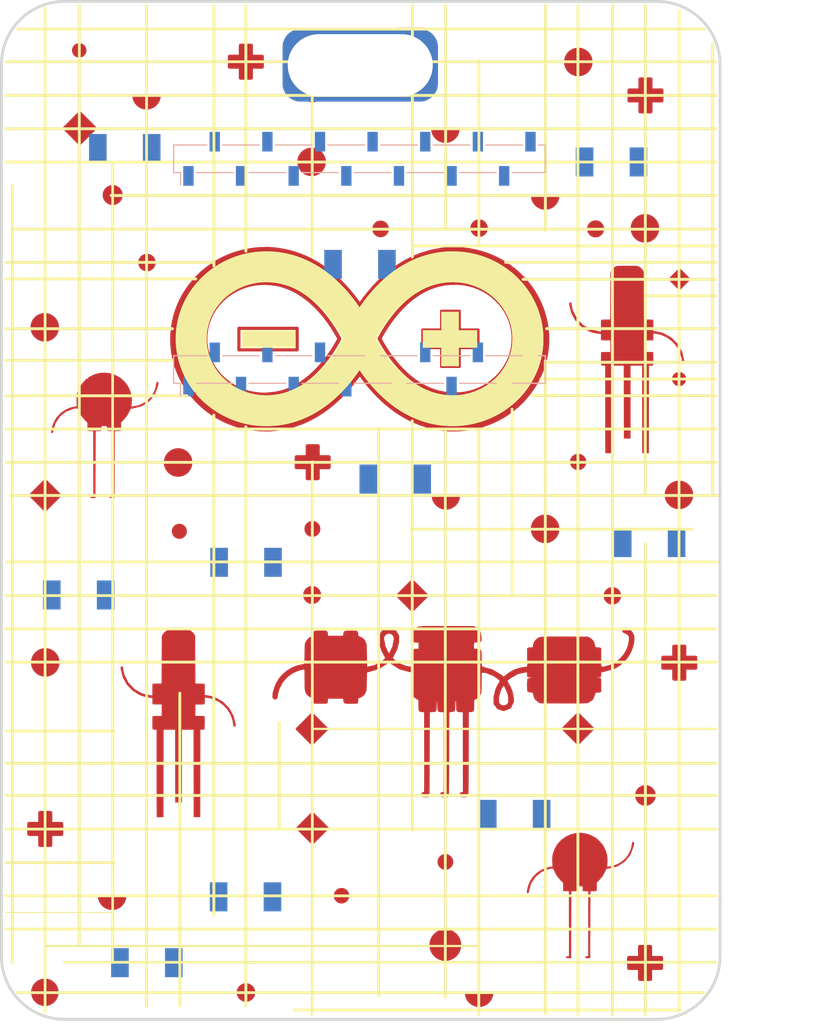
<source format=kicad_pcb>
(kicad_pcb (version 20171130) (host pcbnew 6.0.0-rc1-unknown-5b3202d~66~ubuntu16.04.1)
  (title_block (title "Project Title"))
  (layers (0 F.Cu signal) (31 B.Cu signal) (34 B.Paste user) (35 F.Paste user) (36 B.SilkS user) (37 F.SilkS user) (38 B.Mask user) (39 F.Mask user) (44 Edge.Cuts user))
  (net 0 "")
  (module ArduinoBadge:SunLed_PLCC_Reverse-2 (layer B.Cu) (at 112.7506 154.813)
    (fp_text reference REF**)
    (fp_text value SunLed_Reverse-2)
    (pad 2 smd rect (at 2.6 0) (size 1.7 2.8) (layers B.Cu B.Paste B.Mask))
    (pad 1 smd rect (at -2.6 0) (size 1.7 2.8) (layers B.Cu B.Paste B.Mask))
  )
  (module ArduinoBadge:SunLed_PLCC_Reverse-2 (layer B.Cu) (at 122.2756 148.463)
    (fp_text reference REF**)
    (fp_text value SunLed_Reverse-2)
    (pad 1 smd rect (at -2.6 0) (size 1.7 2.8) (layers B.Cu B.Paste B.Mask))
    (pad 2 smd rect (at 2.6 0) (size 1.7 2.8) (layers B.Cu B.Paste B.Mask))
  )
  (module ArduinoBadge:SunLed_PLCC_Reverse-2 (layer B.Cu) (at 148.2598 140.5128)
    (fp_text reference REF**)
    (fp_text value SunLed_Reverse-2)
    (pad 2 smd rect (at 2.6 0) (size 1.7 2.8) (layers B.Cu B.Paste B.Mask))
    (pad 1 smd rect (at -2.6 0) (size 1.7 2.8) (layers B.Cu B.Paste B.Mask))
  )
  (module ArduinoBadge:SunLed_PLCC_Reverse-2 (layer B.Cu) (at 161.29 114.3)
    (fp_text reference REF**)
    (fp_text value SunLed_Reverse-2)
    (pad 1 smd rect (at -2.6 0) (size 1.7 2.8) (layers B.Cu B.Paste B.Mask))
    (pad 2 smd rect (at 2.6 0) (size 1.7 2.8) (layers B.Cu B.Paste B.Mask))
  )
  (module ArduinoBadge:SunLed_PLCC_Reverse-2 (layer B.Cu) (at 106.172 119.3546)
    (fp_text reference REF**)
    (fp_text value SunLed_Reverse-2)
    (pad 2 smd rect (at 2.6 0) (size 1.7 2.8) (layers B.Cu B.Paste B.Mask))
    (pad 1 smd rect (at -2.6 0) (size 1.7 2.8) (layers B.Cu B.Paste B.Mask))
  )
  (module ArduinoBadge:SunLed_PLCC_Reverse-2 (layer B.Cu) (at 122.3264 116.205)
    (fp_text reference REF**)
    (fp_text value SunLed_Reverse-2)
    (pad 1 smd rect (at -2.6 0) (size 1.7 2.8) (layers B.Cu B.Paste B.Mask))
    (pad 2 smd rect (at 2.6 0) (size 1.7 2.8) (layers B.Cu B.Paste B.Mask))
  )
  (module ArduinoBadge:SunLed_PLCC_Reverse-2 (layer B.Cu) (at 136.7282 108.1786)
    (fp_text reference REF**)
    (fp_text value SunLed_Reverse-2)
    (pad 2 smd rect (at 2.6 0) (size 1.7 2.8) (layers B.Cu B.Paste B.Mask))
    (pad 1 smd rect (at -2.6 0) (size 1.7 2.8) (layers B.Cu B.Paste B.Mask))
  )
  (module ArduinoBadge:SunLed_PLCC_Reverse-2 (layer B.Cu) (at 110.617 76.3016)
    (fp_text reference REF**)
    (fp_text value SunLed_Reverse-2)
    (pad 1 smd rect (at -2.6 0) (size 1.7 2.8) (layers B.Cu B.Paste B.Mask))
    (pad 2 smd rect (at 2.6 0) (size 1.7 2.8) (layers B.Cu B.Paste B.Mask))
  )
  (module ArduinoBadge:SunLed_PLCC_Reverse-2 (layer B.Cu) (at 133.3246 87.4776)
    (fp_text reference REF**)
    (fp_text value SunLed_Reverse-2)
    (pad 2 smd rect (at 2.6 0) (size 1.7 2.8) (layers B.Cu B.Paste B.Mask))
    (pad 1 smd rect (at -2.6 0) (size 1.7 2.8) (layers B.Cu B.Paste B.Mask))
  )
  (module ArduinoBadge:Sun.Led.Mask_01 (layer B.Cu) (at 112.7506 154.813)
    (fp_text reference svg2mod hide)
    (fp_text value G*** hide)
  )
  (module ArduinoBadge:Sun.Led.Mask_01 (layer B.Cu) (at 122.2756 148.463)
    (fp_text reference svg2mod hide)
    (fp_text value G*** hide)
  )
  (module ArduinoBadge:Sun.Led.Mask_01 (layer B.Cu) (at 148.2598 140.5128)
    (fp_text reference svg2mod hide)
    (fp_text value G*** hide)
  )
  (module ArduinoBadge:Sun.Led.Mask_01 (layer B.Cu) (at 161.29 114.3)
    (fp_text reference svg2mod hide)
    (fp_text value G*** hide)
  )
  (module ArduinoBadge:Sun.Led.Mask_01 (layer B.Cu) (at 106.172 119.3546)
    (fp_text reference svg2mod hide)
    (fp_text value G*** hide)
  )
  (module ArduinoBadge:Sun.Led.Mask_01 (layer B.Cu) (at 122.3264 116.205)
    (fp_text reference svg2mod hide)
    (fp_text value G*** hide)
  )
  (module ArduinoBadge:Sun.Led.Mask_01 (layer B.Cu) (at 136.7282 108.1786)
    (fp_text reference svg2mod hide)
    (fp_text value G*** hide)
  )
  (module ArduinoBadge:Sun.Led.Mask_01 (layer B.Cu) (at 133.3246 87.4776)
    (fp_text reference svg2mod hide)
    (fp_text value G*** hide)
  )
  (module ArduinoBadge:Sun.Led.Mask_01 (layer B.Cu) (at 110.617 76.3016)
    (fp_text reference svg2mod hide)
    (fp_text value G*** hide)
  )
  (module ArduinoBadge:Sun.Led.Mask_01 (layer F.Cu) (at 112.7506 154.813)
    (fp_text reference svg2mod hide)
    (fp_text value G*** hide)
  )
  (module ArduinoBadge:Sun.Led.Mask_01 (layer F.Cu) (at 106.172 119.3546)
    (fp_text reference svg2mod hide)
    (fp_text value G*** hide)
  )
  (module ArduinoBadge:Sun.Led.Mask_01 (layer F.Cu) (at 122.2756 148.463)
    (fp_text reference svg2mod hide)
    (fp_text value G*** hide)
  )
  (module ArduinoBadge:Sun.Led.Mask_01 (layer F.Cu) (at 148.2598 140.5128)
    (fp_text reference svg2mod hide)
    (fp_text value G*** hide)
  )
  (module ArduinoBadge:Sun.Led.Mask_01 (layer F.Cu) (at 161.29 114.3)
    (fp_text reference svg2mod hide)
    (fp_text value G*** hide)
  )
  (module ArduinoBadge:Sun.Led.Mask_01 (layer F.Cu) (at 122.3264 116.205)
    (fp_text reference svg2mod hide)
    (fp_text value G*** hide)
  )
  (module ArduinoBadge:Sun.Led.Mask_01 (layer F.Cu) (at 136.7282 108.1786)
    (fp_text reference svg2mod hide)
    (fp_text value G*** hide)
  )
  (module ArduinoBadge:Sun.Led.Mask_01 (layer F.Cu) (at 110.617 76.3016)
    (fp_text reference svg2mod hide)
    (fp_text value G*** hide)
  )
  (module ArduinoBadge:Sun.Led.Mask_01 (layer F.Cu) (at 133.35 87.4776)
    (fp_text reference svg2mod hide)
    (fp_text value G*** hide)
  )
  (module ArduinoBadge:Sun.Led.Mask_01 (layer B.Cu) (at 157.6324 77.597)
    (fp_text reference svg2mod hide)
    (fp_text value G*** hide)
  )
  (module Connector_PinSocket_2.54mm:PinSocket_1x14_P2.54mm_Vertical_SMD_Pin1Right (layer B.Cu) (at 133.2738 77.291096 270)
    (fp_text reference REF**)
    (fp_text value PinSocket_1x14_P2.54mm_Vertical_SMD_Pin1Right hide)
    (pad 13 smd rect (at 1.65 -13.97 270) (size 1.9 1) (layers B.Cu B.Paste B.Mask))
    (pad 11 smd rect (at 1.65 -8.89 270) (size 1.9 1) (layers B.Cu B.Paste B.Mask))
    (pad 9 smd rect (at 1.65 -3.81 270) (size 1.9 1) (layers B.Cu B.Paste B.Mask))
    (pad 7 smd rect (at 1.65 1.27 270) (size 1.9 1) (layers B.Cu B.Paste B.Mask))
    (pad 5 smd rect (at 1.65 6.35 270) (size 1.9 1) (layers B.Cu B.Paste B.Mask))
    (pad 3 smd rect (at 1.65 11.43 270) (size 1.9 1) (layers B.Cu B.Paste B.Mask))
    (pad 1 smd rect (at 1.65 16.51 270) (size 1.9 1) (layers B.Cu B.Paste B.Mask))
    (pad 14 smd rect (at -1.65 -16.51 270) (size 1.9 1) (layers B.Cu B.Paste B.Mask))
    (pad 12 smd rect (at -1.65 -11.43 270) (size 1.9 1) (layers B.Cu B.Paste B.Mask))
    (pad 10 smd rect (at -1.65 -6.35 270) (size 1.9 1) (layers B.Cu B.Paste B.Mask))
    (pad 8 smd rect (at -1.65 -1.27 270) (size 1.9 1) (layers B.Cu B.Paste B.Mask))
    (pad 6 smd rect (at -1.65 3.81 270) (size 1.9 1) (layers B.Cu B.Paste B.Mask))
    (pad 4 smd rect (at -1.65 8.89 270) (size 1.9 1) (layers B.Cu B.Paste B.Mask))
    (pad 2 smd rect (at -1.65 13.97 270) (size 1.9 1) (layers B.Cu B.Paste B.Mask))
  )
  (module Connector_PinSocket_2.54mm:PinSocket_1x14_P2.54mm_Vertical_SMD_Pin1Right (layer B.Cu) (at 133.2738 97.611096 270)
    (fp_text reference REF**)
    (fp_text value PinSocket_1x14_P2.54mm_Vertical_SMD_Pin1Right hide)
    (pad 2 smd rect (at -1.65 13.97 270) (size 1.9 1) (layers B.Cu B.Paste B.Mask))
    (pad 4 smd rect (at -1.65 8.89 270) (size 1.9 1) (layers B.Cu B.Paste B.Mask))
    (pad 6 smd rect (at -1.65 3.81 270) (size 1.9 1) (layers B.Cu B.Paste B.Mask))
    (pad 8 smd rect (at -1.65 -1.27 270) (size 1.9 1) (layers B.Cu B.Paste B.Mask))
    (pad 10 smd rect (at -1.65 -6.35 270) (size 1.9 1) (layers B.Cu B.Paste B.Mask))
    (pad 12 smd rect (at -1.65 -11.43 270) (size 1.9 1) (layers B.Cu B.Paste B.Mask))
    (pad 14 smd rect (at -1.65 -16.51 270) (size 1.9 1) (layers B.Cu B.Paste B.Mask))
    (pad 1 smd rect (at 1.65 16.51 270) (size 1.9 1) (layers B.Cu B.Paste B.Mask))
    (pad 3 smd rect (at 1.65 11.43 270) (size 1.9 1) (layers B.Cu B.Paste B.Mask))
    (pad 5 smd rect (at 1.65 6.35 270) (size 1.9 1) (layers B.Cu B.Paste B.Mask))
    (pad 7 smd rect (at 1.65 1.27 270) (size 1.9 1) (layers B.Cu B.Paste B.Mask))
    (pad 9 smd rect (at 1.65 -3.81 270) (size 1.9 1) (layers B.Cu B.Paste B.Mask))
    (pad 11 smd rect (at 1.65 -8.89 270) (size 1.9 1) (layers B.Cu B.Paste B.Mask))
    (pad 13 smd rect (at 1.65 -13.97 270) (size 1.9 1) (layers B.Cu B.Paste B.Mask))
  )
  (module ArduinoBadge:Fig.02.Cu.Mask (layer F.Cu) (at 108.6866 103.9622)
    (fp_text reference svg2mod hide)
    (fp_text value G*** hide)
    (fp_poly (pts (xy -1.372116 6.017819) (xy -1.376752 5.999477) (xy -1.378305 5.988109) (xy -1.379321 5.975785) (xy -1.379772 5.962887) (xy -1.379646 5.949798) (xy -1.378912 5.9369) (xy -1.377557 5.924572) (xy -1.374247 5.907425) (xy -1.369017 5.89383) (xy -1.360821 5.883295) (xy -1.348612 5.875328) (xy -1.331346 5.869438) (xy -1.307975 5.865131) (xy -1.277452 5.861914) (xy -1.23873 5.859289) (xy -1.222401 5.858358) (xy -1.206072 5.857426) (xy -1.189742 5.856495) (xy -1.173413 5.855564) (xy -1.157083 5.854632) (xy -1.140754 5.853701) (xy -1.124425 5.85277) (xy -1.108095 5.851838) (xy -1.108885 5.461138) (xy -1.109676 5.070438) (xy -1.110466 4.679738) (xy -1.111256 4.289038) (xy -1.112046 3.898338) (xy -1.112837 3.507638) (xy -1.113627 3.116938) (xy -1.114417 2.726238) (xy -1.115207 2.335539) (xy -1.115997 1.944839) (xy -1.116788 1.554139) (xy -1.116985 1.456465) (xy -1.117183 1.358789) (xy -1.11738 1.261115) (xy -1.117578 1.16344) (xy -1.117973 0.96809) (xy -1.118368 0.77274) (xy -1.118763 0.57739) (xy -1.119158 0.38204) (xy -1.119553 0.186691) (xy -1.119949 -0.008659) (xy -1.120344 -0.204009) (xy -1.120739 -0.399359) (xy -1.137833 -0.400121) (xy -1.154927 -0.400883) (xy -1.172021 -0.401645) (xy -1.189116 -0.402435) (xy -1.20621 -0.403197) (xy -1.223304 -0.403959) (xy -1.240398 -0.404749) (xy -1.257492 -0.405511) (xy -1.274587 -0.406273) (xy -1.291681 -0.407064) (xy -1.308775 -0.407826) (xy -1.325869 -0.408588) (xy -1.342963 -0.40935) (xy -1.360058 -0.41014) (xy -1.377152 -0.410902) (xy -1.394246 -0.411664) (xy -1.41134 -0.412454) (xy -1.428437 -0.413216) (xy -1.445531 -0.413978) (xy -1.462626 -0.414768) (xy -1.479723 -0.41553) (xy -1.496817 -0.416292) (xy -1.513914 -0.417082) (xy -1.531008 -0.417844) (xy -1.548102 -0.418606) (xy -1.565199 -0.419368) (xy -1.582293 -0.420159) (xy -1.599388 -0.420921) (xy -1.616485 -0.421683) (xy -1.633579 -0.422473) (xy -1.650676 -0.423235) (xy -1.66777 -0.423997) (xy -1.67122 -0.622238) (xy -1.674649 -0.820234) (xy -1.678078 -1.018231) (xy -1.681507 -1.216229) (xy -1.797176 -1.329057) (xy -1.912845 -1.441885) (xy -2.319877 -1.932439) (xy -2.588914 -2.469473) (xy -2.640115 -2.580072) (xy -2.714864 -2.600019) (xy -2.824914 -2.589684) (xy -2.900105 -2.578494) (xy -2.97726 -2.564832) (xy -3.721676 -2.291838) (xy -4.328272 -1.809309) (xy -4.75908 -1.158715) (xy -4.976135 -0.381527) (xy -4.995347 -0.286102) (xy -5.027061 -0.231893) (xy -5.073738 -0.216727) (xy -5.137837 -0.238424) (xy -5.166027 -0.257996) (xy -5.179683 -0.286343) (xy -5.18128 -0.336145) (xy -5.173294 -0.420083) (xy -5.107603 -0.767225) (xy -4.992658 -1.115713) (xy -4.835609 -1.44766) (xy -4.643604 -1.745178) (xy -4.277329 -2.138845) (xy -3.841498 -2.452447) (xy -3.358021 -2.673246) (xy -2.848812 -2.788503) (xy -2.810728 -2.792812) (xy -2.772643 -2.797122) (xy -2.696474 -2.805744) (xy -2.706606 -2.887969) (xy -2.716738 -2.970195) (xy -2.731667 -3.520639) (xy -2.722035 -3.661435) (xy -2.707439 -3.795799) (xy -2.68807 -3.919879) (xy -2.664118 -4.02982) (xy -2.62972 -4.146559) (xy -2.585017 -4.271983) (xy -2.531871 -4.402211) (xy -2.472139 -4.533358) (xy -2.407681 -4.661542) (xy -2.340358 -4.782879) (xy -2.272029 -4.893487) (xy -2.204553 -4.98948) (xy -1.850061 -5.373429) (xy -1.441341 -5.673598) (xy -0.991059 -5.887875) (xy -0.511881 -6.01415) (xy -0.016472 -6.05031) (xy 0.482503 -5.994245) (xy 0.972376 -5.843844) (xy 1.440483 -5.596995) (xy 1.521487 -5.53786) (xy 1.616636 -5.458333) (xy 1.720173 -5.364169) (xy 1.826341 -5.261124) (xy 1.929386 -5.154955) (xy 2.02355 -5.051418) (xy 2.103078 -4.956269) (xy 2.162213 -4.875265) (xy 2.278763 -4.681518) (xy 2.37829 -4.483504) (xy 2.460691 -4.281599) (xy 2.525862 -4.076179) (xy 2.573703 -3.86762) (xy 2.604109 -3.656298) (xy 2.616979 -3.44259) (xy 2.612209 -3.22687) (xy 2.60854 -3.171652) (xy 2.604516 -3.1168) (xy 2.600271 -3.063754) (xy 2.595933 -3.013953) (xy 2.580295 -2.875983) (xy 2.572718 -2.833684) (xy 2.56514 -2.791384) (xy 2.663184 -2.798637) (xy 2.761228 -2.80589) (xy 3.212858 -2.89236) (xy 3.65763 -3.074833) (xy 4.06346 -3.336556) (xy 4.398264 -3.660775) (xy 4.614496 -3.962549) (xy 4.781018 -4.284629) (xy 4.899587 -4.631141) (xy 4.971962 -5.006211) (xy 4.992917 -5.099354) (xy 5.027109 -5.156576) (xy 5.074011 -5.177367) (xy 5.133094 -5.161221) (xy 5.168114 -5.124584) (xy 5.181551 -5.055476) (xy 5.173793 -4.941333) (xy 5.14523 -4.76959) (xy 4.840002 -3.940182) (xy 4.297946 -3.268286) (xy 3.571631 -2.801112) (xy 2.713629 -2.58587) (xy 2.607602 -2.577262) (xy 2.501576 -2.568654) (xy 2.48002 -2.511221) (xy 2.458463 -2.453787) (xy 2.159606 -1.881332) (xy 1.74964 -1.400139) (xy 1.663689 -1.322477) (xy 1.577738 -1.244815) (xy 1.577456 -1.064537) (xy 1.577174 -0.884259) (xy 1.572424 -0.613405) (xy 1.56179 -0.468517) (xy 1.559081 -0.459246) (xy 1.555968 -0.451056) (xy 1.552073 -0.443868) (xy 1.547016 -0.437606) (xy 1.540417 -0.43219) (xy 1.531897 -0.427544) (xy 1.521076 -0.42359) (xy 1.507575 -0.420252) (xy 1.491014 -0.417458) (xy 1.471013 -0.415115) (xy 1.447194 -0.413168) (xy 1.419175 -0.411503) (xy 1.386578 -0.410064) (xy 1.349023 -0.408794) (xy 1.30613 -0.40758) (xy 1.25752 -0.406366) (xy 1.239427 -0.405943) (xy 1.221334 -0.40552) (xy 1.203241 -0.405096) (xy 1.185147 -0.404673) (xy 1.167054 -0.40425) (xy 1.148961 -0.403826) (xy 1.130868 -0.403403) (xy 1.112774 -0.40298) (xy 1.094681 -0.402556) (xy 1.076588 -0.402133) (xy 1.058495 -0.40171) (xy 1.040401 -0.401286) (xy 1.022308 -0.400863) (xy 1.004215 -0.40044) (xy 0.986121 -0.400016) (xy 0.968028 -0.399593) (xy 0.967266 -0.198334) (xy 0.966504 0.002925) (xy 0.965714 0.204184) (xy 0.964952 0.405444) (xy 0.96419 0.606703) (xy 0.9634 0.807962) (xy 0.962638 1.009221) (xy 0.961876 1.210481) (xy 0.961481 1.31111) (xy 0.961086 1.41174) (xy 0.96069 1.512369) (xy 0.960295 1.612999) (xy 0.958743 2.015517) (xy 0.957191 2.418036) (xy 0.955639 2.820554) (xy 0.954086 3.223072) (xy 0.952534 3.625591) (xy 0.950982 4.028109) (xy 0.94943 4.430628) (xy 0.947878 4.833146) (xy 0.946325 5.235664) (xy 0.943221 6.040701) (xy 0.886209 6.042479) (xy 0.829197 6.044257) (xy 0.772186 6.046035) (xy 0.715174 6.047813) (xy 0.590744 6.050353) (xy 0.520146 6.046111) (xy 0.486106 6.032082) (xy 0.471355 6.005249) (xy 0.465129 5.94324) (xy 0.473579 5.917671) (xy 0.489566 5.895897) (xy 0.512963 5.87805) (xy 0.543641 5.864255) (xy 0.581473 5.854642) (xy 0.62633 5.849342) (xy 0.641076 5.848382) (xy 0.655822 5.847451) (xy 0.670568 5.846491) (xy 0.685314 5.84556) (xy 0.70006 5.844629) (xy 0.714807 5.843669) (xy 0.729553 5.842738) (xy 0.744299 5.841807) (xy 0.744299 5.451721) (xy 0.744299 5.061636) (xy 0.744299 4.67155) (xy 0.744299 4.281465) (xy 0.744299 3.891379) (xy 0.744299 3.501294) (xy 0.744299 3.111208) (xy 0.744299 2.721123) (xy 0.744299 2.331037) (xy 0.744299 1.940952) (xy 0.744299 1.550866) (xy 0.744299 1.453345) (xy 0.744299 1.355824) (xy 0.744299 1.258302) (xy 0.744299 1.160781) (xy 0.744299 0.965739) (xy 0.744299 0.770696) (xy 0.744299 0.575653) (xy 0.744299 0.38061) (xy 0.744299 0.185568) (xy 0.744299 -0.009475) (xy 0.744299 -0.204518) (xy 0.744299 -0.399561) (xy 0.727981 -0.400323) (xy 0.711663 -0.401085) (xy 0.695345 -0.401875) (xy 0.679026 -0.402637) (xy 0.662708 -0.403399) (xy 0.64639 -0.404189) (xy 0.630072 -0.404951) (xy 0.613754 -0.405713) (xy 0.597436 -0.406503) (xy 0.581118 -0.407265) (xy 0.5648 -0.408027) (xy 0.548482 -0.408789) (xy 0.532164 -0.40958) (xy 0.515846 -0.410342) (xy 0.499527 -0.411104) (xy 0.483209 -0.411894) (xy 0.466891 -0.412656) (xy 0.450573 -0.413418) (xy 0.434255 -0.414208) (xy 0.417937 -0.41497) (xy 0.401619 -0.415732) (xy 0.385301 -0.416494) (xy 0.368983 -0.417284) (xy 0.352665 -0.418046) (xy 0.336347 -0.418808) (xy 0.320028 -0.419598) (xy 0.30371 -0.42036) (xy 0.287392 -0.421122) (xy 0.271074 -0.421913) (xy 0.254756 -0.422675) (xy 0.238438 -0.423437) (xy 0.22212 -0.424227) (xy 0.221358 -0.438736) (xy 0.220568 -0.453245) (xy 0.219806 -0.467757) (xy 0.219044 -0.482266) (xy 0.218253 -0.496775) (xy 0.217491 -0.511287) (xy 0.216729 -0.525796) (xy 0.215967 -0.540308) (xy 0.209759 -0.656391) (xy 0.20355 -0.772475) (xy 0.197341 -0.888559) (xy 0.073012 -0.888554) (xy -0.051317 -0.88855) (xy -0.175647 -0.888546) (xy -0.299977 -0.888542) (xy -0.303124 -0.797329) (xy -0.306271 -0.706116) (xy -0.344143 -0.442436) (xy -0.359028 -0.43102) (xy -0.37792 -0.422635) (xy -0.401344 -0.416751) (xy -0.429827 -0.412842) (xy -0.463894 -0.410386) (xy -0.504069 -0.408834) (xy -0.550879 -0.407677) (xy -0.604849 -0.406407) (xy -0.621539 -0.405956) (xy -0.63823 -0.405504) (xy -0.654921 -0.405052) (xy -0.671611 -0.404601) (xy -0.688302 -0.404149) (xy -0.704992 -0.403698) (xy -0.721683 -0.403246) (xy -0.738374 -0.402795) (xy -0.755064 -0.402343) (xy -0.771755 -0.401892) (xy -0.788446 -0.40144) (xy -0.805136 -0.400988) (xy -0.821827 -0.400537) (xy -0.838517 -0.400085) (xy -0.855208 -0.399634) (xy -0.871899 -0.399182) (xy -0.872689 -0.197923) (xy -0.873479 0.003336) (xy -0.874269 0.204595) (xy -0.87506 0.405854) (xy -0.87585 0.607114) (xy -0.87664 0.808373) (xy -0.87743 1.009632) (xy -0.87822 1.210891) (xy -0.878616 1.311521) (xy -0.879011 1.412151) (xy -0.879406 1.51278) (xy -0.879801 1.61341) (xy -0.881381 2.015928) (xy -0.882962 2.418447) (xy -0.884542 2.820965) (xy -0.887223 3.467951) (xy -0.889961 4.071778) (xy -0.89267 4.619212) (xy -0.895267 5.09702) (xy -0.897694 5.491968) (xy -0.899895 5.790825) (xy -0.903223 6.04733) (xy -0.923272 6.049728) (xy -0.973422 6.051704) (xy -1.046111 6.05303) (xy -1.133779 6.05351) (xy -1.241928 6.051789) (xy -1.313325 6.045941) (xy -1.354498 6.035011) (xy -1.371973 6.018026) (xy -1.371989 6.018013) (xy -1.372006 6.018) (xy -1.372022 6.017986) (xy -1.372116 6.017819)) (layer F.Cu) (width 0))
  )
  (module ArduinoBadge:Fig.02.Cu.Mask (layer F.Cu) (at 154.6098 148.336)
    (fp_text reference svg2mod hide)
    (fp_text value G*** hide)
    (fp_poly (pts (xy -1.372116 6.017819) (xy -1.376752 5.999477) (xy -1.378305 5.988109) (xy -1.379321 5.975785) (xy -1.379772 5.962887) (xy -1.379646 5.949798) (xy -1.378912 5.9369) (xy -1.377557 5.924572) (xy -1.374247 5.907425) (xy -1.369017 5.89383) (xy -1.360821 5.883295) (xy -1.348612 5.875328) (xy -1.331346 5.869438) (xy -1.307975 5.865131) (xy -1.277452 5.861914) (xy -1.23873 5.859289) (xy -1.222401 5.858358) (xy -1.206072 5.857426) (xy -1.189742 5.856495) (xy -1.173413 5.855564) (xy -1.157083 5.854632) (xy -1.140754 5.853701) (xy -1.124425 5.85277) (xy -1.108095 5.851838) (xy -1.108885 5.461138) (xy -1.109676 5.070438) (xy -1.110466 4.679738) (xy -1.111256 4.289038) (xy -1.112046 3.898338) (xy -1.112837 3.507638) (xy -1.113627 3.116938) (xy -1.114417 2.726238) (xy -1.115207 2.335539) (xy -1.115997 1.944839) (xy -1.116788 1.554139) (xy -1.116985 1.456465) (xy -1.117183 1.358789) (xy -1.11738 1.261115) (xy -1.117578 1.16344) (xy -1.117973 0.96809) (xy -1.118368 0.77274) (xy -1.118763 0.57739) (xy -1.119158 0.38204) (xy -1.119553 0.186691) (xy -1.119949 -0.008659) (xy -1.120344 -0.204009) (xy -1.120739 -0.399359) (xy -1.137833 -0.400121) (xy -1.154927 -0.400883) (xy -1.172021 -0.401645) (xy -1.189116 -0.402435) (xy -1.20621 -0.403197) (xy -1.223304 -0.403959) (xy -1.240398 -0.404749) (xy -1.257492 -0.405511) (xy -1.274587 -0.406273) (xy -1.291681 -0.407064) (xy -1.308775 -0.407826) (xy -1.325869 -0.408588) (xy -1.342963 -0.40935) (xy -1.360058 -0.41014) (xy -1.377152 -0.410902) (xy -1.394246 -0.411664) (xy -1.41134 -0.412454) (xy -1.428437 -0.413216) (xy -1.445531 -0.413978) (xy -1.462626 -0.414768) (xy -1.479723 -0.41553) (xy -1.496817 -0.416292) (xy -1.513914 -0.417082) (xy -1.531008 -0.417844) (xy -1.548102 -0.418606) (xy -1.565199 -0.419368) (xy -1.582293 -0.420159) (xy -1.599388 -0.420921) (xy -1.616485 -0.421683) (xy -1.633579 -0.422473) (xy -1.650676 -0.423235) (xy -1.66777 -0.423997) (xy -1.67122 -0.622238) (xy -1.674649 -0.820234) (xy -1.678078 -1.018231) (xy -1.681507 -1.216229) (xy -1.797176 -1.329057) (xy -1.912845 -1.441885) (xy -2.319877 -1.932439) (xy -2.588914 -2.469473) (xy -2.640115 -2.580072) (xy -2.714864 -2.600019) (xy -2.824914 -2.589684) (xy -2.900105 -2.578494) (xy -2.97726 -2.564832) (xy -3.721676 -2.291838) (xy -4.328272 -1.809309) (xy -4.75908 -1.158715) (xy -4.976135 -0.381527) (xy -4.995347 -0.286102) (xy -5.027061 -0.231893) (xy -5.073738 -0.216727) (xy -5.137837 -0.238424) (xy -5.166027 -0.257996) (xy -5.179683 -0.286343) (xy -5.18128 -0.336145) (xy -5.173294 -0.420083) (xy -5.107603 -0.767225) (xy -4.992658 -1.115713) (xy -4.835609 -1.44766) (xy -4.643604 -1.745178) (xy -4.277329 -2.138845) (xy -3.841498 -2.452447) (xy -3.358021 -2.673246) (xy -2.848812 -2.788503) (xy -2.810728 -2.792812) (xy -2.772643 -2.797122) (xy -2.696474 -2.805744) (xy -2.706606 -2.887969) (xy -2.716738 -2.970195) (xy -2.731667 -3.520639) (xy -2.722035 -3.661435) (xy -2.707439 -3.795799) (xy -2.68807 -3.919879) (xy -2.664118 -4.02982) (xy -2.62972 -4.146559) (xy -2.585017 -4.271983) (xy -2.531871 -4.402211) (xy -2.472139 -4.533358) (xy -2.407681 -4.661542) (xy -2.340358 -4.782879) (xy -2.272029 -4.893487) (xy -2.204553 -4.98948) (xy -1.850061 -5.373429) (xy -1.441341 -5.673598) (xy -0.991059 -5.887875) (xy -0.511881 -6.01415) (xy -0.016472 -6.05031) (xy 0.482503 -5.994245) (xy 0.972376 -5.843844) (xy 1.440483 -5.596995) (xy 1.521487 -5.53786) (xy 1.616636 -5.458333) (xy 1.720173 -5.364169) (xy 1.826341 -5.261124) (xy 1.929386 -5.154955) (xy 2.02355 -5.051418) (xy 2.103078 -4.956269) (xy 2.162213 -4.875265) (xy 2.278763 -4.681518) (xy 2.37829 -4.483504) (xy 2.460691 -4.281599) (xy 2.525862 -4.076179) (xy 2.573703 -3.86762) (xy 2.604109 -3.656298) (xy 2.616979 -3.44259) (xy 2.612209 -3.22687) (xy 2.60854 -3.171652) (xy 2.604516 -3.1168) (xy 2.600271 -3.063754) (xy 2.595933 -3.013953) (xy 2.580295 -2.875983) (xy 2.572718 -2.833684) (xy 2.56514 -2.791384) (xy 2.663184 -2.798637) (xy 2.761228 -2.80589) (xy 3.212858 -2.89236) (xy 3.65763 -3.074833) (xy 4.06346 -3.336556) (xy 4.398264 -3.660775) (xy 4.614496 -3.962549) (xy 4.781018 -4.284629) (xy 4.899587 -4.631141) (xy 4.971962 -5.006211) (xy 4.992917 -5.099354) (xy 5.027109 -5.156576) (xy 5.074011 -5.177367) (xy 5.133094 -5.161221) (xy 5.168114 -5.124584) (xy 5.181551 -5.055476) (xy 5.173793 -4.941333) (xy 5.14523 -4.76959) (xy 4.840002 -3.940182) (xy 4.297946 -3.268286) (xy 3.571631 -2.801112) (xy 2.713629 -2.58587) (xy 2.607602 -2.577262) (xy 2.501576 -2.568654) (xy 2.48002 -2.511221) (xy 2.458463 -2.453787) (xy 2.159606 -1.881332) (xy 1.74964 -1.400139) (xy 1.663689 -1.322477) (xy 1.577738 -1.244815) (xy 1.577456 -1.064537) (xy 1.577174 -0.884259) (xy 1.572424 -0.613405) (xy 1.56179 -0.468517) (xy 1.559081 -0.459246) (xy 1.555968 -0.451056) (xy 1.552073 -0.443868) (xy 1.547016 -0.437606) (xy 1.540417 -0.43219) (xy 1.531897 -0.427544) (xy 1.521076 -0.42359) (xy 1.507575 -0.420252) (xy 1.491014 -0.417458) (xy 1.471013 -0.415115) (xy 1.447194 -0.413168) (xy 1.419175 -0.411503) (xy 1.386578 -0.410064) (xy 1.349023 -0.408794) (xy 1.30613 -0.40758) (xy 1.25752 -0.406366) (xy 1.239427 -0.405943) (xy 1.221334 -0.40552) (xy 1.203241 -0.405096) (xy 1.185147 -0.404673) (xy 1.167054 -0.40425) (xy 1.148961 -0.403826) (xy 1.130868 -0.403403) (xy 1.112774 -0.40298) (xy 1.094681 -0.402556) (xy 1.076588 -0.402133) (xy 1.058495 -0.40171) (xy 1.040401 -0.401286) (xy 1.022308 -0.400863) (xy 1.004215 -0.40044) (xy 0.986121 -0.400016) (xy 0.968028 -0.399593) (xy 0.967266 -0.198334) (xy 0.966504 0.002925) (xy 0.965714 0.204184) (xy 0.964952 0.405444) (xy 0.96419 0.606703) (xy 0.9634 0.807962) (xy 0.962638 1.009221) (xy 0.961876 1.210481) (xy 0.961481 1.31111) (xy 0.961086 1.41174) (xy 0.96069 1.512369) (xy 0.960295 1.612999) (xy 0.958743 2.015517) (xy 0.957191 2.418036) (xy 0.955639 2.820554) (xy 0.954086 3.223072) (xy 0.952534 3.625591) (xy 0.950982 4.028109) (xy 0.94943 4.430628) (xy 0.947878 4.833146) (xy 0.946325 5.235664) (xy 0.943221 6.040701) (xy 0.886209 6.042479) (xy 0.829197 6.044257) (xy 0.772186 6.046035) (xy 0.715174 6.047813) (xy 0.590744 6.050353) (xy 0.520146 6.046111) (xy 0.486106 6.032082) (xy 0.471355 6.005249) (xy 0.465129 5.94324) (xy 0.473579 5.917671) (xy 0.489566 5.895897) (xy 0.512963 5.87805) (xy 0.543641 5.864255) (xy 0.581473 5.854642) (xy 0.62633 5.849342) (xy 0.641076 5.848382) (xy 0.655822 5.847451) (xy 0.670568 5.846491) (xy 0.685314 5.84556) (xy 0.70006 5.844629) (xy 0.714807 5.843669) (xy 0.729553 5.842738) (xy 0.744299 5.841807) (xy 0.744299 5.451721) (xy 0.744299 5.061636) (xy 0.744299 4.67155) (xy 0.744299 4.281465) (xy 0.744299 3.891379) (xy 0.744299 3.501294) (xy 0.744299 3.111208) (xy 0.744299 2.721123) (xy 0.744299 2.331037) (xy 0.744299 1.940952) (xy 0.744299 1.550866) (xy 0.744299 1.453345) (xy 0.744299 1.355824) (xy 0.744299 1.258302) (xy 0.744299 1.160781) (xy 0.744299 0.965739) (xy 0.744299 0.770696) (xy 0.744299 0.575653) (xy 0.744299 0.38061) (xy 0.744299 0.185568) (xy 0.744299 -0.009475) (xy 0.744299 -0.204518) (xy 0.744299 -0.399561) (xy 0.727981 -0.400323) (xy 0.711663 -0.401085) (xy 0.695345 -0.401875) (xy 0.679026 -0.402637) (xy 0.662708 -0.403399) (xy 0.64639 -0.404189) (xy 0.630072 -0.404951) (xy 0.613754 -0.405713) (xy 0.597436 -0.406503) (xy 0.581118 -0.407265) (xy 0.5648 -0.408027) (xy 0.548482 -0.408789) (xy 0.532164 -0.40958) (xy 0.515846 -0.410342) (xy 0.499527 -0.411104) (xy 0.483209 -0.411894) (xy 0.466891 -0.412656) (xy 0.450573 -0.413418) (xy 0.434255 -0.414208) (xy 0.417937 -0.41497) (xy 0.401619 -0.415732) (xy 0.385301 -0.416494) (xy 0.368983 -0.417284) (xy 0.352665 -0.418046) (xy 0.336347 -0.418808) (xy 0.320028 -0.419598) (xy 0.30371 -0.42036) (xy 0.287392 -0.421122) (xy 0.271074 -0.421913) (xy 0.254756 -0.422675) (xy 0.238438 -0.423437) (xy 0.22212 -0.424227) (xy 0.221358 -0.438736) (xy 0.220568 -0.453245) (xy 0.219806 -0.467757) (xy 0.219044 -0.482266) (xy 0.218253 -0.496775) (xy 0.217491 -0.511287) (xy 0.216729 -0.525796) (xy 0.215967 -0.540308) (xy 0.209759 -0.656391) (xy 0.20355 -0.772475) (xy 0.197341 -0.888559) (xy 0.073012 -0.888554) (xy -0.051317 -0.88855) (xy -0.175647 -0.888546) (xy -0.299977 -0.888542) (xy -0.303124 -0.797329) (xy -0.306271 -0.706116) (xy -0.344143 -0.442436) (xy -0.359028 -0.43102) (xy -0.37792 -0.422635) (xy -0.401344 -0.416751) (xy -0.429827 -0.412842) (xy -0.463894 -0.410386) (xy -0.504069 -0.408834) (xy -0.550879 -0.407677) (xy -0.604849 -0.406407) (xy -0.621539 -0.405956) (xy -0.63823 -0.405504) (xy -0.654921 -0.405052) (xy -0.671611 -0.404601) (xy -0.688302 -0.404149) (xy -0.704992 -0.403698) (xy -0.721683 -0.403246) (xy -0.738374 -0.402795) (xy -0.755064 -0.402343) (xy -0.771755 -0.401892) (xy -0.788446 -0.40144) (xy -0.805136 -0.400988) (xy -0.821827 -0.400537) (xy -0.838517 -0.400085) (xy -0.855208 -0.399634) (xy -0.871899 -0.399182) (xy -0.872689 -0.197923) (xy -0.873479 0.003336) (xy -0.874269 0.204595) (xy -0.87506 0.405854) (xy -0.87585 0.607114) (xy -0.87664 0.808373) (xy -0.87743 1.009632) (xy -0.87822 1.210891) (xy -0.878616 1.311521) (xy -0.879011 1.412151) (xy -0.879406 1.51278) (xy -0.879801 1.61341) (xy -0.881381 2.015928) (xy -0.882962 2.418447) (xy -0.884542 2.820965) (xy -0.887223 3.467951) (xy -0.889961 4.071778) (xy -0.89267 4.619212) (xy -0.895267 5.09702) (xy -0.897694 5.491968) (xy -0.899895 5.790825) (xy -0.903223 6.04733) (xy -0.923272 6.049728) (xy -0.973422 6.051704) (xy -1.046111 6.05303) (xy -1.133779 6.05351) (xy -1.241928 6.051789) (xy -1.313325 6.045941) (xy -1.354498 6.035011) (xy -1.371973 6.018026) (xy -1.371989 6.018013) (xy -1.372006 6.018) (xy -1.372022 6.017986) (xy -1.372116 6.017819)) (layer F.Cu) (width 0))
  )
  (module ArduinoBadge:Fig.03.Cu.Mask (layer F.Cu) (at 142.3416 130.6068)
    (fp_text reference svg2mod hide)
    (fp_text value G*** hide)
    (fp_poly (pts (xy -2.941541 8.066393) (xy -2.947653 8.048652) (xy -2.951997 8.031911) (xy -2.954565 8.016172) (xy -2.955384 8.00144) (xy -2.954424 7.987721) (xy -2.951715 7.975018) (xy -2.94725 7.963337) (xy -2.941033 7.952683) (xy -2.933065 7.943059) (xy -2.923354 7.934471) (xy -2.911899 7.926922) (xy -2.898705 7.920416) (xy -2.883772 7.914958) (xy -2.867107 7.910555) (xy -2.848709 7.907211) (xy -2.828584 7.904925) (xy -2.817264 7.903796) (xy -2.805933 7.9023) (xy -2.794664 7.900466) (xy -2.78353 7.898321) (xy -2.772602 7.895894) (xy -2.761954 7.893185) (xy -2.751659 7.890238) (xy -2.741789 7.887075) (xy -2.732417 7.883719) (xy -2.723614 7.880197) (xy -2.715455 7.876534) (xy -2.708013 7.872752) (xy -2.701358 7.868877) (xy -2.695564 7.864934) (xy -2.690704 7.860949) (xy -2.686852 7.856945) (xy -2.682757 7.838307) (xy -2.679023 7.79222) (xy -2.675645 7.717969) (xy -2.672619 7.614837) (xy -2.669938 7.48211) (xy -2.667596 7.31907) (xy -2.665592 7.125004) (xy -2.663927 6.899193) (xy -2.662601 6.640925) (xy -2.661585 6.349481) (xy -2.660907 6.024147) (xy -2.66054 5.664207) (xy -2.660485 5.268944) (xy -2.660738 4.837645) (xy -2.661302 4.369592) (xy -2.662149 3.864069) (xy -2.662628 3.616943) (xy -2.663108 3.369817) (xy -2.663588 3.122691) (xy -2.664068 2.875565) (xy -2.664548 2.628439) (xy -2.665027 2.381313) (xy -2.665507 2.134186) (xy -2.665987 1.88706) (xy -2.666467 1.639934) (xy -2.666946 1.392808) (xy -2.667426 1.145682) (xy -2.667906 0.898556) (xy -2.668386 0.65143) (xy -2.668866 0.404303) (xy -2.669345 0.157178) (xy -2.669825 -0.089949) (xy -2.685297 -0.09088) (xy -2.700768 -0.091811) (xy -2.716239 -0.092743) (xy -2.731711 -0.093674) (xy -2.747182 -0.094605) (xy -2.762654 -0.095537) (xy -2.778125 -0.096468) (xy -2.793597 -0.097399) (xy -2.809068 -0.098331) (xy -2.824539 -0.099262) (xy -2.840011 -0.100193) (xy -2.855482 -0.101125) (xy -2.870954 -0.102056) (xy -2.886425 -0.102987) (xy -2.901896 -0.103919) (xy -2.917368 -0.10485) (xy -2.949095 -0.10691) (xy -2.978661 -0.10914) (xy -3.006116 -0.111567) (xy -3.031508 -0.114192) (xy -3.054887 -0.117014) (xy -3.076299 -0.120048) (xy -3.095798 -0.12331) (xy -3.113428 -0.126807) (xy -3.129241 -0.130552) (xy -3.143287 -0.134557) (xy -3.155612 -0.13883) (xy -3.166269 -0.143382) (xy -3.175303 -0.148222) (xy -3.182765 -0.153364) (xy -3.188703 -0.158816) (xy -3.193167 -0.164591) (xy -3.213239 -0.343195) (xy -3.221869 -0.709679) (xy -3.222039 -0.959824) (xy -3.222208 -1.209968) (xy -3.31825 -1.255346) (xy -3.414292 -1.300724) (xy -3.681484 -1.483645) (xy -3.86113 -1.746008) (xy -3.91692 -2.014267) (xy -3.93895 -2.912081) (xy -3.946425 -3.427159) (xy -3.953899 -3.942238) (xy -4.088294 -3.958922) (xy -4.222689 -3.975606) (xy -5.155578 -4.231092) (xy -5.999689 -4.777229) (xy -6.11258 -5.476361) (xy -5.748075 -6.196158) (xy -5.58168 -7.021752) (xy -5.710474 -7.448615) (xy -6.076055 -7.687412) (xy -6.467528 -7.644268) (xy -6.775418 -7.36226) (xy -6.835741 -7.209168) (xy -6.844968 -6.988941) (xy -6.706518 -6.268564) (xy -6.369483 -5.547919) (xy -6.286264 -5.437183) (xy -6.226819 -5.391124) (xy -6.175721 -5.416163) (xy -6.11258 -5.476361) (xy -5.999689 -4.777229) (xy -6.145563 -4.89362) (xy -6.22368 -4.942352) (xy -6.297406 -4.895975) (xy -6.432741 -4.783692) (xy -7.246414 -4.246257) (xy -8.157181 -3.983491) (xy -8.371879 -3.945651) (xy -8.47108 -3.902532) (xy -8.500229 -3.675998) (xy -8.508412 -2.986577) (xy -8.537832 -2.069105) (xy -8.709964 -1.717089) (xy -8.942297 -1.536291) (xy -9.180389 -1.448714) (xy -9.300161 -1.394282) (xy -9.343033 -1.159777) (xy -9.351307 -1.043003) (xy -9.359579 -0.926228) (xy -9.619794 -0.922125) (xy -9.880009 -0.918021) (xy -10.276197 -0.919997) (xy -10.432523 -0.941812) (xy -10.459568 -1.027605) (xy -10.479544 -1.188934) (xy -10.48702 -1.296496) (xy -10.494493 -1.404058) (xy -10.935012 -1.404058) (xy -11.375531 -1.404058) (xy -11.816051 -1.404058) (xy -12.256572 -1.404058) (xy -12.264045 -1.284595) (xy -12.271521 -1.165133) (xy -12.278997 -1.04567) (xy -12.286473 -0.926208) (xy -12.555265 -0.926208) (xy -12.824057 -0.926208) (xy -13.092848 -0.926208) (xy -13.36164 -0.926208) (xy -13.369915 -1.042982) (xy -13.37819 -1.159757) (xy -13.422162 -1.394641) (xy -13.583692 -1.46373) (xy -13.815346 -1.557609) (xy -14.013213 -1.716599) (xy -14.084758 -1.828678) (xy -14.150759 -1.972164) (xy -14.203659 -2.262585) (xy -14.212808 -3.148669) (xy -14.220866 -3.980981) (xy -14.256841 -4.195871) (xy -14.495896 -4.210835) (xy -14.928661 -4.116688) (xy -15.57997 -3.838202) (xy -16.14258 -3.425355) (xy -16.598048 -2.895226) (xy -16.927931 -2.264896) (xy -16.991212 -2.075347) (xy -17.049878 -1.856991) (xy -17.093148 -1.65435) (xy -17.110242 -1.51195) (xy -17.117315 -1.423111) (xy -17.138795 -1.36571) (xy -17.176594 -1.337003) (xy -17.232626 -1.334238) (xy -17.268332 -1.343757) (xy -17.291733 -1.36312) (xy -17.305938 -1.396695) (xy -17.314049 -1.448849) (xy -17.282806 -1.815104) (xy -17.15278 -2.273888) (xy -16.954313 -2.739785) (xy -16.71775 -3.127376) (xy -16.379542 -3.506719) (xy -15.992105 -3.833897) (xy -15.572716 -4.096289) (xy -15.138647 -4.281273) (xy -14.94084 -4.338672) (xy -14.731805 -4.387959) (xy -14.407117 -4.435422) (xy -14.236399 -4.561716) (xy -14.212644 -5.475392) (xy -14.203946 -6.186251) (xy -14.181964 -6.531321) (xy -14.048931 -6.790702) (xy -13.856288 -6.996407) (xy -13.737149 -7.058542) (xy -13.594862 -7.111344) (xy -13.473592 -7.160256) (xy -13.406327 -7.213121) (xy -13.385307 -7.304675) (xy -13.376569 -7.446704) (xy -13.366361 -7.590126) (xy -13.329326 -7.642795) (xy -12.824054 -7.660518) (xy -12.318778 -7.642795) (xy -12.281418 -7.586166) (xy -12.271538 -7.422458) (xy -12.26131 -7.26228) (xy -12.230576 -7.186256) (xy -12.000586 -7.162098) (xy -11.342072 -7.160207) (xy -10.918299 -7.164174) (xy -10.494525 -7.168142) (xy -10.487049 -7.276976) (xy -10.479576 -7.38581) (xy -10.457337 -7.557145) (xy -10.419843 -7.631746) (xy -9.916358 -7.659877) (xy -9.39192 -7.642812) (xy -9.354778 -7.588957) (xy -9.344675 -7.439458) (xy -9.300736 -7.203893) (xy -9.107197 -7.103434) (xy -8.848486 -6.986886) (xy -8.659827 -6.800339) (xy -8.530838 -6.462471) (xy -8.504929 -5.618849) (xy -8.496855 -4.937901) (xy -8.482525 -4.480237) (xy -8.473076 -4.33091) (xy -8.463627 -4.181582) (xy -8.366564 -4.184292) (xy -8.269501 -4.187001) (xy -7.603214 -4.332323) (xy -6.914865 -4.677365) (xy -6.58153 -4.94877) (xy -6.387953 -5.160398) (xy -6.421844 -5.227993) (xy -6.503329 -5.355473) (xy -6.84398 -6.012774) (xy -7.033319 -6.750714) (xy -7.066138 -7.060732) (xy -7.032298 -7.272608) (xy -6.813184 -7.670661) (xy -6.407932 -7.891358) (xy -6.219599 -7.92675) (xy -6.054318 -7.90222) (xy -5.80463 -7.812562) (xy -5.600316 -7.645255) (xy -5.396949 -7.286973) (xy -5.403469 -6.709609) (xy -5.580997 -6.026367) (xy -5.921576 -5.361978) (xy -5.997744 -5.235956) (xy -6.029424 -5.162676) (xy -5.784177 -4.882805) (xy -5.28278 -4.534024) (xy -4.632696 -4.271586) (xy -4.068763 -4.172153) (xy -4.01126 -4.176866) (xy -3.953757 -4.181582) (xy -3.946282 -4.59475) (xy -3.938808 -5.007919) (xy -3.920965 -5.598816) (xy -3.899038 -5.859091) (xy -3.783518 -5.88102) (xy -3.540647 -5.898862) (xy -3.373872 -5.906335) (xy -3.207098 -5.913812) (xy -3.207098 -6.137805) (xy -3.207098 -6.361797) (xy -3.207098 -6.58579) (xy -3.207098 -6.809783) (xy -3.370473 -6.814056) (xy -3.533847 -6.818329) (xy -3.782547 -6.834278) (xy -3.903373 -6.862365) (xy -3.935955 -7.192755) (xy -3.847726 -7.612737) (xy -3.645632 -7.871629) (xy -3.359044 -8.04568) (xy -2.887721 -8.100868) (xy -2.570227 -8.104574) (xy -2.109143 -8.105556) (xy -1.472607 -8.104472) (xy -0.628755 -8.101978) (xy -0.308935 -8.100981) (xy 0.010885 -8.099985) (xy 0.330706 -8.098989) (xy 0.650527 -8.097993) (xy 0.970347 -8.096996) (xy 1.290167 -8.096) (xy 1.609988 -8.095004) (xy 1.929809 -8.094008) (xy 1.951667 -8.082944) (xy 1.973525 -8.07188) (xy 1.995383 -8.060816) (xy 2.017241 -8.049752) (xy 2.039099 -8.038688) (xy 2.060957 -8.027624) (xy 2.082815 -8.01656) (xy 2.104673 -8.005496) (xy 2.221463 -7.937698) (xy 2.319789 -7.86106) (xy 2.400544 -7.773896) (xy 2.464617 -7.674518) (xy 2.571925 -7.121146) (xy 2.562583 -6.908836) (xy 2.524683 -6.842842) (xy 2.404616 -6.830044) (xy 2.182278 -6.824728) (xy 1.931529 -6.815017) (xy 1.856196 -6.766959) (xy 1.826071 -6.38203) (xy 1.854475 -5.975496) (xy 1.917934 -5.909112) (xy 2.170029 -5.89889) (xy 2.389288 -5.889802) (xy 2.514224 -5.867972) (xy 2.563703 -5.726081) (xy 2.571992 -5.032782) (xy 2.600992 -4.259157) (xy 2.889187 -4.15598) (xy 3.719797 -3.926204) (xy 4.52502 -3.441077) (xy 5.064855 -2.471529) (xy 4.824729 -2.743187) (xy 4.653092 -2.510257) (xy 4.444243 -2.110789) (xy 4.243761 -1.395415) (xy 4.250811 -0.851537) (xy 4.385515 -0.643285) (xy 4.580188 -0.494606) (xy 4.892862 -0.436281) (xy 5.180472 -0.532531) (xy 5.280597 -0.622344) (xy 5.370717 -0.723402) (xy 5.441985 -0.865295) (xy 5.452246 -1.177994) (xy 5.434709 -1.515795) (xy 5.351862 -1.822176) (xy 5.064855 -2.471529) (xy 4.52502 -3.441077) (xy 4.723735 -3.280871) (xy 4.82851 -3.197852) (xy 4.899021 -3.214805) (xy 5.043509 -3.33378) (xy 5.499839 -3.682849) (xy 5.967683 -3.933896) (xy 6.513806 -4.102111) (xy 6.975044 -4.166676) (xy 7.139643 -4.176646) (xy 7.225073 -4.202515) (xy 7.250386 -4.273386) (xy 7.26091 -4.393448) (xy 7.302283 -4.557968) (xy 7.556037 -4.584796) (xy 7.774576 -4.614336) (xy 7.828362 -4.734389) (xy 7.769232 -4.878086) (xy 7.514769 -4.919898) (xy 7.395307 -4.924069) (xy 7.275844 -4.92824) (xy 7.275844 -5.204497) (xy 7.275844 -5.480754) (xy 7.275844 -5.757013) (xy 7.275844 -6.033272) (xy 7.3946 -6.037683) (xy 7.513356 -6.042094) (xy 7.691308 -6.056815) (xy 7.785626 -6.079774) (xy 7.814521 -6.160801) (xy 7.835157 -6.3151) (xy 7.845322 -6.404844) (xy 7.862741 -6.488476) (xy 7.887749 -6.566639) (xy 7.920678 -6.639979) (xy 7.961864 -6.709139) (xy 8.011642 -6.774764) (xy 8.070347 -6.837499) (xy 8.138312 -6.897986) (xy 8.222135 -6.964632) (xy 8.310114 -7.014261) (xy 8.435048 -7.049234) (xy 8.629731 -7.071915) (xy 8.92696 -7.084663) (xy 9.359533 -7.089842) (xy 9.960244 -7.089817) (xy 10.761891 -7.086954) (xy 11.035446 -7.085907) (xy 11.309001 -7.08486) (xy 11.582556 -7.083813) (xy 11.856112 -7.082766) (xy 12.129667 -7.081719) (xy 12.403222 -7.080672) (xy 12.676778 -7.079625) (xy 12.950333 -7.078578) (xy 12.970865 -7.066997) (xy 12.991396 -7.055416) (xy 13.011928 -7.043835) (xy 13.03246 -7.032254) (xy 13.052991 -7.020673) (xy 13.073523 -7.009092) (xy 13.094055 -6.997511) (xy 13.114586 -6.98593) (xy 13.213302 -6.920983) (xy 13.301351 -6.844123) (xy 13.377964 -6.756687) (xy 13.442372 -6.66001) (xy 13.562572 -6.207623) (xy 13.60973 -6.072822) (xy 13.906029 -6.040876) (xy 14.010558 -6.03708) (xy 14.115086 -6.033284) (xy 14.115086 -5.757025) (xy 14.115086 -5.480767) (xy 14.115086 -5.204509) (xy 14.115086 -4.928252) (xy 14.010558 -4.924456) (xy 13.906029 -4.92066) (xy 13.605163 -4.887545) (xy 13.568439 -4.740623) (xy 13.572969 -4.670177) (xy 13.577498 -4.59973) (xy 13.711895 -4.592257) (xy 13.846292 -4.584781) (xy 13.980687 -4.577308) (xy 14.115082 -4.569831) (xy 14.122708 -4.487701) (xy 14.130333 -4.40557) (xy 14.148102 -4.278595) (xy 14.16943 -4.203976) (xy 14.49886 -4.184554) (xy 15.085725 -4.332277) (xy 15.491118 -4.512321) (xy 15.861082 -4.743904) (xy 16.191416 -5.021643) (xy 16.477917 -5.340155) (xy 16.716383 -5.694059) (xy 16.902612 -6.077971) (xy 17.032402 -6.486509) (xy 17.101551 -6.914291) (xy 17.10656 -7.00803) (xy 17.104754 -7.094675) (xy 17.096005 -7.17469) (xy 17.080186 -7.248538) (xy 17.057174 -7.316682) (xy 17.02684 -7.379585) (xy 16.989061 -7.437709) (xy 16.943708 -7.491518) (xy 16.906898 -7.526288) (xy 16.863149 -7.561164) (xy 16.815003 -7.594684) (xy 16.765002 -7.625388) (xy 16.715687 -7.651813) (xy 16.669599 -7.672498) (xy 16.629279 -7.685981) (xy 16.597269 -7.6908) (xy 16.578255 -7.694205) (xy 16.556507 -7.70351) (xy 16.53365 -7.717347) (xy 16.511307 -7.734351) (xy 16.491099 -7.753154) (xy 16.474654 -7.772389) (xy 16.463597 -7.79069) (xy 16.45955 -7.80669) (xy 16.460312 -7.81216) (xy 16.462485 -7.819277) (xy 16.465942 -7.827744) (xy 16.470514 -7.837259) (xy 16.476051 -7.847524) (xy 16.482396 -7.858238) (xy 16.489398 -7.869103) (xy 16.496902 -7.879818) (xy 16.509275 -7.895473) (xy 16.521492 -7.906708) (xy 16.535411 -7.913551) (xy 16.552892 -7.916032) (xy 16.575794 -7.914178) (xy 16.605975 -7.908016) (xy 16.645295 -7.897575) (xy 16.695612 -7.882885) (xy 16.805759 -7.845023) (xy 16.903463 -7.800163) (xy 16.98964 -7.747446) (xy 17.065205 -7.686016) (xy 17.131076 -7.615014) (xy 17.188168 -7.533582) (xy 17.237397 -7.440863) (xy 17.27968 -7.335999) (xy 17.298612 -7.272512) (xy 17.312206 -7.204429) (xy 17.320464 -7.131052) (xy 17.323385 -7.051682) (xy 17.320958 -6.965621) (xy 17.313208 -6.872171) (xy 17.300124 -6.770634) (xy 17.281707 -6.660311) (xy 17.229085 -6.414212) (xy 17.16354 -6.181599) (xy 17.084465 -5.961241) (xy 16.991256 -5.751908) (xy 16.883306 -5.552368) (xy 16.760012 -5.361393) (xy 16.620766 -5.17775) (xy 16.464965 -5.00021) (xy 16.240988 -4.779815) (xy 16.007602 -4.585523) (xy 15.764777 -4.41732) (xy 15.512488 -4.275192) (xy 14.408137 -3.967166) (xy 14.245507 -3.944086) (xy 14.161288 -3.914501) (xy 14.138603 -3.82931) (xy 14.123934 -3.672491) (xy 14.119441 -3.568582) (xy 14.114945 -3.464673) (xy 13.996188 -3.460262) (xy 13.877432 -3.455851) (xy 13.697875 -3.439798) (xy 13.599697 -3.413636) (xy 13.572629 -3.356526) (xy 13.568404 -3.258207) (xy 13.572883 -3.197184) (xy 13.577362 -3.13616) (xy 13.711757 -3.128684) (xy 13.846152 -3.121211) (xy 13.980549 -3.113735) (xy 14.114946 -3.106259) (xy 14.114946 -2.83) (xy 14.114946 -2.553741) (xy 14.114946 -2.277484) (xy 14.114946 -2.001227) (xy 13.980549 -1.993753) (xy 13.846152 -1.986277) (xy 13.711757 -1.978801) (xy 13.577362 -1.971325) (xy 13.567132 -1.867803) (xy 13.556901 -1.764281) (xy 13.351948 -1.243456) (xy 12.920472 -0.969432) (xy 12.277299 -0.947351) (xy 10.605716 -0.946505) (xy 9.523083 -0.951187) (xy 8.440451 -0.955869) (xy 8.369165 -0.990972) (xy 8.297879 -1.026076) (xy 7.969227 -1.303573) (xy 7.835282 -1.716569) (xy 7.816085 -1.865257) (xy 7.790796 -1.948905) (xy 7.715057 -1.976306) (xy 7.558197 -1.986238) (xy 7.289815 -2.04168) (xy 7.260754 -2.553686) (xy 7.289651 -3.065562) (xy 7.555881 -3.121138) (xy 7.774216 -3.150534) (xy 7.827746 -3.26897) (xy 7.774481 -3.40642) (xy 7.523248 -3.449661) (xy 7.399468 -3.457137) (xy 7.275688 -3.464613) (xy 7.268212 -3.584076) (xy 7.260739 -3.703538) (xy 7.253263 -3.823001) (xy 7.245787 -3.942464) (xy 7.141256 -3.946719) (xy 7.036726 -3.950975) (xy 6.186261 -3.778283) (xy 5.303849 -3.268044) (xy 5.047024 -3.007957) (xy 5.153571 -2.745388) (xy 5.385262 -2.338785) (xy 5.552594 -1.923038) (xy 5.666174 -1.405237) (xy 5.693669 -0.986977) (xy 5.414184 -0.428771) (xy 4.849851 -0.21339) (xy 4.343592 -0.383588) (xy 4.036582 -0.784917) (xy 4.026394 -1.373646) (xy 4.193626 -2.078107) (xy 4.339679 -2.414409) (xy 4.531608 -2.73692) (xy 4.623981 -2.890571) (xy 4.662402 -2.981743) (xy 4.405624 -3.248017) (xy 3.939153 -3.576887) (xy 3.095482 -3.904447) (xy 2.589929 -3.910156) (xy 2.577071 -3.594579) (xy 2.571643 -2.902188) (xy 2.562959 -2.180345) (xy 2.540963 -1.831635) (xy 2.491139 -1.711761) (xy 2.4142 -1.577775) (xy 2.291326 -1.439441) (xy 2.086481 -1.318655) (xy 1.970751 -1.261112) (xy 1.855023 -1.203568) (xy 1.855023 -0.944669) (xy 1.855023 -0.685771) (xy 1.846666 -0.278426) (xy 1.817688 -0.143812) (xy 1.812724 -0.141272) (xy 1.805617 -0.138647) (xy 1.796504 -0.135966) (xy 1.785517 -0.133257) (xy 1.772792 -0.130519) (xy 1.758461 -0.127782) (xy 1.742659 -0.125072) (xy 1.72552 -0.122391) (xy 1.707178 -0.119767) (xy 1.687767 -0.117227) (xy 1.667421 -0.114771) (xy 1.646275 -0.112457) (xy 1.624462 -0.110284) (xy 1.602115 -0.108252) (xy 1.579368 -0.106417) (xy 1.556359 -0.104781) (xy 1.54236 -0.103849) (xy 1.528362 -0.102918) (xy 1.514364 -0.101987) (xy 1.500366 -0.101055) (xy 1.486367 -0.100124) (xy 1.472366 -0.099193) (xy 1.458368 -0.098261) (xy 1.444367 -0.09733) (xy 1.430369 -0.096399) (xy 1.416368 -0.095467) (xy 1.40237 -0.094536) (xy 1.388371 -0.093605) (xy 1.374373 -0.092673) (xy 1.360375 -0.091742) (xy 1.346377 -0.090811) (xy 1.332379 -0.089879) (xy 1.331899 0.163796) (xy 1.331419 0.417472) (xy 1.330939 0.671147) (xy 1.330459 0.924823) (xy 1.32998 1.178499) (xy 1.3295 1.432174) (xy 1.32902 1.68585) (xy 1.32854 1.939525) (xy 1.328061 2.193201) (xy 1.327581 2.446876) (xy 1.327101 2.700552) (xy 1.326621 2.954227) (xy 1.326141 3.207903) (xy 1.325662 3.461578) (xy 1.325182 3.715254) (xy 1.324702 3.968929) (xy 1.323601 4.509985) (xy 1.32236 5.006854) (xy 1.320949 5.460868) (xy 1.319368 5.873359) (xy 1.317618 6.245659) (xy 1.315671 6.579097) (xy 1.313526 6.875008) (xy 1.311155 7.134721) (xy 1.308559 7.35957) (xy 1.30572 7.550885) (xy 1.302621 7.709997) (xy 1.299249 7.838239) (xy 1.295588 7.936943) (xy 1.291629 8.007439) (xy 1.287353 8.051059) (xy 1.28275 8.069136) (xy 1.201959 8.099336) (xy 1.006598 8.101932) (xy 0.8857 8.097625) (xy 0.764803 8.093319) (xy 0.764803 8.087719) (xy 0.764803 8.08212) (xy 0.764803 8.076521) (xy 0.764803 8.070921) (xy 0.764803 8.065322) (xy 0.764803 8.059723) (xy 0.764803 8.054124) (xy 0.764803 8.048524) (xy 0.764803 8.042925) (xy 0.764803 8.037326) (xy 0.764803 8.031726) (xy 0.764803 8.026127) (xy 0.764803 8.020528) (xy 0.764803 8.014929) (xy 0.764803 8.009329) (xy 0.764803 8.00373) (xy 0.764954 7.989884) (xy 0.765462 7.977475) (xy 0.766393 7.966415) (xy 0.767861 7.956619) (xy 0.769921 7.947997) (xy 0.772659 7.940464) (xy 0.776136 7.933934) (xy 0.780445 7.928317) (xy 0.785666 7.923531) (xy 0.791878 7.919487) (xy 0.799162 7.916097) (xy 0.807595 7.913275) (xy 0.817258 7.910933) (xy 0.828231 7.908985) (xy 0.840592 7.907348) (xy 0.854424 7.905937) (xy 0.863901 7.905034) (xy 0.873796 7.90399) (xy 0.884032 7.902833) (xy 0.894525 7.901591) (xy 0.905196 7.900265) (xy 0.915965 7.898853) (xy 0.926752 7.897358) (xy 0.937473 7.895805) (xy 0.948054 7.894225) (xy 0.958409 7.892616) (xy 0.968459 7.890979) (xy 0.978125 7.889343) (xy 0.987325 7.887706) (xy 0.995978 7.886097) (xy 1.004007 7.884517) (xy 1.011328 7.882964) (xy 1.015536 7.882033) (xy 1.019744 7.881102) (xy 1.023952 7.88017) (xy 1.02816 7.879239) (xy 1.032368 7.878308) (xy 1.036576 7.877376) (xy 1.040784 7.876445) (xy 1.044992 7.875514) (xy 1.0492 7.874582) (xy 1.053408 7.873651) (xy 1.057615 7.87272) (xy 1.061823 7.871788) (xy 1.066031 7.870857) (xy 1.070239 7.869926) (xy 1.074447 7.868994) (xy 1.078655 7.868063) (xy 1.078175 7.619375) (xy 1.077696 7.370686) (xy 1.077216 7.121998) (xy 1.076736 6.873309) (xy 1.076256 6.624621) (xy 1.075776 6.375933) (xy 1.075297 6.127245) (xy 1.074817 5.878556) (xy 1.074337 5.629868) (xy 1.073857 5.381179) (xy 1.073378 5.132491) (xy 1.072898 4.883803) (xy 1.072418 4.635114) (xy 1.071938 4.386426) (xy 1.071458 4.137738) (xy 1.070979 3.889049) (xy 1.070499 3.640361) (xy 1.070019 3.391673) (xy 1.069539 3.142984) (xy 1.06906 2.894296) (xy 1.06858 2.645607) (xy 1.0681 2.396919) (xy 1.06762 2.148231) (xy 1.06714 1.899542) (xy 1.066661 1.650854) (xy 1.066181 1.402166) (xy 1.065701 1.153477) (xy 1.065221 0.904789) (xy 1.064742 0.656101) (xy 1.064262 0.407412) (xy 1.063782 0.158724) (xy 1.063302 -0.089964) (xy 1.045672 -0.090501) (xy 1.028039 -0.091037) (xy 1.010408 -0.091573) (xy 0.992775 -0.092109) (xy 0.975145 -0.092646) (xy 0.957511 -0.093182) (xy 0.939881 -0.093718) (xy 0.92225 -0.094254) (xy 0.904617 -0.09479) (xy 0.886984 -0.095327) (xy 0.869354 -0.095863) (xy 0.851723 -0.096399) (xy 0.834093 -0.096935) (xy 0.816459 -0.097472) (xy 0.798829 -0.098008) (xy 0.781196 -0.098544) (xy 0.752256 -0.099588) (xy 0.723732 -0.100943) (xy 0.695787 -0.10258) (xy 0.668586 -0.104471) (xy 0.642294 -0.106587) (xy 0.617075 -0.10893) (xy 0.593094 -0.11147) (xy 0.570517 -0.114179) (xy 0.549505 -0.117038) (xy 0.530227 -0.12003) (xy 0.512844 -0.123131) (xy 0.497523 -0.12632) (xy 0.484428 -0.129577) (xy 0.473723 -0.132882) (xy 0.465572 -0.136212) (xy 0.460139 -0.139548) (xy 0.429825 -0.266005) (xy 0.421191 -0.628999) (xy 0.412197 -1.00747) (xy 0.374262 -1.133061) (xy 0.220066 -1.178642) (xy 0.068776 -1.144161) (xy 0.041511 -1.000649) (xy 0.03294 -0.62208) (xy 0.000995 -0.154153) (xy -0.325448 -0.097455) (xy -0.339447 -0.096976) (xy -0.353445 -0.096496) (xy -0.367443 -0.096016) (xy -0.381441 -0.095536) (xy -0.395439 -0.095057) (xy -0.409441 -0.094577) (xy -0.423439 -0.094097) (xy -0.43744 -0.093617) (xy -0.451441 -0.093137) (xy -0.465439 -0.092658) (xy -0.479437 -0.092178) (xy -0.493435 -0.091698) (xy -0.507434 -0.091218) (xy -0.521432 -0.090739) (xy -0.53543 -0.090259) (xy -0.549428 -0.089779) (xy -0.550388 0.165946) (xy -0.551347 0.421671) (xy -0.552307 0.677397) (xy -0.553267 0.933122) (xy -0.554226 1.188847) (xy -0.555186 1.444573) (xy -0.556145 1.700298) (xy -0.557105 1.956023) (xy -0.558064 2.211749) (xy -0.559024 2.467474) (xy -0.559983 2.723199) (xy -0.560943 2.978925) (xy -0.561903 3.23465) (xy -0.562862 3.490375) (xy -0.563822 3.746101) (xy -0.564781 4.001826) (xy -0.57125 5.5912) (xy -0.577628 6.894057) (xy -0.587181 8.102059) (xy -0.669028 8.10561) (xy -0.855706 8.102059) (xy -0.986369 8.097753) (xy -1.117032 8.093446) (xy -1.117032 8.087847) (xy -1.117032 8.082247) (xy -1.117032 8.076648) (xy -1.117032 8.071049) (xy -1.117032 8.065449) (xy -1.117032 8.05985) (xy -1.117032 8.054251) (xy -1.117032 8.048652) (xy -1.117032 8.043052) (xy -1.117032 8.037453) (xy -1.117032 8.031854) (xy -1.117032 8.026254) (xy -1.117032 8.020655) (xy -1.117032 8.015056) (xy -1.117032 8.009457) (xy -1.117032 8.003857) (xy -1.116928 7.988758) (xy -1.116504 7.975432) (xy -1.115573 7.963754) (xy -1.113964 7.953599) (xy -1.111509 7.944845) (xy -1.108012 7.937363) (xy -1.103308 7.931033) (xy -1.09722 7.925727) (xy -1.089572 7.921321) (xy -1.080188 7.917692) (xy -1.068893 7.914715) (xy -1.05551 7.912259) (xy -1.039861 7.910227) (xy -1.021774 7.908449) (xy -1.00107 7.906841) (xy -0.977572 7.90526) (xy -0.963196 7.904131) (xy -0.948892 7.902635) (xy -0.93475 7.900801) (xy -0.920859 7.898656) (xy -0.907307 7.896229) (xy -0.894181 7.89352) (xy -0.881568 7.890576) (xy -0.869557 7.887415) (xy -0.858237 7.88406) (xy -0.847696 7.880535) (xy -0.838021 7.876866) (xy -0.829301 7.873078) (xy -0.821624 7.869198) (xy -0.81508 7.865247) (xy -0.809754 7.86125) (xy -0.805735 7.857234) (xy -0.801618 7.838656) (xy -0.797861 7.792784) (xy -0.794466 7.718869) (xy -0.791427 7.616159) (xy -0.788745 7.483904) (xy -0.786403 7.321352) (xy -0.784399 7.127752) (xy -0.782734 6.902353) (xy -0.781408 6.644403) (xy -0.780392 6.353151) (xy -0.779714 6.027846) (xy -0.779347 5.667737) (xy -0.779294 5.272073) (xy -0.779549 4.840101) (xy -0.780114 4.371072) (xy -0.780989 3.864234) (xy -0.781468 3.617108) (xy -0.781948 3.369982) (xy -0.782428 3.122856) (xy -0.782908 2.87573) (xy -0.783387 2.628604) (xy -0.783867 2.381478) (xy -0.784347 2.134351) (xy -0.784827 1.887225) (xy -0.785307 1.640099) (xy -0.785786 1.392973) (xy -0.786266 1.145847) (xy -0.786746 0.898721) (xy -0.787226 0.651595) (xy -0.787705 0.404469) (xy -0.788185 0.157343) (xy -0.788665 -0.089784) (xy -0.805466 -0.090715) (xy -0.822266 -0.091646) (xy -0.839067 -0.092578) (xy -0.855868 -0.093509) (xy -0.872668 -0.09444) (xy -0.889469 -0.095372) (xy -0.906267 -0.096303) (xy -0.923068 -0.097234) (xy -0.939868 -0.098166) (xy -0.956669 -0.099097) (xy -0.97347 -0.100028) (xy -0.99027 -0.10096) (xy -1.007071 -0.101891) (xy -1.023872 -0.102822) (xy -1.040673 -0.103754) (xy -1.057473 -0.104685) (xy -1.085049 -0.106322) (xy -1.11223 -0.108156) (xy -1.13886 -0.110188) (xy -1.164785 -0.112361) (xy -1.189847 -0.114676) (xy -1.213886 -0.117131) (xy -1.236749 -0.119671) (xy -1.258277 -0.122296) (xy -1.278312 -0.124977) (xy -1.296699 -0.127686) (xy -1.313279 -0.130424) (xy -1.327896 -0.133161) (xy -1.340393 -0.13587) (xy -1.350615 -0.138552) (xy -1.358401 -0.141176) (xy -1.3636 -0.143716) (xy -1.392494 -0.269731) (xy -1.400932 -0.642916) (xy -1.409788 -1.049836) (xy -1.458702 -1.148871) (xy -1.595287 -1.178303) (xy -1.719837 -1.156496) (xy -1.748759 -1.021449) (xy -1.764637 -0.651643) (xy -1.7787 -0.303605) (xy -1.799003 -0.144357) (xy -1.803101 -0.141761) (xy -1.810177 -0.13908) (xy -1.82006 -0.136342) (xy -1.832585 -0.133548) (xy -1.847582 -0.130754) (xy -1.864883 -0.12796) (xy -1.884316 -0.125195) (xy -1.905717 -0.122457) (xy -1.928919 -0.119804) (xy -1.953749 -0.117236) (xy -1.98004 -0.114752) (xy -2.007625 -0.11241) (xy -2.036334 -0.110209) (xy -2.066 -0.108177) (xy -2.096454 -0.106314) (xy -2.127527 -0.104677) (xy -2.146512 -0.103746) (xy -2.165497 -0.102814) (xy -2.184483 -0.101883) (xy -2.203468 -0.100952) (xy -2.222453 -0.10002) (xy -2.241438 -0.099089) (xy -2.260423 -0.098158) (xy -2.279408 -0.097226) (xy -2.298393 -0.096295) (xy -2.317378 -0.095364) (xy -2.336363 -0.094432) (xy -2.355348 -0.093501) (xy -2.374333 -0.09257) (xy -2.393318 -0.091638) (xy -2.412304 -0.090707) (xy -2.431289 -0.089776) (xy -2.43222 0.16595) (xy -2.433151 0.421675) (xy -2.434083 0.6774) (xy -2.435014 0.933126) (xy -2.435945 1.188851) (xy -2.436877 1.444576) (xy -2.437808 1.700302) (xy -2.438739 1.956027) (xy -2.439671 2.211752) (xy -2.440602 2.467478) (xy -2.441533 2.723203) (xy -2.442465 2.978928) (xy -2.443396 3.234654) (xy -2.444327 3.490379) (xy -2.445259 3.746104) (xy -2.44619 4.00183) (xy -2.447121 4.257555) (xy -2.448053 4.51328) (xy -2.448984 4.769005) (xy -2.449915 5.024731) (xy -2.450847 5.280456) (xy -2.451778 5.536181) (xy -2.452709 5.791907) (xy -2.453641 6.047632) (xy -2.454572 6.303357) (xy -2.455503 6.559083) (xy -2.456435 6.814808) (xy -2.457366 7.070533) (xy -2.458297 7.326259) (xy -2.459229 7.581984) (xy -2.46016 7.837709) (xy -2.461091 8.093435) (xy -2.577047 8.097792) (xy -2.693002 8.10215) (xy -2.881131 8.100033) (xy -2.941921 8.066558) (xy -2.941931 8.066549) (xy -2.94194 8.066539) (xy -2.941949 8.06653) (xy -2.941958 8.066521) (xy -2.941968 8.066511) (xy -2.941977 8.066502) (xy -2.941986 8.066493) (xy -2.941996 8.066483) (xy -2.942005 8.066474) (xy -2.942014 8.066464) (xy -2.942023 8.066455) (xy -2.942033 8.066446) (xy -2.942042 8.066436) (xy -2.942051 8.066427) (xy -2.942061 8.066418) (xy -2.941541 8.066393)) (layer F.Cu) (width 0.319088))
  )
  (module ArduinoBadge:Edge.SilkS.02 (layer F.Cu) (at 133.35 111.125)
    (fp_text reference svg2mod hide)
    (fp_text value G*** hide)
    (fp_poly (pts (xy -31.307985 13.834415) (xy -31.47142 14.033418) (xy -31.588159 14.254138) (xy -31.658201 14.489419) (xy -31.681569 14.732107) (xy -31.658201 14.975047) (xy -31.588159 15.211089) (xy -31.47142 15.433077) (xy -31.307985 15.633866) (xy -31.107678 15.796407) (xy -30.88584 15.912507) (xy -30.649719 15.982171) (xy -30.406559 16.00537) (xy -30.163614 15.982171) (xy -29.928131 15.912507) (xy -29.707354 15.796407) (xy -29.508534 15.633866) (xy -29.344803 15.434118) (xy -29.22785 15.212613) (xy -29.157675 14.976639) (xy -29.134307 14.733462) (xy -29.157675 14.490373) (xy -29.22785 14.254649) (xy -29.344803 14.033568) (xy -29.508534 13.834415) (xy -29.708395 13.67024) (xy -29.929657 13.553223) (xy -30.165208 13.483243) (xy -30.40792 13.460157) (xy -30.650673 13.483864) (xy -30.886348 13.554224) (xy -31.107831 13.671115) (xy -31.307985 13.834398) (xy -31.307985 13.834415)) (layer F.Cu) (width 0.217347))
    (fp_poly (pts (xy 19.565354 21.122315) (xy 19.7468 21.304272) (xy 19.928241 21.486235) (xy 20.109682 21.668192) (xy 20.291128 21.850149) (xy 20.472569 22.032112) (xy 20.654015 22.214069) (xy 20.835461 22.396035) (xy 21.016899 22.577992) (xy 21.199119 22.396035) (xy 21.381338 22.214069) (xy 21.563558 22.032112) (xy 21.745778 21.850149) (xy 21.927997 21.668192) (xy 22.110214 21.486235) (xy 22.292434 21.304272) (xy 22.474653 21.122315) (xy 22.292434 20.940223) (xy 22.110214 20.75813) (xy 21.927997 20.576046) (xy 21.745778 20.393956) (xy 21.563558 20.211863) (xy 21.381338 20.029771) (xy 21.199119 19.847687) (xy 21.016899 19.665597) (xy 20.835461 19.847687) (xy 20.654015 20.029771) (xy 20.472569 20.211863) (xy 20.291128 20.393956) (xy 20.109682 20.576046) (xy 19.928241 20.75813) (xy 19.7468 20.940223) (xy 19.565354 21.122315)) (layer F.Cu) (width 0.248304))
    (fp_poly (pts (xy 3.569058 8.291347) (xy 3.750505 8.473305) (xy 3.931945 8.655267) (xy 4.113386 8.837224) (xy 4.294832 9.019182) (xy 4.476273 9.201144) (xy 4.657719 9.383102) (xy 4.839166 9.565067) (xy 5.020603 9.747024) (xy 5.202823 9.565067) (xy 5.385043 9.383102) (xy 5.567262 9.201144) (xy 5.749482 9.019182) (xy 5.931701 8.837224) (xy 6.113918 8.655267) (xy 6.296138 8.473305) (xy 6.478357 8.291347) (xy 6.296138 8.109255) (xy 6.113918 7.927162) (xy 5.931701 7.745078) (xy 5.749482 7.562988) (xy 5.567262 7.380896) (xy 5.385043 7.198803) (xy 5.202823 7.016719) (xy 5.020603 6.834629) (xy 4.839166 7.016719) (xy 4.657719 7.198803) (xy 4.476273 7.380896) (xy 4.294832 7.562988) (xy 4.113386 7.745078) (xy 3.931945 7.927162) (xy 3.750505 8.109255) (xy 3.569058 8.291347)) (layer F.Cu) (width 0.248304))
    (fp_poly (pts (xy -31.868693 -1.376163) (xy -31.687247 -1.194206) (xy -31.505806 -1.012243) (xy -31.324366 -0.830286) (xy -31.142919 -0.648329) (xy -30.961479 -0.466366) (xy -30.780032 -0.284409) (xy -30.598586 -0.102444) (xy -30.417148 0.079514) (xy -30.234929 -0.102444) (xy -30.052709 -0.284409) (xy -29.870489 -0.466366) (xy -29.68827 -0.648329) (xy -29.50605 -0.830286) (xy -29.323833 -1.012243) (xy -29.141614 -1.194206) (xy -28.959394 -1.376163) (xy -29.141614 -1.558256) (xy -29.323833 -1.740348) (xy -29.50605 -1.922433) (xy -29.68827 -2.104522) (xy -29.870489 -2.286615) (xy -30.052709 -2.468707) (xy -30.234929 -2.650792) (xy -30.417148 -2.832881) (xy -30.598586 -2.650792) (xy -30.780032 -2.468707) (xy -30.961479 -2.286615) (xy -31.142919 -2.104522) (xy -31.324366 -1.922433) (xy -31.505806 -1.740348) (xy -31.687247 -1.558256) (xy -31.868693 -1.376163)) (layer F.Cu) (width 0.248304))
    (fp_poly (pts (xy -6.068322 30.717743) (xy -5.886876 30.899701) (xy -5.705435 31.081663) (xy -5.523995 31.26362) (xy -5.342548 31.445578) (xy -5.161108 31.62754) (xy -4.979661 31.809497) (xy -4.798215 31.991463) (xy -4.616777 32.17342) (xy -4.434558 31.991463) (xy -4.252338 31.809497) (xy -4.070118 31.62754) (xy -3.887899 31.445578) (xy -3.705679 31.26362) (xy -3.523462 31.081663) (xy -3.341243 30.899701) (xy -3.159023 30.717743) (xy -3.341243 30.535651) (xy -3.523462 30.353558) (xy -3.705679 30.171474) (xy -3.887899 29.989384) (xy -4.070118 29.807292) (xy -4.252338 29.625199) (xy -4.434558 29.443115) (xy -4.616777 29.261025) (xy -4.798215 29.443115) (xy -4.979661 29.625199) (xy -5.161108 29.807292) (xy -5.342548 29.989384) (xy -5.523995 30.171474) (xy -5.705435 30.353558) (xy -5.886876 30.535651) (xy -6.068322 30.717743)) (layer F.Cu) (width 0.248304))
    (fp_poly (pts (xy -18.48306 -5.444642) (xy -18.646495 -5.245639) (xy -18.763233 -5.024918) (xy -18.833275 -4.789638) (xy -18.856643 -4.54695) (xy -18.833275 -4.30401) (xy -18.763233 -4.067968) (xy -18.646495 -3.84598) (xy -18.48306 -3.64519) (xy -18.282753 -3.48265) (xy -18.060915 -3.366549) (xy -17.824794 -3.296886) (xy -17.581634 -3.273687) (xy -17.338689 -3.296886) (xy -17.103205 -3.366549) (xy -16.882428 -3.48265) (xy -16.683609 -3.64519) (xy -16.519877 -3.844939) (xy -16.402924 -4.066444) (xy -16.33275 -4.302418) (xy -16.309382 -4.545595) (xy -16.33275 -4.788684) (xy -16.402924 -5.024407) (xy -16.519877 -5.245489) (xy -16.683609 -5.444642) (xy -16.88347 -5.608816) (xy -17.104732 -5.725834) (xy -17.340283 -5.795814) (xy -17.582994 -5.8189) (xy -17.825748 -5.795193) (xy -18.061423 -5.724832) (xy -18.282905 -5.607941) (xy -18.48306 -5.444659) (xy -18.48306 -5.444642)) (layer F.Cu) (width 0.217347))
    (fp_poly (pts (xy 29.865576 -2.319152) (xy 29.702141 -2.120149) (xy 29.585403 -1.899429) (xy 29.515361 -1.664148) (xy 29.491993 -1.42146) (xy 29.515361 -1.17852) (xy 29.585403 -0.942478) (xy 29.702141 -0.72049) (xy 29.865576 -0.519701) (xy 30.065883 -0.35716) (xy 30.287721 -0.24106) (xy 30.523842 -0.171396) (xy 30.767002 -0.148197) (xy 31.009948 -0.171396) (xy 31.245431 -0.24106) (xy 31.466208 -0.35716) (xy 31.665028 -0.519701) (xy 31.828759 -0.719449) (xy 31.945712 -0.940954) (xy 32.015886 -1.176928) (xy 32.039254 -1.420105) (xy 32.015886 -1.663194) (xy 31.945712 -1.898918) (xy 31.828759 -2.119999) (xy 31.665028 -2.319152) (xy 31.465166 -2.483327) (xy 31.243904 -2.600344) (xy 31.008353 -2.670324) (xy 30.765642 -2.69341) (xy 30.522888 -2.669703) (xy 30.287213 -2.599343) (xy 30.065731 -2.482452) (xy 29.865576 -2.319169) (xy 29.865576 -2.319152)) (layer F.Cu) (width 0.217347))
    (fp_poly (pts (xy 16.943442 0.954868) (xy 16.780007 1.153871) (xy 16.663269 1.374592) (xy 16.593227 1.609872) (xy 16.569859 1.852561) (xy 16.593227 2.0955) (xy 16.663269 2.331542) (xy 16.780007 2.55353) (xy 16.943442 2.75432) (xy 17.143749 2.91686) (xy 17.365587 3.032961) (xy 17.601708 3.102624) (xy 17.844868 3.125823) (xy 18.087814 3.102624) (xy 18.323297 3.032961) (xy 18.544074 2.91686) (xy 18.742894 2.75432) (xy 18.906625 2.554571) (xy 19.023578 2.333066) (xy 19.093752 2.097092) (xy 19.11712 1.853915) (xy 19.093752 1.610826) (xy 19.023578 1.375103) (xy 18.906625 1.154021) (xy 18.742894 0.954868) (xy 18.543032 0.790694) (xy 18.32177 0.673676) (xy 18.086219 0.603696) (xy 17.843508 0.58061) (xy 17.600755 0.604317) (xy 17.365079 0.674678) (xy 17.143597 0.791569) (xy 16.943442 0.954851) (xy 16.943442 0.954868)) (layer F.Cu) (width 0.217347))
    (fp_poly (pts (xy 26.581147 -28.021217) (xy 26.417712 -27.822214) (xy 26.300974 -27.601493) (xy 26.230932 -27.366213) (xy 26.207564 -27.123524) (xy 26.230932 -26.880585) (xy 26.300974 -26.644543) (xy 26.417712 -26.422555) (xy 26.581147 -26.221765) (xy 26.781454 -26.059225) (xy 27.003292 -25.943124) (xy 27.239414 -25.873461) (xy 27.482573 -25.850262) (xy 27.725519 -25.873461) (xy 27.961002 -25.943124) (xy 28.181779 -26.059225) (xy 28.380599 -26.221765) (xy 28.54433 -26.421514) (xy 28.661283 -26.643019) (xy 28.731458 -26.878993) (xy 28.754826 -27.12217) (xy 28.731458 -27.365259) (xy 28.661283 -27.600982) (xy 28.54433 -27.822064) (xy 28.380599 -28.021217) (xy 28.180738 -28.185391) (xy 27.959475 -28.302409) (xy 27.723924 -28.372389) (xy 27.481213 -28.395475) (xy 27.23846 -28.371768) (xy 27.002784 -28.301407) (xy 26.781302 -28.184516) (xy 26.581147 -28.021234) (xy 26.581147 -28.021217)) (layer F.Cu) (width 0.217347))
    (fp_poly (pts (xy -5.596709 -34.433018) (xy -5.760144 -34.234014) (xy -5.876882 -34.013294) (xy -5.946924 -33.778014) (xy -5.970292 -33.535325) (xy -5.946924 -33.292386) (xy -5.876882 -33.056343) (xy -5.760144 -32.834356) (xy -5.596709 -32.633566) (xy -5.396402 -32.471026) (xy -5.174564 -32.354925) (xy -4.938443 -32.285261) (xy -4.695283 -32.262063) (xy -4.452338 -32.285261) (xy -4.216854 -32.354925) (xy -3.996077 -32.471026) (xy -3.797258 -32.633566) (xy -3.633526 -32.833314) (xy -3.516573 -33.054819) (xy -3.446399 -33.290794) (xy -3.423031 -33.533971) (xy -3.446399 -33.77706) (xy -3.516573 -34.012783) (xy -3.633526 -34.233865) (xy -3.797258 -34.433018) (xy -3.997119 -34.597192) (xy -4.218381 -34.71421) (xy -4.453932 -34.78419) (xy -4.696643 -34.807275) (xy -4.939397 -34.783569) (xy -5.175072 -34.713208) (xy -5.396554 -34.596317) (xy -5.596709 -34.433035) (xy -5.596709 -34.433018)) (layer F.Cu) (width 0.217347))
    (fp_poly (pts (xy -31.357357 -18.480774) (xy -31.520792 -18.281771) (xy -31.637531 -18.06105) (xy -31.707573 -17.82577) (xy -31.730941 -17.583082) (xy -31.707573 -17.340142) (xy -31.637531 -17.1041) (xy -31.520792 -16.882112) (xy -31.357357 -16.681322) (xy -31.15705 -16.518782) (xy -30.935212 -16.402681) (xy -30.699091 -16.333018) (xy -30.455931 -16.309819) (xy -30.212986 -16.333018) (xy -29.977502 -16.402681) (xy -29.756726 -16.518782) (xy -29.557906 -16.681322) (xy -29.394175 -16.881071) (xy -29.277222 -17.102576) (xy -29.207047 -17.33855) (xy -29.183679 -17.581727) (xy -29.207047 -17.824816) (xy -29.277222 -18.060539) (xy -29.394175 -18.281621) (xy -29.557906 -18.480774) (xy -29.757767 -18.644948) (xy -29.979029 -18.761966) (xy -30.21458 -18.831946) (xy -30.457292 -18.855032) (xy -30.700045 -18.831325) (xy -30.93572 -18.760964) (xy -31.157203 -18.644073) (xy -31.357357 -18.480791) (xy -31.357357 -18.480774)) (layer F.Cu) (width 0.217347))
    (fp_poly (pts (xy 20.149946 -44.06608) (xy 19.986512 -43.867077) (xy 19.869773 -43.646357) (xy 19.799731 -43.411076) (xy 19.776363 -43.168388) (xy 19.799731 -42.925448) (xy 19.869773 -42.689406) (xy 19.986512 -42.467418) (xy 20.149946 -42.266629) (xy 20.350254 -42.104088) (xy 20.572092 -41.987988) (xy 20.808213 -41.918324) (xy 21.051373 -41.895125) (xy 21.294318 -41.918324) (xy 21.529801 -41.987988) (xy 21.750578 -42.104088) (xy 21.949398 -42.266629) (xy 22.113129 -42.466377) (xy 22.230082 -42.687882) (xy 22.300257 -42.923856) (xy 22.323625 -43.167033) (xy 22.300257 -43.410123) (xy 22.230082 -43.645846) (xy 22.113129 -43.866927) (xy 21.949398 -44.06608) (xy 21.749537 -44.230255) (xy 21.528275 -44.347272) (xy 21.292723 -44.417252) (xy 21.050012 -44.440338) (xy 20.807259 -44.416631) (xy 20.571584 -44.346271) (xy 20.350101 -44.22938) (xy 20.149946 -44.066097) (xy 20.149946 -44.06608)) (layer F.Cu) (width 0.217347))
    (fp_poly (pts (xy 29.057842 44.216186) (xy 28.925855 44.215904) (xy 28.793877 44.215622) (xy 28.66189 44.21534) (xy 28.5299 44.215058) (xy 28.397913 44.214775) (xy 28.265932 44.214493) (xy 28.133945 44.214211) (xy 28.001964 44.213929) (xy 28.001964 44.346652) (xy 28.001964 44.479373) (xy 28.001964 44.612091) (xy 28.001964 44.744811) (xy 28.001964 44.877543) (xy 28.001964 45.010258) (xy 28.001964 45.142982) (xy 28.001964 45.275702) (xy 27.876053 45.275702) (xy 27.750134 45.275702) (xy 27.624229 45.275702) (xy 27.498321 45.275702) (xy 27.372414 45.275702) (xy 27.246497 45.275702) (xy 27.12059 45.275702) (xy 26.994679 45.275702) (xy 26.994679 45.142982) (xy 26.994679 45.010258) (xy 26.994679 44.877543) (xy 26.994679 44.744811) (xy 26.994679 44.612091) (xy 26.994679 44.479373) (xy 26.994679 44.346652) (xy 26.994679 44.213929) (xy 26.862317 44.213929) (xy 26.729969 44.213929) (xy 26.597615 44.213929) (xy 26.465255 44.213929) (xy 26.33291 44.213929) (xy 26.200554 44.213929) (xy 26.068203 44.213929) (xy 25.935852 44.213929) (xy 25.935852 44.088935) (xy 25.935852 43.963953) (xy 25.935852 43.838957) (xy 25.935852 43.713964) (xy 25.935852 43.588981) (xy 25.935852 43.463982) (xy 25.935852 43.339003) (xy 25.935852 43.214007) (xy 26.068203 43.214007) (xy 26.200554 43.214007) (xy 26.33291 43.214007) (xy 26.465255 43.214007) (xy 26.597615 43.214007) (xy 26.729969 43.214007) (xy 26.862317 43.214007) (xy 26.994679 43.214007) (xy 26.994679 43.081106) (xy 26.994679 42.948193) (xy 26.994679 42.815292) (xy 26.994679 42.682388) (xy 26.994679 42.549478) (xy 26.994679 42.41658) (xy 26.994679 42.283664) (xy 26.994679 42.150766) (xy 27.12059 42.150766) (xy 27.246497 42.150766) (xy 27.372414 42.150766) (xy 27.498321 42.150766) (xy 27.624229 42.150766) (xy 27.750134 42.150766) (xy 27.876053 42.150766) (xy 28.001964 42.150766) (xy 28.001964 42.283664) (xy 28.001964 42.41658) (xy 28.001964 42.549478) (xy 28.001964 42.682388) (xy 28.001964 42.815292) (xy 28.001964 42.948193) (xy 28.001964 43.081106) (xy 28.001964 43.214007) (xy 28.133945 43.213778) (xy 28.265932 43.213555) (xy 28.397913 43.213324) (xy 28.5299 43.213095) (xy 28.66189 43.212872) (xy 28.793877 43.212641) (xy 28.925855 43.212412) (xy 29.057842 43.212192) (xy 29.057842 43.337747) (xy 29.057842 43.463305) (xy 29.057842 43.58886) (xy 29.057842 43.714415) (xy 29.057842 43.839984) (xy 29.057842 43.965545) (xy 29.057842 44.0911) (xy 29.057842 44.216186)) (layer F.Cu) (width 0.353433))
    (fp_poly (pts (xy -28.848402 31.294242) (xy -28.980389 31.293959) (xy -29.112367 31.293677) (xy -29.244354 31.293395) (xy -29.376344 31.293113) (xy -29.508331 31.29283) (xy -29.640312 31.292548) (xy -29.772299 31.292266) (xy -29.90428 31.291984) (xy -29.90428 31.424707) (xy -29.90428 31.557428) (xy -29.90428 31.690146) (xy -29.90428 31.822866) (xy -29.90428 31.955598) (xy -29.90428 32.088313) (xy -29.90428 32.221037) (xy -29.90428 32.353757) (xy -30.030191 32.353757) (xy -30.15611 32.353757) (xy -30.282015 32.353757) (xy -30.407922 32.353757) (xy -30.53383 32.353757) (xy -30.659746 32.353757) (xy -30.785654 32.353757) (xy -30.911565 32.353757) (xy -30.911565 32.221037) (xy -30.911565 32.088313) (xy -30.911565 31.955598) (xy -30.911565 31.822866) (xy -30.911565 31.690146) (xy -30.911565 31.557428) (xy -30.911565 31.424707) (xy -30.911565 31.291984) (xy -31.043927 31.291984) (xy -31.176275 31.291984) (xy -31.308629 31.291984) (xy -31.440988 31.291984) (xy -31.573334 31.291984) (xy -31.70569 31.291984) (xy -31.838041 31.291984) (xy -31.970392 31.291984) (xy -31.970392 31.16699) (xy -31.970392 31.042008) (xy -31.970392 30.917012) (xy -31.970392 30.792019) (xy -31.970392 30.667037) (xy -31.970392 30.542038) (xy -31.970392 30.417058) (xy -31.970392 30.292062) (xy -31.838041 30.292062) (xy -31.70569 30.292062) (xy -31.573334 30.292062) (xy -31.440988 30.292062) (xy -31.308629 30.292062) (xy -31.176275 30.292062) (xy -31.043927 30.292062) (xy -30.911565 30.292062) (xy -30.911565 30.159161) (xy -30.911565 30.026248) (xy -30.911565 29.893347) (xy -30.911565 29.760443) (xy -30.911565 29.627533) (xy -30.911565 29.494635) (xy -30.911565 29.361719) (xy -30.911565 29.228821) (xy -30.785654 29.228821) (xy -30.659746 29.228821) (xy -30.53383 29.228821) (xy -30.407922 29.228821) (xy -30.282015 29.228821) (xy -30.15611 29.228821) (xy -30.030191 29.228821) (xy -29.90428 29.228821) (xy -29.90428 29.361719) (xy -29.90428 29.494635) (xy -29.90428 29.627533) (xy -29.90428 29.760443) (xy -29.90428 29.893347) (xy -29.90428 30.026248) (xy -29.90428 30.159161) (xy -29.90428 30.292062) (xy -29.772299 30.291833) (xy -29.640312 30.29161) (xy -29.508331 30.291379) (xy -29.376344 30.29115) (xy -29.244354 30.290927) (xy -29.112367 30.290696) (xy -28.980389 30.290467) (xy -28.848402 30.290247) (xy -28.848402 30.415802) (xy -28.848402 30.54136) (xy -28.848402 30.666915) (xy -28.848402 30.79247) (xy -28.848402 30.918039) (xy -28.848402 31.0436) (xy -28.848402 31.169155) (xy -28.848402 31.294242)) (layer F.Cu) (width 0.353433))
    (fp_poly (pts (xy 32.358865 15.26058) (xy 32.226878 15.260297) (xy 32.0949 15.260015) (xy 31.962913 15.259733) (xy 31.830923 15.259451) (xy 31.698937 15.259168) (xy 31.566955 15.258886) (xy 31.434969 15.258604) (xy 31.302987 15.258322) (xy 31.302987 15.391045) (xy 31.302987 15.523766) (xy 31.302987 15.656484) (xy 31.302987 15.789204) (xy 31.302987 15.921936) (xy 31.302987 16.054651) (xy 31.302987 16.187375) (xy 31.302987 16.320095) (xy 31.177077 16.320095) (xy 31.051158 16.320095) (xy 30.925253 16.320095) (xy 30.799345 16.320095) (xy 30.673437 16.320095) (xy 30.547521 16.320095) (xy 30.421613 16.320095) (xy 30.295702 16.320095) (xy 30.295702 16.187375) (xy 30.295702 16.054651) (xy 30.295702 15.921936) (xy 30.295702 15.789204) (xy 30.295702 15.656484) (xy 30.295702 15.523766) (xy 30.295702 15.391045) (xy 30.295702 15.258322) (xy 30.16334 15.258322) (xy 30.030992 15.258322) (xy 29.898638 15.258322) (xy 29.766279 15.258322) (xy 29.633934 15.258322) (xy 29.501577 15.258322) (xy 29.369226 15.258322) (xy 29.236875 15.258322) (xy 29.236875 15.133328) (xy 29.236875 15.008346) (xy 29.236875 14.88335) (xy 29.236875 14.758357) (xy 29.236875 14.633375) (xy 29.236875 14.508375) (xy 29.236875 14.383396) (xy 29.236875 14.2584) (xy 29.369226 14.2584) (xy 29.501577 14.2584) (xy 29.633934 14.2584) (xy 29.766279 14.2584) (xy 29.898638 14.2584) (xy 30.030992 14.2584) (xy 30.16334 14.2584) (xy 30.295702 14.2584) (xy 30.295702 14.125499) (xy 30.295702 13.992586) (xy 30.295702 13.859685) (xy 30.295702 13.726781) (xy 30.295702 13.593871) (xy 30.295702 13.460973) (xy 30.295702 13.328057) (xy 30.295702 13.195159) (xy 30.421613 13.195159) (xy 30.547521 13.195159) (xy 30.673437 13.195159) (xy 30.799345 13.195159) (xy 30.925253 13.195159) (xy 31.051158 13.195159) (xy 31.177077 13.195159) (xy 31.302987 13.195159) (xy 31.302987 13.328057) (xy 31.302987 13.460973) (xy 31.302987 13.593871) (xy 31.302987 13.726781) (xy 31.302987 13.859685) (xy 31.302987 13.992586) (xy 31.302987 14.125499) (xy 31.302987 14.2584) (xy 31.434969 14.258171) (xy 31.566955 14.257948) (xy 31.698937 14.257717) (xy 31.830923 14.257488) (xy 31.962913 14.257265) (xy 32.0949 14.257034) (xy 32.226878 14.256805) (xy 32.358865 14.256585) (xy 32.358865 14.38214) (xy 32.358865 14.507698) (xy 32.358865 14.633253) (xy 32.358865 14.758808) (xy 32.358865 14.884377) (xy 32.358865 15.009938) (xy 32.358865 15.135493) (xy 32.358865 15.26058)) (layer F.Cu) (width 0.353433))
    (fp_poly (pts (xy -3.030671 -4.070849) (xy -3.162658 -4.071131) (xy -3.294637 -4.071414) (xy -3.426624 -4.071696) (xy -3.558613 -4.071978) (xy -3.6906 -4.07226) (xy -3.822581 -4.072542) (xy -3.954568 -4.072825) (xy -4.086549 -4.073107) (xy -4.086549 -3.940383) (xy -4.086549 -3.807663) (xy -4.086549 -3.674945) (xy -4.086549 -3.542224) (xy -4.086549 -3.409492) (xy -4.086549 -3.276777) (xy -4.086549 -3.144054) (xy -4.086549 -3.011333) (xy -4.21246 -3.011333) (xy -4.338379 -3.011333) (xy -4.464284 -3.011333) (xy -4.590192 -3.011333) (xy -4.7161 -3.011333) (xy -4.842016 -3.011333) (xy -4.967924 -3.011333) (xy -5.093834 -3.011333) (xy -5.093834 -3.144054) (xy -5.093834 -3.276777) (xy -5.093834 -3.409492) (xy -5.093834 -3.542224) (xy -5.093834 -3.674945) (xy -5.093834 -3.807663) (xy -5.093834 -3.940383) (xy -5.093834 -4.073107) (xy -5.226197 -4.073107) (xy -5.358545 -4.073107) (xy -5.490898 -4.073107) (xy -5.623258 -4.073107) (xy -5.755603 -4.073107) (xy -5.88796 -4.073107) (xy -6.020311 -4.073107) (xy -6.152662 -4.073107) (xy -6.152662 -4.1981) (xy -6.152662 -4.323082) (xy -6.152662 -4.448079) (xy -6.152662 -4.573072) (xy -6.152662 -4.698054) (xy -6.152662 -4.823053) (xy -6.152662 -4.948032) (xy -6.152662 -5.073029) (xy -6.020311 -5.073029) (xy -5.88796 -5.073029) (xy -5.755603 -5.073029) (xy -5.623258 -5.073029) (xy -5.490898 -5.073029) (xy -5.358545 -5.073029) (xy -5.226197 -5.073029) (xy -5.093834 -5.073029) (xy -5.093834 -5.20593) (xy -5.093834 -5.338843) (xy -5.093834 -5.471744) (xy -5.093834 -5.604648) (xy -5.093834 -5.737558) (xy -5.093834 -5.870456) (xy -5.093834 -6.003371) (xy -5.093834 -6.13627) (xy -4.967924 -6.13627) (xy -4.842016 -6.13627) (xy -4.7161 -6.13627) (xy -4.590192 -6.13627) (xy -4.464284 -6.13627) (xy -4.338379 -6.13627) (xy -4.21246 -6.13627) (xy -4.086549 -6.13627) (xy -4.086549 -6.003371) (xy -4.086549 -5.870456) (xy -4.086549 -5.737558) (xy -4.086549 -5.604648) (xy -4.086549 -5.471744) (xy -4.086549 -5.338843) (xy -4.086549 -5.20593) (xy -4.086549 -5.073029) (xy -3.954568 -5.073257) (xy -3.822581 -5.07348) (xy -3.6906 -5.073712) (xy -3.558613 -5.07394) (xy -3.426624 -5.074163) (xy -3.294637 -5.074395) (xy -3.162658 -5.074623) (xy -3.030671 -5.074843) (xy -3.030671 -4.949288) (xy -3.030671 -4.823731) (xy -3.030671 -4.698175) (xy -3.030671 -4.57262) (xy -3.030671 -4.447051) (xy -3.030671 -4.321491) (xy -3.030671 -4.195936) (xy -3.030671 -4.070849)) (layer F.Cu) (width 0.353433))
    (fp_poly (pts (xy 29.094217 -39.439222) (xy 28.962231 -39.439504) (xy 28.830252 -39.439787) (xy 28.698265 -39.440069) (xy 28.566276 -39.440351) (xy 28.434289 -39.440633) (xy 28.302308 -39.440915) (xy 28.170321 -39.441198) (xy 28.03834 -39.44148) (xy 28.03834 -39.308756) (xy 28.03834 -39.176036) (xy 28.03834 -39.043318) (xy 28.03834 -38.910597) (xy 28.03834 -38.777865) (xy 28.03834 -38.64515) (xy 28.03834 -38.512427) (xy 28.03834 -38.379706) (xy 27.912429 -38.379706) (xy 27.78651 -38.379706) (xy 27.660605 -38.379706) (xy 27.534697 -38.379706) (xy 27.408789 -38.379706) (xy 27.282873 -38.379706) (xy 27.156965 -38.379706) (xy 27.031055 -38.379706) (xy 27.031055 -38.512427) (xy 27.031055 -38.64515) (xy 27.031055 -38.777865) (xy 27.031055 -38.910597) (xy 27.031055 -39.043318) (xy 27.031055 -39.176036) (xy 27.031055 -39.308756) (xy 27.031055 -39.44148) (xy 26.898692 -39.44148) (xy 26.766344 -39.44148) (xy 26.633991 -39.44148) (xy 26.501631 -39.44148) (xy 26.369286 -39.44148) (xy 26.236929 -39.44148) (xy 26.104578 -39.44148) (xy 25.972227 -39.44148) (xy 25.972227 -39.566473) (xy 25.972227 -39.691455) (xy 25.972227 -39.816452) (xy 25.972227 -39.941445) (xy 25.972227 -40.066427) (xy 25.972227 -40.191426) (xy 25.972227 -40.316405) (xy 25.972227 -40.441402) (xy 26.104578 -40.441402) (xy 26.236929 -40.441402) (xy 26.369286 -40.441402) (xy 26.501631 -40.441402) (xy 26.633991 -40.441402) (xy 26.766344 -40.441402) (xy 26.898692 -40.441402) (xy 27.031055 -40.441402) (xy 27.031055 -40.574303) (xy 27.031055 -40.707215) (xy 27.031055 -40.840117) (xy 27.031055 -40.973021) (xy 27.031055 -41.105931) (xy 27.031055 -41.238829) (xy 27.031055 -41.371744) (xy 27.031055 -41.504643) (xy 27.156965 -41.504643) (xy 27.282873 -41.504643) (xy 27.408789 -41.504643) (xy 27.534697 -41.504643) (xy 27.660605 -41.504643) (xy 27.78651 -41.504643) (xy 27.912429 -41.504643) (xy 28.03834 -41.504643) (xy 28.03834 -41.371744) (xy 28.03834 -41.238829) (xy 28.03834 -41.105931) (xy 28.03834 -40.973021) (xy 28.03834 -40.840117) (xy 28.03834 -40.707215) (xy 28.03834 -40.574303) (xy 28.03834 -40.441402) (xy 28.170321 -40.44163) (xy 28.302308 -40.441853) (xy 28.434289 -40.442085) (xy 28.566276 -40.442313) (xy 28.698265 -40.442536) (xy 28.830252 -40.442768) (xy 28.962231 -40.442996) (xy 29.094217 -40.443216) (xy 29.094217 -40.317661) (xy 29.094217 -40.192103) (xy 29.094217 -40.066548) (xy 29.094217 -39.940993) (xy 29.094217 -39.815424) (xy 29.094217 -39.689864) (xy 29.094217 -39.564309) (xy 29.094217 -39.439222)) (layer F.Cu) (width 0.353433))
    (fp_poly (pts (xy -23.953791 38.49482) (xy -23.700189 38.468601) (xy -23.464246 38.394865) (xy -23.25095 38.278657) (xy -23.065279 38.125055) (xy -22.912199 37.939133) (xy -22.7967 37.725987) (xy -22.723748 37.490673) (xy -22.698292 37.238287) (xy -23.011646 37.23857) (xy -23.324991 37.238852) (xy -23.638346 37.239134) (xy -23.951691 37.239416) (xy -24.265045 37.239698) (xy -24.578391 37.239981) (xy -24.891745 37.240263) (xy -25.205094 37.240545) (xy -25.181246 37.492372) (xy -25.109347 37.726865) (xy -24.994471 37.939102) (xy -24.841713 38.124155) (xy -24.656163 38.277094) (xy -24.442919 38.392988) (xy -24.207077 38.466916) (xy -23.953735 38.493953) (xy -23.953791 38.49482)) (layer F.Cu) (width 0.247994))
    (fp_poly (pts (xy 11.46734 47.839155) (xy 11.720943 47.812936) (xy 11.956886 47.7392) (xy 12.170181 47.622992) (xy 12.355852 47.46939) (xy 12.508932 47.283468) (xy 12.624432 47.070322) (xy 12.697383 46.835008) (xy 12.72284 46.582623) (xy 12.409486 46.582905) (xy 12.09614 46.583187) (xy 11.782786 46.583469) (xy 11.46944 46.583751) (xy 11.156086 46.584034) (xy 10.84274 46.584316) (xy 10.529386 46.584598) (xy 10.216038 46.58488) (xy 10.239886 46.836707) (xy 10.311784 47.0712) (xy 10.42666 47.283437) (xy 10.579419 47.46849) (xy 10.764968 47.621429) (xy 10.978213 47.737323) (xy 11.214055 47.811252) (xy 11.467397 47.838288) (xy 11.46734 47.839155)) (layer F.Cu) (width 0.247994))
    (fp_poly (pts (xy 8.264705 -0.118192) (xy 8.518307 -0.14441) (xy 8.754251 -0.218146) (xy 8.967546 -0.334354) (xy 9.153217 -0.487956) (xy 9.306297 -0.673879) (xy 9.421797 -0.887024) (xy 9.494748 -1.122338) (xy 9.520205 -1.374724) (xy 9.206851 -1.374442) (xy 8.893505 -1.374159) (xy 8.580151 -1.373877) (xy 8.266805 -1.373595) (xy 7.953451 -1.373313) (xy 7.640105 -1.373031) (xy 7.326751 -1.372748) (xy 7.013403 -1.372466) (xy 7.03725 -1.120639) (xy 7.109149 -0.886146) (xy 7.224025 -0.67391) (xy 7.376783 -0.488857) (xy 7.562333 -0.335918) (xy 7.775578 -0.220023) (xy 8.011419 -0.146095) (xy 8.264762 -0.119058) (xy 8.264705 -0.118192)) (layer F.Cu) (width 0.247994))
    (fp_poly (pts (xy 17.850118 -29.034612) (xy 18.10372 -29.06083) (xy 18.339663 -29.134567) (xy 18.552958 -29.250774) (xy 18.738629 -29.404377) (xy 18.891709 -29.590299) (xy 19.007209 -29.803444) (xy 19.080161 -30.038759) (xy 19.105617 -30.291144) (xy 18.792263 -30.290862) (xy 18.478917 -30.29058) (xy 18.165563 -30.290298) (xy 17.852217 -30.290015) (xy 17.538863 -30.289733) (xy 17.225518 -30.289451) (xy 16.912163 -30.289169) (xy 16.598815 -30.288886) (xy 16.622663 -30.03706) (xy 16.694562 -29.802567) (xy 16.809437 -29.59033) (xy 16.962196 -29.405277) (xy 17.147746 -29.252338) (xy 17.36099 -29.136443) (xy 17.596832 -29.062515) (xy 17.850174 -29.035478) (xy 17.850118 -29.034612)) (layer F.Cu) (width 0.247994))
    (fp_poly (pts (xy 8.216999 -35.479548) (xy 8.470601 -35.505767) (xy 8.706544 -35.579503) (xy 8.919839 -35.695711) (xy 9.10551 -35.849313) (xy 9.25859 -36.035236) (xy 9.37409 -36.248381) (xy 9.447041 -36.483695) (xy 9.472498 -36.736081) (xy 9.159144 -36.735799) (xy 8.845798 -36.735516) (xy 8.532444 -36.735234) (xy 8.219098 -36.734952) (xy 7.905744 -36.73467) (xy 7.592398 -36.734387) (xy 7.279044 -36.734105) (xy 6.965696 -36.733823) (xy 6.989544 -36.481996) (xy 7.061443 -36.247503) (xy 7.176318 -36.035267) (xy 7.329077 -35.850213) (xy 7.514626 -35.697274) (xy 7.727871 -35.58138) (xy 7.963713 -35.507452) (xy 8.217055 -35.480415) (xy 8.216999 -35.479548)) (layer F.Cu) (width 0.247994))
    (fp_poly (pts (xy 4.924905 -45.097078) (xy 5.178507 -45.123296) (xy 5.41445 -45.197032) (xy 5.627745 -45.31324) (xy 5.813416 -45.466842) (xy 5.966497 -45.652765) (xy 6.081996 -45.86591) (xy 6.154948 -46.101224) (xy 6.180404 -46.35361) (xy 5.86705 -46.353328) (xy 5.553704 -46.353045) (xy 5.24035 -46.352763) (xy 4.927004 -46.352481) (xy 4.61365 -46.352199) (xy 4.300305 -46.351917) (xy 3.98695 -46.351634) (xy 3.673602 -46.351352) (xy 3.69745 -46.099525) (xy 3.769349 -45.865032) (xy 3.884224 -45.652796) (xy 4.036983 -45.467743) (xy 4.222533 -45.314804) (xy 4.435777 -45.198909) (xy 4.671619 -45.124981) (xy 4.924961 -45.097944) (xy 4.924905 -45.097078)) (layer F.Cu) (width 0.247994))
    (fp_poly (pts (xy -31.314739 45.678735) (xy -31.471999 45.870217) (xy -31.584326 46.082592) (xy -31.651724 46.30898) (xy -31.674217 46.542491) (xy -31.651724 46.77625) (xy -31.584326 47.003371) (xy -31.471999 47.216971) (xy -31.314739 47.410169) (xy -31.12201 47.566568) (xy -30.908556 47.678285) (xy -30.681359 47.745313) (xy -30.447391 47.767637) (xy -30.213627 47.745313) (xy -29.987039 47.678285) (xy -29.774607 47.566568) (xy -29.583303 47.410169) (xy -29.425758 47.217724) (xy -29.313228 47.004474) (xy -29.245712 46.777401) (xy -29.223218 46.54347) (xy -29.245712 46.309668) (xy -29.313228 46.082962) (xy -29.425758 45.870325) (xy -29.583303 45.678735) (xy -29.775606 45.520761) (xy -29.988506 45.408172) (xy -30.215156 45.340836) (xy -30.448698 45.318625) (xy -30.682273 45.341429) (xy -30.909045 45.409128) (xy -31.122151 45.5216) (xy -31.314739 45.678713) (xy -31.314739 45.678735)) (layer F.Cu) (width 0.209132))
    (fp_poly (pts (xy 27.018197 28.073671) (xy 26.925328 27.960071) (xy 26.859012 27.834113) (xy 26.819255 27.700063) (xy 26.806471 27.561895) (xy 26.819255 27.423722) (xy 26.859012 27.289531) (xy 26.925328 27.163575) (xy 27.018197 27.049972) (xy 27.131802 26.957099) (xy 27.257761 26.890785) (xy 27.391811 26.851025) (xy 27.529978 26.838241) (xy 27.668151 26.851025) (xy 27.802199 26.890785) (xy 27.92816 26.957099) (xy 28.04176 27.049972) (xy 28.134631 27.163002) (xy 28.20123 27.288676) (xy 28.241257 27.422729) (xy 28.255481 27.56104) (xy 28.242697 27.699495) (xy 28.202802 27.833974) (xy 28.1362 27.960071) (xy 28.042765 28.073815) (xy 27.929729 28.166683) (xy 27.804056 28.233) (xy 27.670003 28.272756) (xy 27.531691 28.285541) (xy 27.393239 28.272756) (xy 27.258901 28.233) (xy 27.132807 28.166683) (xy 27.01906 28.073815) (xy 27.018197 28.073671)) (layer F.Cu) (width 0.552143))
    (fp_poly (pts (xy 23.827406 7.799759) (xy 23.734747 7.913223) (xy 23.668566 8.039094) (xy 23.628871 8.173252) (xy 23.615635 8.311569) (xy 23.628871 8.449937) (xy 23.668566 8.584235) (xy 23.734747 8.710351) (xy 23.827406 8.824152) (xy 23.941506 8.917147) (xy 24.06775 8.983568) (xy 24.202065 9.02339) (xy 24.340371 9.036682) (xy 24.478575 9.02339) (xy 24.612605 8.983568) (xy 24.738372 8.917147) (xy 24.851791 8.824152) (xy 24.945122 8.710642) (xy 25.011789 8.584672) (xy 25.051799 8.450388) (xy 25.065148 8.311955) (xy 25.051799 8.173523) (xy 25.011789 8.039238) (xy 24.945122 7.913268) (xy 24.851791 7.799759) (xy 24.738072 7.706893) (xy 24.612165 7.640774) (xy 24.478123 7.601337) (xy 24.339984 7.588411) (xy 24.201799 7.601901) (xy 24.067608 7.641723) (xy 23.941461 7.707734) (xy 23.827406 7.799838) (xy 23.827406 7.799759)) (layer F.Cu) (width 0.247338))
    (fp_poly (pts (xy -9.482034 -42.693597) (xy -9.614021 -42.693879) (xy -9.745999 -42.694161) (xy -9.877986 -42.694444) (xy -10.009976 -42.694726) (xy -10.141963 -42.695008) (xy -10.273944 -42.69529) (xy -10.405931 -42.695573) (xy -10.537912 -42.695855) (xy -10.537912 -42.563131) (xy -10.537912 -42.430411) (xy -10.537912 -42.297693) (xy -10.537912 -42.164972) (xy -10.537912 -42.03224) (xy -10.537912 -41.899525) (xy -10.537912 -41.766802) (xy -10.537912 -41.634081) (xy -10.663823 -41.634081) (xy -10.789742 -41.634081) (xy -10.915647 -41.634081) (xy -11.041555 -41.634081) (xy -11.167462 -41.634081) (xy -11.293379 -41.634081) (xy -11.419287 -41.634081) (xy -11.545197 -41.634081) (xy -11.545197 -41.766802) (xy -11.545197 -41.899525) (xy -11.545197 -42.03224) (xy -11.545197 -42.164972) (xy -11.545197 -42.297693) (xy -11.545197 -42.430411) (xy -11.545197 -42.563131) (xy -11.545197 -42.695855) (xy -11.677559 -42.695855) (xy -11.809907 -42.695855) (xy -11.942261 -42.695855) (xy -12.074621 -42.695855) (xy -12.206966 -42.695855) (xy -12.339322 -42.695855) (xy -12.471673 -42.695855) (xy -12.604024 -42.695855) (xy -12.604024 -42.820848) (xy -12.604024 -42.94583) (xy -12.604024 -43.070827) (xy -12.604024 -43.19582) (xy -12.604024 -43.320802) (xy -12.604024 -43.445801) (xy -12.604024 -43.57078) (xy -12.604024 -43.695777) (xy -12.471673 -43.695777) (xy -12.339322 -43.695777) (xy -12.206966 -43.695777) (xy -12.074621 -43.695777) (xy -11.942261 -43.695777) (xy -11.809907 -43.695777) (xy -11.677559 -43.695777) (xy -11.545197 -43.695777) (xy -11.545197 -43.828678) (xy -11.545197 -43.96159) (xy -11.545197 -44.094492) (xy -11.545197 -44.227396) (xy -11.545197 -44.360305) (xy -11.545197 -44.493204) (xy -11.545197 -44.626119) (xy -11.545197 -44.759018) (xy -11.419287 -44.759018) (xy -11.293379 -44.759018) (xy -11.167462 -44.759018) (xy -11.041555 -44.759018) (xy -10.915647 -44.759018) (xy -10.789742 -44.759018) (xy -10.663823 -44.759018) (xy -10.537912 -44.759018) (xy -10.537912 -44.626119) (xy -10.537912 -44.493204) (xy -10.537912 -44.360305) (xy -10.537912 -44.227396) (xy -10.537912 -44.094492) (xy -10.537912 -43.96159) (xy -10.537912 -43.828678) (xy -10.537912 -43.695777) (xy -10.405931 -43.696005) (xy -10.273944 -43.696228) (xy -10.141963 -43.69646) (xy -10.009976 -43.696688) (xy -9.877986 -43.696911) (xy -9.745999 -43.697143) (xy -9.614021 -43.697371) (xy -9.482034 -43.697591) (xy -9.482034 -43.572036) (xy -9.482034 -43.446478) (xy -9.482034 -43.320923) (xy -9.482034 -43.195368) (xy -9.482034 -43.069799) (xy -9.482034 -42.944239) (xy -9.482034 -42.818684) (xy -9.482034 -42.693597)) (layer F.Cu) (width 0.353433))
    (fp_poly (pts (xy -5.055929 -40.396091) (xy -5.133173 -40.301154) (xy -5.188348 -40.19584) (xy -5.221452 -40.083595) (xy -5.232459 -39.967858) (xy -5.221452 -39.852085) (xy -5.188348 -39.739718) (xy -5.133173 -39.634201) (xy -5.055929 -39.538982) (xy -4.960425 -39.461173) (xy -4.854693 -39.405595) (xy -4.742171 -39.372225) (xy -4.626297 -39.361106) (xy -4.510504 -39.372225) (xy -4.398222 -39.405595) (xy -4.292893 -39.461173) (xy -4.197959 -39.538982) (xy -4.119869 -39.633707) (xy -4.064087 -39.73899) (xy -4.03061 -39.851329) (xy -4.019434 -39.967215) (xy -4.03061 -40.083137) (xy -4.064087 -40.195595) (xy -4.119869 -40.301086) (xy -4.197959 -40.396091) (xy -4.29339 -40.474043) (xy -4.39895 -40.529478) (xy -4.511257 -40.562529) (xy -4.626946 -40.573281) (xy -4.742629 -40.561879) (xy -4.854939 -40.528456) (xy -4.960499 -40.473138) (xy -5.055929 -40.396037) (xy -5.055929 -40.396091)) (layer F.Cu) (width 0.206949))
    (fp_poly (pts (xy 7.208246 40.980802) (xy 7.026424 41.202307) (xy 6.896557 41.448157) (xy 6.818633 41.710361) (xy 6.79264 41.980902) (xy 6.818633 42.25177) (xy 6.896557 42.514965) (xy 7.026424 42.762474) (xy 7.208246 42.986296) (xy 7.431487 43.167449) (xy 7.678739 43.29685) (xy 7.941933 43.374487) (xy 8.213011 43.400338) (xy 8.48389 43.374487) (xy 8.746521 43.29685) (xy 8.99283 43.167449) (xy 9.214747 42.986296) (xy 9.396896 42.763346) (xy 9.527001 42.516243) (xy 9.605063 42.253105) (xy 9.631112 41.982034) (xy 9.605063 41.711159) (xy 9.527001 41.448588) (xy 9.396896 41.202431) (xy 9.214747 40.980802) (xy 8.991665 40.797493) (xy 8.744819 40.666847) (xy 8.482115 40.588711) (xy 8.211495 40.562972) (xy 7.94087 40.589445) (xy 7.678171 40.668004) (xy 7.43132 40.798515) (xy 7.208246 40.980825) (xy 7.208246 40.980802)) (layer F.Cu) (width 0.242233))
    (fp_poly (pts (xy 24.376442 8.216918) (xy 24.264878 8.216918) (xy 24.264878 8.372376) (xy 24.375984 8.372376) (xy 24.376442 8.216918)) (layer F.Cu) (width 0))
    (fp_poly (pts (xy 29.842823 -22.218214) (xy 29.964004 -22.096357) (xy 30.085179 -21.974501) (xy 30.206359 -21.852641) (xy 30.32754 -21.730786) (xy 30.448715 -21.608928) (xy 30.569895 -21.487073) (xy 30.69107 -21.365212) (xy 30.812251 -21.243354) (xy 30.934202 -21.365212) (xy 31.056159 -21.487073) (xy 31.178112 -21.608928) (xy 31.300069 -21.730786) (xy 31.42202 -21.852641) (xy 31.543977 -21.974501) (xy 31.665934 -22.096357) (xy 31.787885 -22.218214) (xy 31.665934 -22.339878) (xy 31.543977 -22.461544) (xy 31.42202 -22.583201) (xy 31.300069 -22.704867) (xy 31.178112 -22.82653) (xy 31.056159 -22.948196) (xy 30.934202 -23.069854) (xy 30.812251 -23.19152) (xy 30.69107 -23.069854) (xy 30.569895 -22.948196) (xy 30.448715 -22.82653) (xy 30.32754 -22.704867) (xy 30.206359 -22.583201) (xy 30.085179 -22.461544) (xy 29.964004 -22.339878) (xy 29.842823 -22.218214)) (layer F.Cu) (width 0.186428))
    (fp_poly (pts (xy 20.628386 -4.192419) (xy 20.555472 -4.282547) (xy 20.503373 -4.382468) (xy 20.472078 -4.489029) (xy 20.461946 -4.59885) (xy 20.472078 -4.708671) (xy 20.503373 -4.815227) (xy 20.555472 -4.915264) (xy 20.628386 -5.005394) (xy 20.718517 -5.078984) (xy 20.818551 -5.131531) (xy 20.925109 -5.163052) (xy 21.03493 -5.173184) (xy 21.144752 -5.163052) (xy 21.251313 -5.131531) (xy 21.351344 -5.078984) (xy 21.441474 -5.005394) (xy 21.515064 -4.915377) (xy 21.567614 -4.815569) (xy 21.599135 -4.709346) (xy 21.609267 -4.599861) (xy 21.599135 -4.490378) (xy 21.567614 -4.384158) (xy 21.515064 -4.284347) (xy 21.441474 -4.19433) (xy 21.351457 -4.120179) (xy 21.251649 -4.06718) (xy 21.145313 -4.035323) (xy 21.035718 -4.024091) (xy 20.926007 -4.034222) (xy 20.819451 -4.065631) (xy 20.719191 -4.118065) (xy 20.628499 -4.191544) (xy 20.628386 -4.192419)) (layer F.Cu) (width 0.437515))
    (fp_poly (pts (xy 11.0381 -26.713577) (xy 10.95962 -26.809578) (xy 10.903579 -26.916021) (xy 10.869958 -27.02942) (xy 10.859149 -27.146303) (xy 10.869958 -27.263306) (xy 10.903579 -27.376949) (xy 10.95962 -27.483871) (xy 11.0381 -27.580592) (xy 11.1335 -27.658352) (xy 11.239706 -27.713914) (xy 11.352987 -27.747275) (xy 11.469866 -27.758084) (xy 11.58687 -27.747275) (xy 11.700391 -27.713914) (xy 11.806953 -27.658352) (xy 11.903075 -27.580592) (xy 11.981558 -27.484591) (xy 12.037599 -27.378148) (xy 12.071217 -27.264748) (xy 12.082026 -27.147745) (xy 12.071217 -27.030744) (xy 12.037599 -26.917101) (xy 11.981558 -26.810182) (xy 11.903075 -26.713577) (xy 11.807074 -26.635097) (xy 11.700634 -26.579053) (xy 11.58735 -26.545471) (xy 11.470586 -26.534662) (xy 11.353825 -26.545471) (xy 11.240544 -26.579053) (xy 11.134104 -26.635097) (xy 11.0381 -26.713577)) (layer F.Cu) (width 0.466596))
    (fp_poly (pts (xy 31.196327 -13.01052) (xy 31.10371 -13.086418) (xy 31.001137 -13.140528) (xy 30.891917 -13.172885) (xy 30.779378 -13.183553) (xy 30.666842 -13.172603) (xy 30.557622 -13.140057) (xy 30.455048 -13.086009) (xy 30.362431 -13.010489) (xy 30.286719 -12.917872) (xy 30.232643 -12.815287) (xy 30.200193 -12.706039) (xy 30.189384 -12.593444) (xy 30.200193 -12.480811) (xy 30.232643 -12.371453) (xy 30.286719 -12.268688) (xy 30.362431 -12.175817) (xy 30.45511 -12.100365) (xy 30.557839 -12.046466) (xy 30.667248 -12.014109) (xy 30.779959 -12.0033) (xy 30.8926 -12.014109) (xy 31.001791 -12.046466) (xy 31.104156 -12.100365) (xy 31.196327 -12.175817) (xy 31.272033 -12.268688) (xy 31.326115 -12.371459) (xy 31.358565 -12.480811) (xy 31.369374 -12.593444) (xy 31.358565 -12.706039) (xy 31.326115 -12.815287) (xy 31.272039 -12.917872) (xy 31.196327 -13.010489) (xy 31.196327 -13.01052)) (layer F.Cu) (width 0.185826))
    (fp_poly (pts (xy -5.173271 7.706041) (xy -5.268341 7.822461) (xy -5.336246 7.951606) (xy -5.376974 8.089257) (xy -5.390549 8.231175) (xy -5.376974 8.373144) (xy -5.336246 8.510939) (xy -5.268341 8.640338) (xy -5.173271 8.757104) (xy -5.056203 8.852171) (xy -4.926671 8.920076) (xy -4.788857 8.960804) (xy -4.646952 8.974379) (xy -4.505144 8.960804) (xy -4.367631 8.920076) (xy -4.238591 8.852171) (xy -4.122211 8.757104) (xy -4.02645 8.64064) (xy -3.958048 8.511388) (xy -3.916996 8.37361) (xy -3.90328 8.231573) (xy -3.916996 8.089536) (xy -3.958048 7.951755) (xy -4.02645 7.822506) (xy -4.122211 7.706041) (xy -4.239198 7.610757) (xy -4.368518 7.542917) (xy -4.506078 7.502452) (xy -4.647743 7.489187) (xy -4.789413 7.503016) (xy -4.926965 7.543873) (xy -5.056293 7.611601) (xy -5.173271 7.706103) (xy -5.173271 7.706041)) (layer F.Cu) (width 0.253777))
    (fp_poly (pts (xy -17.837059 2.462951) (xy -17.904745 2.380161) (xy -17.953064 2.288368) (xy -17.982054 2.19057) (xy -17.991367 2.089878) (xy -17.982054 1.989181) (xy -17.953064 1.891485) (xy -17.904745 1.799692) (xy -17.837059 1.716902) (xy -17.754269 1.649219) (xy -17.662474 1.600903) (xy -17.56478 1.571913) (xy -17.464088 1.5626) (xy -17.363397 1.571913) (xy -17.2657 1.600903) (xy -17.173908 1.649219) (xy -17.091118 1.716902) (xy -17.023432 1.79928) (xy -16.975113 1.890867) (xy -16.946123 1.988561) (xy -16.93681 2.089359) (xy -16.946123 2.190259) (xy -16.975113 2.288264) (xy -17.023432 2.380161) (xy -17.091118 2.463055) (xy -17.173908 2.530735) (xy -17.2657 2.579054) (xy -17.363397 2.608044) (xy -17.464088 2.617357) (xy -17.56478 2.608044) (xy -17.662474 2.579054) (xy -17.754269 2.530735) (xy -17.837059 2.463055) (xy -17.837059 2.462951)) (layer F.Cu) (width 0.402388))
    (fp_poly (pts (xy -5.01438 2.254462) (xy -5.085989 2.166863) (xy -5.137153 2.069728) (xy -5.167799 1.966361) (xy -5.177649 1.859816) (xy -5.167799 1.753266) (xy -5.137153 1.64979) (xy -5.085989 1.552663) (xy -5.01438 1.465058) (xy -4.926773 1.393444) (xy -4.829643 1.34228) (xy -4.726277 1.311631) (xy -4.619729 1.301781) (xy -4.513182 1.311631) (xy -4.40981 1.34228) (xy -4.31268 1.393444) (xy -4.225081 1.465058) (xy -4.153464 1.552222) (xy -4.1023 1.649132) (xy -4.071654 1.752501) (xy -4.061804 1.859156) (xy -4.071654 1.965921) (xy -4.1023 2.069508) (xy -4.153464 2.16675) (xy -4.225081 2.254462) (xy -4.312135 2.326073) (xy -4.409045 2.377234) (xy -4.51242 2.40792) (xy -4.619069 2.41777) (xy -4.725839 2.40792) (xy -4.829539 2.377234) (xy -4.926773 2.326073) (xy -5.014485 2.254462) (xy -5.01438 2.254462)) (layer F.Cu) (width 0.425773))
    (fp_poly (pts (xy 7.828788 34.359076) (xy 7.758023 34.272513) (xy 7.707491 34.176535) (xy 7.677181 34.07439) (xy 7.667444 33.96911) (xy 7.677181 33.86383) (xy 7.707491 33.761575) (xy 7.758023 33.665597) (xy 7.828788 33.579034) (xy 7.915351 33.508269) (xy 8.011329 33.457737) (xy 8.113474 33.427424) (xy 8.218754 33.417687) (xy 8.324037 33.427424) (xy 8.426182 33.457737) (xy 8.522157 33.508269) (xy 8.608723 33.579034) (xy 8.679487 33.665055) (xy 8.730237 33.760819) (xy 8.760742 33.86296) (xy 8.771579 33.968354) (xy 8.761814 34.073848) (xy 8.731425 34.17621) (xy 8.680678 34.272296) (xy 8.609372 34.358969) (xy 8.523351 34.42973) (xy 8.42759 34.480262) (xy 8.325445 34.510576) (xy 8.220058 34.520341) (xy 8.114558 34.510576) (xy 8.012196 34.480262) (xy 7.91611 34.42973) (xy 7.82944 34.358969) (xy 7.828788 34.359076)) (layer F.Cu) (width 0.420722))
    (fp_poly (pts (xy -6.102561 21.148096) (xy -5.921115 21.330053) (xy -5.739675 21.512016) (xy -5.558234 21.693973) (xy -5.376788 21.87593) (xy -5.195347 22.057893) (xy -5.013901 22.23985) (xy -4.832454 22.421816) (xy -4.651016 22.603773) (xy -4.468797 22.421816) (xy -4.286577 22.23985) (xy -4.104358 22.057893) (xy -3.922138 21.87593) (xy -3.739918 21.693973) (xy -3.557702 21.512016) (xy -3.375482 21.330053) (xy -3.193263 21.148096) (xy -3.375482 20.966004) (xy -3.557702 20.783911) (xy -3.739918 20.601827) (xy -3.922138 20.419737) (xy -4.104358 20.237644) (xy -4.286577 20.055552) (xy -4.468797 19.873468) (xy -4.651016 19.691378) (xy -4.832454 19.873468) (xy -5.013901 20.055552) (xy -5.195347 20.237644) (xy -5.376788 20.419737) (xy -5.558234 20.601827) (xy -5.739675 20.783911) (xy -5.921115 20.966004) (xy -6.102561 21.148096)) (layer F.Cu) (width 0.248304))
    (fp_poly (pts (xy -20.073583 -24.344942) (xy -20.188622 -24.438903) (xy -20.316034 -24.505882) (xy -20.451696 -24.545952) (xy -20.591486 -24.559188) (xy -20.731268 -24.545642) (xy -20.866932 -24.505394) (xy -20.994344 -24.438485) (xy -21.109383 -24.344993) (xy -21.203428 -24.229954) (xy -21.270597 -24.102513) (xy -21.310904 -23.966779) (xy -21.32431 -23.826853) (xy -21.310904 -23.68684) (xy -21.270597 -23.550831) (xy -21.203428 -23.422945) (xy -21.109383 -23.307268) (xy -20.994265 -23.213547) (xy -20.866664 -23.146596) (xy -20.730765 -23.106407) (xy -20.590761 -23.093002) (xy -20.450849 -23.106407) (xy -20.315221 -23.146596) (xy -20.188069 -23.213547) (xy -20.073583 -23.307268) (xy -19.979543 -23.422666) (xy -19.912375 -23.550428) (xy -19.872068 -23.686411) (xy -19.858662 -23.826492) (xy -19.872068 -23.96653) (xy -19.912375 -24.102375) (xy -19.979543 -24.229911) (xy -20.073583 -24.344993) (xy -20.073583 -24.344942)) (layer F.Cu) (width 0.230819))
    (fp_poly (pts (xy 22.296122 -26.650382) (xy 22.219533 -26.744063) (xy 22.164844 -26.847937) (xy 22.131925 -26.958605) (xy 22.12137 -27.072549) (xy 22.131925 -27.186497) (xy 22.164361 -27.297164) (xy 22.218466 -27.401039) (xy 22.294231 -27.494723) (xy 22.388621 -27.571309) (xy 22.492964 -27.626001) (xy 22.603866 -27.65892) (xy 22.718047 -27.669475) (xy 22.832226 -27.65892) (xy 22.942891 -27.626481) (xy 23.046766 -27.572379) (xy 23.140452 -27.496608) (xy 23.217039 -27.402806) (xy 23.271731 -27.298815) (xy 23.304528 -27.188029) (xy 23.315083 -27.073851) (xy 23.304528 -26.95979) (xy 23.271731 -26.849238) (xy 23.217039 -26.745601) (xy 23.140452 -26.652501) (xy 23.046766 -26.575325) (xy 22.942891 -26.520167) (xy 22.832342 -26.487048) (xy 22.718394 -26.475336) (xy 22.604453 -26.485891) (xy 22.493901 -26.51857) (xy 22.390026 -26.573143) (xy 22.296339 -26.649611) (xy 22.296122 -26.650382)) (layer F.Cu) (width 0.455342))
    (fp_poly (pts (xy 8.275156 -1.387613) (xy 8.261214 -1.387613) (xy 8.247273 -1.387613) (xy 8.233331 -1.387613) (xy 8.219389 -1.387613) (xy 8.205447 -1.387613) (xy 8.191505 -1.387613) (xy 8.177564 -1.387613) (xy 8.163622 -1.387613) (xy 8.163622 -1.373728) (xy 8.163622 -1.359842) (xy 8.163622 -1.345957) (xy 8.163622 -1.332072) (xy 8.163622 -1.318186) (xy 8.163622 -1.304301) (xy 8.163622 -1.290416) (xy 8.163622 -1.27653) (xy 8.177564 -1.27653) (xy 8.191505 -1.27653) (xy 8.205447 -1.27653) (xy 8.219389 -1.27653) (xy 8.233331 -1.27653) (xy 8.247273 -1.27653) (xy 8.261214 -1.27653) (xy 8.275156 -1.27653) (xy 8.275156 -1.290416) (xy 8.275156 -1.304301) (xy 8.275156 -1.318186) (xy 8.275156 -1.332072) (xy 8.275156 -1.345957) (xy 8.275156 -1.359842) (xy 8.275156 -1.373728) (xy 8.275156 -1.387613)) (layer F.Cu) (width 0.109735))
    (fp_poly (pts (xy -27.553524 -44.709663) (xy -27.62993 -44.61614) (xy -27.684501 -44.512443) (xy -27.717233 -44.401956) (xy -27.728155 -44.288057) (xy -27.717233 -44.174112) (xy -27.684501 -44.063506) (xy -27.62993 -43.959618) (xy -27.553524 -43.86581) (xy -27.459406 -43.789127) (xy -27.355218 -43.734359) (xy -27.244358 -43.701472) (xy -27.130219 -43.690493) (xy -27.016198 -43.701472) (xy -26.905694 -43.734359) (xy -26.802105 -43.789127) (xy -26.708819 -43.86581) (xy -26.63186 -43.959124) (xy -26.576888 -44.062792) (xy -26.543894 -44.173367) (xy -26.532944 -44.287416) (xy -26.543894 -44.40151) (xy -26.576888 -44.512203) (xy -26.63186 -44.616067) (xy -26.708819 -44.709663) (xy -26.802593 -44.78652) (xy -26.906414 -44.84124) (xy -27.016949 -44.873919) (xy -27.130857 -44.884615) (xy -27.244804 -44.873439) (xy -27.355455 -44.840498) (xy -27.459476 -44.785874) (xy -27.553524 -44.709643) (xy -27.553524 -44.709663)) (layer F.Cu) (width 0.203953))
    (fp_poly (pts (xy -20.631406 -38.698646) (xy -20.377804 -38.724864) (xy -20.141861 -38.7986) (xy -19.928566 -38.914808) (xy -19.742894 -39.06841) (xy -19.589814 -39.254333) (xy -19.474315 -39.467478) (xy -19.401363 -39.702792) (xy -19.375907 -39.955178) (xy -19.689261 -39.954896) (xy -20.002607 -39.954613) (xy -20.315961 -39.954331) (xy -20.629306 -39.954049) (xy -20.942661 -39.953767) (xy -21.256006 -39.953485) (xy -21.56936 -39.953202) (xy -21.882709 -39.95292) (xy -21.858861 -39.701093) (xy -21.786962 -39.4666) (xy -21.672087 -39.254364) (xy -21.519328 -39.069311) (xy -21.333778 -38.916372) (xy -21.120534 -38.800477) (xy -20.884692 -38.726549) (xy -20.63135 -38.699512) (xy -20.631406 -38.698646)) (layer F.Cu) (width 0.247994))
    (fp_poly (pts (xy -28.575953 -36.7844) (xy -28.389365 -36.596923) (xy -28.202779 -36.409445) (xy -28.016194 -36.221959) (xy -27.829611 -36.034482) (xy -27.643028 -35.846999) (xy -27.45644 -35.65951) (xy -27.269854 -35.472033) (xy -27.083266 -35.284556) (xy -26.895636 -35.472033) (xy -26.708003 -35.65951) (xy -26.520379 -35.846999) (xy -26.332744 -36.034482) (xy -26.145122 -36.221959) (xy -25.957484 -36.409445) (xy -25.769857 -36.596923) (xy -25.582219 -36.7844) (xy -25.769857 -36.971446) (xy -25.957484 -37.158469) (xy -26.145122 -37.345506) (xy -26.332744 -37.532546) (xy -26.520379 -37.719572) (xy -26.708003 -37.906609) (xy -26.895636 -38.09364) (xy -27.083266 -38.280677) (xy -27.269854 -38.09364) (xy -27.45644 -37.906609) (xy -27.643028 -37.719572) (xy -27.829611 -37.532546) (xy -28.016194 -37.345506) (xy -28.202779 -37.158469) (xy -28.389365 -36.971446) (xy -28.575953 -36.7844)) (layer F.Cu) (width 0.286824))
    (fp_poly (pts (xy 1.476925 -27.557737) (xy 1.38894 -27.449996) (xy 1.326097 -27.330472) (xy 1.28839 -27.203077) (xy 1.275831 -27.071737) (xy 1.28839 -26.940345) (xy 1.326097 -26.81282) (xy 1.38894 -26.693062) (xy 1.476925 -26.584999) (xy 1.585273 -26.497014) (xy 1.705158 -26.434168) (xy 1.8327 -26.396461) (xy 1.964027 -26.383902) (xy 2.095269 -26.396461) (xy 2.222534 -26.434168) (xy 2.341959 -26.497014) (xy 2.449666 -26.584999) (xy 2.538292 -26.692786) (xy 2.601595 -26.812403) (xy 2.639602 -26.939916) (xy 2.652302 -27.07137) (xy 2.639602 -27.202818) (xy 2.601595 -27.330337) (xy 2.538292 -27.449954) (xy 2.449666 -27.557737) (xy 2.341682 -27.646206) (xy 2.222125 -27.709116) (xy 2.094837 -27.746609) (xy 1.963665 -27.758801) (xy 1.832441 -27.745903) (xy 1.705017 -27.707981) (xy 1.585231 -27.645204) (xy 1.476925 -27.557704) (xy 1.476925 -27.557737)) (layer F.Cu) (width 0.234867))
    (fp_poly (pts (xy -24.48416 -30.922207) (xy -24.589663 -30.792537) (xy -24.665022 -30.648692) (xy -24.71024 -30.495374) (xy -24.725282 -30.337302) (xy -24.71024 -30.179173) (xy -24.665022 -30.025694) (xy -24.589663 -29.881566) (xy -24.48416 -29.75151) (xy -24.35372 -29.645236) (xy -24.209321 -29.569324) (xy -24.055676 -29.523745) (xy -23.897488 -29.508562) (xy -23.739466 -29.523745) (xy -23.586318 -29.569324) (xy -23.442749 -29.645236) (xy -23.313463 -29.75151) (xy -23.206419 -29.881231) (xy -23.129956 -30.025192) (xy -23.084084 -30.178656) (xy -23.068816 -30.336859) (xy -23.084084 -30.495061) (xy -23.129956 -30.648525) (xy -23.206419 -30.792487) (xy -23.313463 -30.922207) (xy -23.443423 -31.02867) (xy -23.587311 -31.104393) (xy -23.740507 -31.149537) (xy -23.898374 -31.164213) (xy -24.056294 -31.148662) (xy -24.209648 -31.103007) (xy -24.353813 -31.027462) (xy -24.48416 -30.922154) (xy -24.48416 -30.922207)) (layer F.Cu) (width 0.282663))
    (fp_poly (pts (xy -11.574543 46.018666) (xy -11.672951 46.139172) (xy -11.743241 46.272855) (xy -11.785399 46.415341) (xy -11.799454 46.562243) (xy -11.785399 46.709199) (xy -11.743241 46.851834) (xy -11.672951 46.98578) (xy -11.574543 47.106644) (xy -11.45367 47.205047) (xy -11.319733 47.275337) (xy -11.177098 47.317495) (xy -11.030142 47.33155) (xy -10.883231 47.317495) (xy -10.740751 47.275337) (xy -10.607071 47.205047) (xy -10.486562 47.106644) (xy -10.387437 46.98609) (xy -10.316636 46.8523) (xy -10.274139 46.709679) (xy -10.259943 46.562655) (xy -10.274139 46.415629) (xy -10.316636 46.273011) (xy -10.387437 46.13922) (xy -10.486562 46.018666) (xy -10.6077 45.920035) (xy -10.741677 45.849813) (xy -10.884196 45.807925) (xy -11.030966 45.794153) (xy -11.177679 45.808462) (xy -11.320043 45.850755) (xy -11.453766 45.920862) (xy -11.574543 46.018683) (xy -11.574543 46.018666)) (layer F.Cu) (width 0.262691))
    (fp_poly (pts (xy -2.192457 37.618412) (xy -2.261715 37.532803) (xy -2.311194 37.437895) (xy -2.340912 37.336794) (xy -2.350536 37.232586) (xy -2.340912 37.128489) (xy -2.311194 37.0276) (xy -2.261715 36.933016) (xy -2.192457 36.847943) (xy -2.106848 36.777935) (xy -2.011832 36.727809) (xy -1.910622 36.697651) (xy -1.806312 36.686927) (xy -1.702 36.69655) (xy -1.60079 36.726562) (xy -1.505774 36.776687) (xy -1.420165 36.847014) (xy -1.35027 36.932088) (xy -1.300359 37.026561) (xy -1.270443 37.127453) (xy -1.260819 37.231446) (xy -1.270443 37.335437) (xy -1.300359 37.436328) (xy -1.35027 37.530802) (xy -1.420165 37.615875) (xy -1.505672 37.686312) (xy -1.600465 37.736652) (xy -1.701464 37.766909) (xy -1.805562 37.777634) (xy -1.90977 37.76801) (xy -2.010977 37.738193) (xy -2.106205 37.688389) (xy -2.19235 37.618599) (xy -2.192457 37.618412)) (layer F.Cu) (width 0.41556))
    (fp_poly (pts (xy -4.573405 -39.996396) (xy -4.587347 -39.996396) (xy -4.601289 -39.996396) (xy -4.615231 -39.996396) (xy -4.629172 -39.996396) (xy -4.643114 -39.996396) (xy -4.657056 -39.996396) (xy -4.670998 -39.996396) (xy -4.68494 -39.996396) (xy -4.68494 -39.982737) (xy -4.68494 -39.969077) (xy -4.68494 -39.955418) (xy -4.68494 -39.941758) (xy -4.68494 -39.928099) (xy -4.68494 -39.914439) (xy -4.68494 -39.90078) (xy -4.68494 -39.88712) (xy -4.670998 -39.88712) (xy -4.657056 -39.88712) (xy -4.643114 -39.88712) (xy -4.629172 -39.88712) (xy -4.615231 -39.88712) (xy -4.601289 -39.88712) (xy -4.587347 -39.88712) (xy -4.573405 -39.88712) (xy -4.573405 -39.90078) (xy -4.573405 -39.914439) (xy -4.573405 -39.928099) (xy -4.573405 -39.941758) (xy -4.573405 -39.955418) (xy -4.573405 -39.969077) (xy -4.573405 -39.982737) (xy -4.573405 -39.996396)) (layer F.Cu) (width 0.109735))
    (fp_poly (pts (xy 5.084165 -46.398503) (xy 5.070224 -46.398503) (xy 5.056282 -46.398503) (xy 5.04234 -46.398503) (xy 5.028398 -46.398503) (xy 5.014457 -46.398503) (xy 5.000515 -46.398503) (xy 4.986573 -46.398503) (xy 4.972631 -46.398503) (xy 4.972631 -46.384731) (xy 4.972631 -46.370958) (xy 4.972631 -46.357186) (xy 4.972631 -46.343413) (xy 4.972631 -46.329641) (xy 4.972631 -46.315868) (xy 4.972631 -46.302096) (xy 4.972631 -46.288323) (xy 4.986573 -46.288323) (xy 5.000515 -46.288323) (xy 5.014457 -46.288323) (xy 5.028398 -46.288323) (xy 5.04234 -46.288323) (xy 5.056282 -46.288323) (xy 5.070224 -46.288323) (xy 5.084165 -46.288323) (xy 5.084165 -46.302096) (xy 5.084165 -46.315868) (xy 5.084165 -46.329641) (xy 5.084165 -46.343413) (xy 5.084165 -46.357186) (xy 5.084165 -46.370958) (xy 5.084165 -46.384731) (xy 5.084165 -46.398503)) (layer F.Cu) (width 0.109735))
    (fp_poly (pts (xy 8.291161 -36.781169) (xy 8.277219 -36.781169) (xy 8.263277 -36.781169) (xy 8.249336 -36.781169) (xy 8.235394 -36.781169) (xy 8.221452 -36.781169) (xy 8.20751 -36.781169) (xy 8.193568 -36.781169) (xy 8.179627 -36.781169) (xy 8.179627 -36.767396) (xy 8.179627 -36.753624) (xy 8.179627 -36.739851) (xy 8.179627 -36.726079) (xy 8.179627 -36.712306) (xy 8.179627 -36.698534) (xy 8.179627 -36.684762) (xy 8.179627 -36.670989) (xy 8.193568 -36.670989) (xy 8.20751 -36.670989) (xy 8.221452 -36.670989) (xy 8.235394 -36.670989) (xy 8.249336 -36.670989) (xy 8.263277 -36.670989) (xy 8.277219 -36.670989) (xy 8.291161 -36.670989) (xy 8.291161 -36.684762) (xy 8.291161 -36.698534) (xy 8.291161 -36.712306) (xy 8.291161 -36.726079) (xy 8.291161 -36.739851) (xy 8.291161 -36.753624) (xy 8.291161 -36.767396) (xy 8.291161 -36.781169)) (layer F.Cu) (width 0.109735))
    (fp_poly (pts (xy 27.576579 -27.123601) (xy 27.562637 -27.123601) (xy 27.548695 -27.123601) (xy 27.534753 -27.123601) (xy 27.520812 -27.123601) (xy 27.50687 -27.123601) (xy 27.492928 -27.123601) (xy 27.478986 -27.123601) (xy 27.465045 -27.123601) (xy 27.465045 -27.109715) (xy 27.465045 -27.09583) (xy 27.465045 -27.081945) (xy 27.465045 -27.068059) (xy 27.465045 -27.054174) (xy 27.465045 -27.040289) (xy 27.465045 -27.026403) (xy 27.465045 -27.012518) (xy 27.478986 -27.012518) (xy 27.492928 -27.012518) (xy 27.50687 -27.012518) (xy 27.520812 -27.012518) (xy 27.534753 -27.012518) (xy 27.548695 -27.012518) (xy 27.562637 -27.012518) (xy 27.576579 -27.012518) (xy 27.576579 -27.026403) (xy 27.576579 -27.040289) (xy 27.576579 -27.054174) (xy 27.576579 -27.068059) (xy 27.576579 -27.081945) (xy 27.576579 -27.09583) (xy 27.576579 -27.109715) (xy 27.576579 -27.123601)) (layer F.Cu) (width 0.109735))
    (fp_poly (pts (xy 34.074246 -22.278356) (xy 34.060304 -22.278356) (xy 34.046362 -22.278356) (xy 34.03242 -22.278356) (xy 34.018479 -22.278356) (xy 34.004537 -22.278356) (xy 33.990595 -22.278356) (xy 33.976653 -22.278356) (xy 33.962712 -22.278356) (xy 33.962712 -22.264584) (xy 33.962712 -22.250811) (xy 33.962712 -22.237039) (xy 33.962712 -22.223266) (xy 33.962712 -22.209494) (xy 33.962712 -22.195721) (xy 33.962712 -22.181949) (xy 33.962712 -22.168176) (xy 33.976653 -22.168176) (xy 33.990595 -22.168176) (xy 34.004537 -22.168176) (xy 34.018479 -22.168176) (xy 34.03242 -22.168176) (xy 34.046362 -22.168176) (xy 34.060304 -22.168176) (xy 34.074246 -22.168176) (xy 34.074246 -22.181949) (xy 34.074246 -22.195721) (xy 34.074246 -22.209494) (xy 34.074246 -22.223266) (xy 34.074246 -22.237039) (xy 34.074246 -22.250811) (xy 34.074246 -22.264584) (xy 34.074246 -22.278356)) (layer F.Cu) (width 0.109735))
    (fp_poly (pts (xy 27.576579 -12.638162) (xy 27.562637 -12.638162) (xy 27.548695 -12.638162) (xy 27.534753 -12.638162) (xy 27.520812 -12.638162) (xy 27.50687 -12.638162) (xy 27.492928 -12.638162) (xy 27.478986 -12.638162) (xy 27.465045 -12.638162) (xy 27.465045 -12.624389) (xy 27.465045 -12.610617) (xy 27.465045 -12.596844) (xy 27.465045 -12.583072) (xy 27.465045 -12.569299) (xy 27.465045 -12.555527) (xy 27.465045 -12.541755) (xy 27.465045 -12.527982) (xy 27.478986 -12.527982) (xy 27.492928 -12.527982) (xy 27.50687 -12.527982) (xy 27.520812 -12.527982) (xy 27.534753 -12.527982) (xy 27.548695 -12.527982) (xy 27.562637 -12.527982) (xy 27.576579 -12.527982) (xy 27.576579 -12.541755) (xy 27.576579 -12.555527) (xy 27.576579 -12.569299) (xy 27.576579 -12.583072) (xy 27.576579 -12.596844) (xy 27.576579 -12.610617) (xy 27.576579 -12.624389) (xy 27.576579 -12.638162)) (layer F.Cu) (width 0.109735))
    (fp_poly (pts (xy -33.540171 -1.387613) (xy -33.554113 -1.387613) (xy -33.568055 -1.387613) (xy -33.581997 -1.387613) (xy -33.595938 -1.387613) (xy -33.60988 -1.387613) (xy -33.623822 -1.387613) (xy -33.637764 -1.387613) (xy -33.651706 -1.387613) (xy -33.651706 -1.373728) (xy -33.651706 -1.359842) (xy -33.651706 -1.345957) (xy -33.651706 -1.332072) (xy -33.651706 -1.318186) (xy -33.651706 -1.304301) (xy -33.651706 -1.290416) (xy -33.651706 -1.27653) (xy -33.637764 -1.27653) (xy -33.623822 -1.27653) (xy -33.60988 -1.27653) (xy -33.595938 -1.27653) (xy -33.581997 -1.27653) (xy -33.568055 -1.27653) (xy -33.554113 -1.27653) (xy -33.540171 -1.27653) (xy -33.540171 -1.290416) (xy -33.540171 -1.304301) (xy -33.540171 -1.318186) (xy -33.540171 -1.332072) (xy -33.540171 -1.345957) (xy -33.540171 -1.359842) (xy -33.540171 -1.373728) (xy -33.540171 -1.387613)) (layer F.Cu) (width 0.109735))
    (fp_poly (pts (xy -4.573863 8.216917) (xy -4.587748 8.216917) (xy -4.601633 8.216917) (xy -4.615519 8.216917) (xy -4.629404 8.216917) (xy -4.643289 8.216917) (xy -4.657175 8.216917) (xy -4.67106 8.216917) (xy -4.684945 8.216917) (xy -4.684945 8.236334) (xy -4.684945 8.255779) (xy -4.684945 8.275196) (xy -4.684945 8.294641) (xy -4.684945 8.314058) (xy -4.684945 8.333503) (xy -4.684945 8.35292) (xy -4.684945 8.372365) (xy -4.67106 8.372365) (xy -4.657175 8.372365) (xy -4.643289 8.372365) (xy -4.629404 8.372365) (xy -4.615519 8.372365) (xy -4.601633 8.372365) (xy -4.587748 8.372365) (xy -4.573863 8.372365) (xy -4.573863 8.35292) (xy -4.573863 8.333503) (xy -4.573863 8.314058) (xy -4.573863 8.294641) (xy -4.573863 8.275196) (xy -4.573863 8.255779) (xy -4.573863 8.236334) (xy -4.573863 8.216917)) (layer F.Cu) (width 0.109735))
    (fp_poly (pts (xy -10.987399 46.543137) (xy -11.001284 46.543137) (xy -11.01517 46.543137) (xy -11.029055 46.543137) (xy -11.04294 46.543137) (xy -11.056826 46.543137) (xy -11.070711 46.543137) (xy -11.084596 46.543137) (xy -11.098482 46.543137) (xy -11.098482 46.557079) (xy -11.098482 46.57102) (xy -11.098482 46.584962) (xy -11.098482 46.598904) (xy -11.098482 46.612846) (xy -11.098482 46.626787) (xy -11.098482 46.640729) (xy -11.098482 46.654671) (xy -11.084596 46.654671) (xy -11.070711 46.654671) (xy -11.056826 46.654671) (xy -11.04294 46.654671) (xy -11.029055 46.654671) (xy -11.01517 46.654671) (xy -11.001284 46.654671) (xy -10.987399 46.654671) (xy -10.987399 46.640729) (xy -10.987399 46.626787) (xy -10.987399 46.612846) (xy -10.987399 46.598904) (xy -10.987399 46.584962) (xy -10.987399 46.57102) (xy -10.987399 46.557079) (xy -10.987399 46.543137)) (layer F.Cu) (width 0.109735))
    (fp_line (start -29.169859 -48.980415) (end -28.544406 -49.011795) (layer Edge.Cuts) (width 0.266513))
    (fp_line (start -29.776851 -48.888287) (end -29.169859 -48.980415) (layer Edge.Cuts) (width 0.266513))
    (fp_line (start -30.362358 -48.738431) (end -29.776851 -48.888287) (layer Edge.Cuts) (width 0.266513))
    (fp_line (start -30.923365 -48.533869) (end -30.362358 -48.738431) (layer Edge.Cuts) (width 0.266513))
    (fp_line (start -31.456846 -48.27762) (end -30.923365 -48.533869) (layer Edge.Cuts) (width 0.266513))
    (fp_line (start -31.959786 -47.972706) (end -31.456846 -48.27762) (layer Edge.Cuts) (width 0.266513))
    (fp_line (start -32.429161 -47.622145) (end -31.959786 -47.972706) (layer Edge.Cuts) (width 0.266513))
    (fp_line (start -32.861952 -47.228959) (end -32.429161 -47.622145) (layer Edge.Cuts) (width 0.266513))
    (fp_line (start -33.255138 -46.796169) (end -32.861952 -47.228959) (layer Edge.Cuts) (width 0.266513))
    (fp_line (start -33.605698 -46.326794) (end -33.255138 -46.796169) (layer Edge.Cuts) (width 0.266513))
    (fp_line (start -33.910611 -45.823855) (end -33.605698 -46.326794) (layer Edge.Cuts) (width 0.266513))
    (fp_line (start -34.16686 -45.290373) (end -33.910611 -45.823855) (layer Edge.Cuts) (width 0.266513))
    (fp_line (start -34.371423 -44.729367) (end -34.16686 -45.290373) (layer Edge.Cuts) (width 0.266513))
    (fp_line (start -34.521277 -44.143859) (end -34.371423 -44.729367) (layer Edge.Cuts) (width 0.266513))
    (fp_line (start -34.613406 -43.536868) (end -34.521277 -44.143859) (layer Edge.Cuts) (width 0.266513))
    (fp_line (start -34.644786 -42.911415) (end -34.613406 -43.536868) (layer Edge.Cuts) (width 0.266513))
    (fp_line (start -34.644786 -40.225009) (end -34.644786 -42.911415) (layer Edge.Cuts) (width 0.266513))
    (fp_line (start -34.644786 -37.538604) (end -34.644786 -40.225009) (layer Edge.Cuts) (width 0.266513))
    (fp_line (start -34.644786 -34.852199) (end -34.644786 -37.538604) (layer Edge.Cuts) (width 0.266513))
    (fp_line (start -34.644786 -32.165794) (end -34.644786 -34.852199) (layer Edge.Cuts) (width 0.266513))
    (fp_line (start -34.644786 -29.479389) (end -34.644786 -32.165794) (layer Edge.Cuts) (width 0.266513))
    (fp_line (start -34.644786 -26.792984) (end -34.644786 -29.479389) (layer Edge.Cuts) (width 0.266513))
    (fp_line (start -34.644786 -24.106578) (end -34.644786 -26.792984) (layer Edge.Cuts) (width 0.266513))
    (fp_line (start -34.644786 -21.420173) (end -34.644786 -24.106578) (layer Edge.Cuts) (width 0.266513))
    (fp_line (start -34.644786 -18.733768) (end -34.644786 -21.420173) (layer Edge.Cuts) (width 0.266513))
    (fp_line (start -34.644786 -16.047363) (end -34.644786 -18.733768) (layer Edge.Cuts) (width 0.266513))
    (fp_line (start -34.644786 -13.360958) (end -34.644786 -16.047363) (layer Edge.Cuts) (width 0.266513))
    (fp_line (start -34.644786 -10.674552) (end -34.644786 -13.360958) (layer Edge.Cuts) (width 0.266513))
    (fp_line (start -34.644786 -7.988147) (end -34.644786 -10.674552) (layer Edge.Cuts) (width 0.266513))
    (fp_line (start -34.644786 -5.301742) (end -34.644786 -7.988147) (layer Edge.Cuts) (width 0.266513))
    (fp_line (start -34.644786 -2.615337) (end -34.644786 -5.301742) (layer Edge.Cuts) (width 0.266513))
    (fp_line (start -34.644786 0.071069) (end -34.644786 -2.615337) (layer Edge.Cuts) (width 0.266513))
    (fp_line (start -34.644786 2.757474) (end -34.644786 0.071069) (layer Edge.Cuts) (width 0.266513))
    (fp_line (start -34.644786 5.44388) (end -34.644786 2.757474) (layer Edge.Cuts) (width 0.266513))
    (fp_line (start -34.644786 8.130285) (end -34.644786 5.44388) (layer Edge.Cuts) (width 0.266513))
    (fp_line (start -34.644786 10.816688) (end -34.644786 8.130285) (layer Edge.Cuts) (width 0.266513))
    (fp_line (start -34.644786 13.503094) (end -34.644786 10.816688) (layer Edge.Cuts) (width 0.266513))
    (fp_line (start -34.644786 16.189499) (end -34.644786 13.503094) (layer Edge.Cuts) (width 0.266513))
    (fp_line (start -34.644786 18.875905) (end -34.644786 16.189499) (layer Edge.Cuts) (width 0.266513))
    (fp_line (start -34.644786 21.56231) (end -34.644786 18.875905) (layer Edge.Cuts) (width 0.266513))
    (fp_line (start -34.644786 24.248716) (end -34.644786 21.56231) (layer Edge.Cuts) (width 0.266513))
    (fp_line (start -34.644786 26.935121) (end -34.644786 24.248716) (layer Edge.Cuts) (width 0.266513))
    (fp_line (start -34.644786 29.621527) (end -34.644786 26.935121) (layer Edge.Cuts) (width 0.266513))
    (fp_line (start -34.644786 32.30793) (end -34.644786 29.621527) (layer Edge.Cuts) (width 0.266513))
    (fp_line (start -34.644786 34.994335) (end -34.644786 32.30793) (layer Edge.Cuts) (width 0.266513))
    (fp_line (start -34.644786 37.680741) (end -34.644786 34.994335) (layer Edge.Cuts) (width 0.266513))
    (fp_line (start -34.644786 40.367146) (end -34.644786 37.680741) (layer Edge.Cuts) (width 0.266513))
    (fp_line (start -34.644786 43.053552) (end -34.644786 40.367146) (layer Edge.Cuts) (width 0.266513))
    (fp_line (start -34.613406 43.679004) (end -34.644786 43.053552) (layer Edge.Cuts) (width 0.266513))
    (fp_line (start -34.521277 44.285996) (end -34.613406 43.679004) (layer Edge.Cuts) (width 0.266513))
    (fp_line (start -34.371423 44.871503) (end -34.521277 44.285996) (layer Edge.Cuts) (width 0.266513))
    (fp_line (start -34.16686 45.43251) (end -34.371423 44.871503) (layer Edge.Cuts) (width 0.266513))
    (fp_line (start -33.910611 45.965992) (end -34.16686 45.43251) (layer Edge.Cuts) (width 0.266513))
    (fp_line (start -33.605698 46.468929) (end -33.910611 45.965992) (layer Edge.Cuts) (width 0.266513))
    (fp_line (start -33.255138 46.938304) (end -33.605698 46.468929) (layer Edge.Cuts) (width 0.266513))
    (fp_line (start -32.861952 47.371094) (end -33.255138 46.938304) (layer Edge.Cuts) (width 0.266513))
    (fp_line (start -32.429161 47.764281) (end -32.861952 47.371094) (layer Edge.Cuts) (width 0.266513))
    (fp_line (start -31.959786 48.114843) (end -32.429161 47.764281) (layer Edge.Cuts) (width 0.266513))
    (fp_line (start -31.456846 48.419756) (end -31.959786 48.114843) (layer Edge.Cuts) (width 0.266513))
    (fp_line (start -30.923365 48.676005) (end -31.456846 48.419756) (layer Edge.Cuts) (width 0.266513))
    (fp_line (start -30.362358 48.880568) (end -30.923365 48.676005) (layer Edge.Cuts) (width 0.266513))
    (fp_line (start -29.776848 49.030423) (end -30.362358 48.880568) (layer Edge.Cuts) (width 0.266513))
    (fp_line (start -29.169859 49.122551) (end -29.776848 49.030423) (layer Edge.Cuts) (width 0.266513))
    (fp_line (start -28.544406 49.153932) (end -29.169859 49.122551) (layer Edge.Cuts) (width 0.266513))
    (fp_line (start -26.757437 49.153932) (end -28.544406 49.153932) (layer Edge.Cuts) (width 0.266513))
    (fp_line (start -24.970471 49.153932) (end -26.757437 49.153932) (layer Edge.Cuts) (width 0.266513))
    (fp_line (start -23.183505 49.153932) (end -24.970471 49.153932) (layer Edge.Cuts) (width 0.266513))
    (fp_line (start -21.396536 49.153932) (end -23.183505 49.153932) (layer Edge.Cuts) (width 0.266513))
    (fp_line (start -19.60957 49.153932) (end -21.396536 49.153932) (layer Edge.Cuts) (width 0.266513))
    (fp_line (start -17.822601 49.153932) (end -19.60957 49.153932) (layer Edge.Cuts) (width 0.266513))
    (fp_line (start -16.035635 49.153932) (end -17.822601 49.153932) (layer Edge.Cuts) (width 0.266513))
    (fp_line (start -14.248666 49.153932) (end -16.035635 49.153932) (layer Edge.Cuts) (width 0.266513))
    (fp_line (start -12.461697 49.153932) (end -14.248666 49.153932) (layer Edge.Cuts) (width 0.266513))
    (fp_line (start -10.674731 49.153932) (end -12.461697 49.153932) (layer Edge.Cuts) (width 0.266513))
    (fp_line (start -8.887762 49.153932) (end -10.674731 49.153932) (layer Edge.Cuts) (width 0.266513))
    (fp_line (start -7.100793 49.153932) (end -8.887762 49.153932) (layer Edge.Cuts) (width 0.266513))
    (fp_line (start -5.313827 49.153932) (end -7.100793 49.153932) (layer Edge.Cuts) (width 0.266513))
    (fp_line (start -3.526858 49.153932) (end -5.313827 49.153932) (layer Edge.Cuts) (width 0.266513))
    (fp_line (start -1.739891 49.153932) (end -3.526858 49.153932) (layer Edge.Cuts) (width 0.266513))
    (fp_line (start 0.047077 49.153932) (end -1.739891 49.153932) (layer Edge.Cuts) (width 0.266513))
    (fp_line (start 1.834046 49.153932) (end 0.047077 49.153932) (layer Edge.Cuts) (width 0.266513))
    (fp_line (start 3.621013 49.153932) (end 1.834046 49.153932) (layer Edge.Cuts) (width 0.266513))
    (fp_line (start 5.407982 49.153932) (end 3.621013 49.153932) (layer Edge.Cuts) (width 0.266513))
    (fp_line (start 7.194948 49.153932) (end 5.407982 49.153932) (layer Edge.Cuts) (width 0.266513))
    (fp_line (start 8.981914 49.153932) (end 7.194948 49.153932) (layer Edge.Cuts) (width 0.266513))
    (fp_line (start 10.768883 49.153932) (end 8.981914 49.153932) (layer Edge.Cuts) (width 0.266513))
    (fp_line (start 12.555849 49.153932) (end 10.768883 49.153932) (layer Edge.Cuts) (width 0.266513))
    (fp_line (start 14.342818 49.153932) (end 12.555849 49.153932) (layer Edge.Cuts) (width 0.266513))
    (fp_line (start 16.129784 49.153932) (end 14.342818 49.153932) (layer Edge.Cuts) (width 0.266513))
    (fp_line (start 17.916753 49.153932) (end 16.129784 49.153932) (layer Edge.Cuts) (width 0.266513))
    (fp_line (start 19.703719 49.153932) (end 17.916753 49.153932) (layer Edge.Cuts) (width 0.266513))
    (fp_line (start 21.490688 49.153932) (end 19.703719 49.153932) (layer Edge.Cuts) (width 0.266513))
    (fp_line (start 23.277654 49.153932) (end 21.490688 49.153932) (layer Edge.Cuts) (width 0.266513))
    (fp_line (start 25.064623 49.153932) (end 23.277654 49.153932) (layer Edge.Cuts) (width 0.266513))
    (fp_line (start 26.851592 49.153932) (end 25.064623 49.153932) (layer Edge.Cuts) (width 0.266513))
    (fp_line (start 28.638558 49.153932) (end 26.851592 49.153932) (layer Edge.Cuts) (width 0.266513))
    (fp_line (start 29.264011 49.122551) (end 28.638558 49.153932) (layer Edge.Cuts) (width 0.266513))
    (fp_line (start 29.871003 49.030423) (end 29.264011 49.122551) (layer Edge.Cuts) (width 0.266513))
    (fp_line (start 30.456513 48.880568) (end 29.871003 49.030423) (layer Edge.Cuts) (width 0.266513))
    (fp_line (start 31.017517 48.676005) (end 30.456513 48.880568) (layer Edge.Cuts) (width 0.266513))
    (fp_line (start 31.550999 48.419756) (end 31.017517 48.676005) (layer Edge.Cuts) (width 0.266513))
    (fp_line (start 32.053935 48.11484) (end 31.550999 48.419756) (layer Edge.Cuts) (width 0.266513))
    (fp_line (start 32.523311 47.764281) (end 32.053935 48.11484) (layer Edge.Cuts) (width 0.266513))
    (fp_line (start 32.956101 47.371094) (end 32.523311 47.764281) (layer Edge.Cuts) (width 0.266513))
    (fp_line (start 33.349287 46.938304) (end 32.956101 47.371094) (layer Edge.Cuts) (width 0.266513))
    (fp_line (start 33.69985 46.468932) (end 33.349287 46.938304) (layer Edge.Cuts) (width 0.266513))
    (fp_line (start 34.004763 45.965992) (end 33.69985 46.468932) (layer Edge.Cuts) (width 0.266513))
    (fp_line (start 34.261012 45.43251) (end 34.004763 45.965992) (layer Edge.Cuts) (width 0.266513))
    (fp_line (start 34.465575 44.871503) (end 34.261012 45.43251) (layer Edge.Cuts) (width 0.266513))
    (fp_line (start 34.615429 44.285994) (end 34.465575 44.871503) (layer Edge.Cuts) (width 0.266513))
    (fp_line (start 34.707558 43.679004) (end 34.615429 44.285994) (layer Edge.Cuts) (width 0.266513))
    (fp_line (start 34.738938 43.053552) (end 34.707558 43.679004) (layer Edge.Cuts) (width 0.266513))
    (fp_line (start 34.738938 40.367146) (end 34.738938 43.053552) (layer Edge.Cuts) (width 0.266513))
    (fp_line (start 34.738938 37.680741) (end 34.738938 40.367146) (layer Edge.Cuts) (width 0.266513))
    (fp_line (start 34.738938 34.994335) (end 34.738938 37.680741) (layer Edge.Cuts) (width 0.266513))
    (fp_line (start 34.738938 32.30793) (end 34.738938 34.994335) (layer Edge.Cuts) (width 0.266513))
    (fp_line (start 34.738938 29.621527) (end 34.738938 32.30793) (layer Edge.Cuts) (width 0.266513))
    (fp_line (start 34.738938 26.935121) (end 34.738938 29.621527) (layer Edge.Cuts) (width 0.266513))
    (fp_line (start 34.738938 24.248716) (end 34.738938 26.935121) (layer Edge.Cuts) (width 0.266513))
    (fp_line (start 34.738938 21.56231) (end 34.738938 24.248716) (layer Edge.Cuts) (width 0.266513))
    (fp_line (start 34.738938 18.875905) (end 34.738938 21.56231) (layer Edge.Cuts) (width 0.266513))
    (fp_line (start 34.738938 16.189499) (end 34.738938 18.875905) (layer Edge.Cuts) (width 0.266513))
    (fp_line (start 34.738938 13.503094) (end 34.738938 16.189499) (layer Edge.Cuts) (width 0.266513))
    (fp_line (start 34.738938 10.816688) (end 34.738938 13.503094) (layer Edge.Cuts) (width 0.266513))
    (fp_line (start 34.738938 8.130285) (end 34.738938 10.816688) (layer Edge.Cuts) (width 0.266513))
    (fp_line (start 34.738938 5.44388) (end 34.738938 8.130285) (layer Edge.Cuts) (width 0.266513))
    (fp_line (start 34.738938 2.757474) (end 34.738938 5.44388) (layer Edge.Cuts) (width 0.266513))
    (fp_line (start 34.738938 0.071069) (end 34.738938 2.757474) (layer Edge.Cuts) (width 0.266513))
    (fp_line (start 34.738938 -2.615337) (end 34.738938 0.071069) (layer Edge.Cuts) (width 0.266513))
    (fp_line (start 34.738938 -5.301742) (end 34.738938 -2.615337) (layer Edge.Cuts) (width 0.266513))
    (fp_line (start 34.738938 -7.988147) (end 34.738938 -5.301742) (layer Edge.Cuts) (width 0.266513))
    (fp_line (start 34.738938 -10.674552) (end 34.738938 -7.988147) (layer Edge.Cuts) (width 0.266513))
    (fp_line (start 34.738938 -13.360957) (end 34.738938 -10.674552) (layer Edge.Cuts) (width 0.266513))
    (fp_line (start 34.738938 -16.047363) (end 34.738938 -13.360957) (layer Edge.Cuts) (width 0.266513))
    (fp_line (start 34.738938 -18.733768) (end 34.738938 -16.047363) (layer Edge.Cuts) (width 0.266513))
    (fp_line (start 34.738938 -21.420173) (end 34.738938 -18.733768) (layer Edge.Cuts) (width 0.266513))
    (fp_line (start 34.738938 -24.106578) (end 34.738938 -21.420173) (layer Edge.Cuts) (width 0.266513))
    (fp_line (start 34.738938 -26.792984) (end 34.738938 -24.106578) (layer Edge.Cuts) (width 0.266513))
    (fp_line (start 34.738938 -29.479389) (end 34.738938 -26.792984) (layer Edge.Cuts) (width 0.266513))
    (fp_line (start 34.738938 -32.165794) (end 34.738938 -29.479389) (layer Edge.Cuts) (width 0.266513))
    (fp_line (start 34.738938 -34.852199) (end 34.738938 -32.165794) (layer Edge.Cuts) (width 0.266513))
    (fp_line (start 34.738938 -37.538604) (end 34.738938 -34.852199) (layer Edge.Cuts) (width 0.266513))
    (fp_line (start 34.738938 -40.225009) (end 34.738938 -37.538604) (layer Edge.Cuts) (width 0.266513))
    (fp_line (start 34.738938 -42.911415) (end 34.738938 -40.225009) (layer Edge.Cuts) (width 0.266513))
    (fp_line (start 34.707558 -43.536868) (end 34.738938 -42.911415) (layer Edge.Cuts) (width 0.266513))
    (fp_line (start 34.615429 -44.143859) (end 34.707558 -43.536868) (layer Edge.Cuts) (width 0.266513))
    (fp_line (start 34.465575 -44.729367) (end 34.615429 -44.143859) (layer Edge.Cuts) (width 0.266513))
    (fp_line (start 34.261012 -45.290373) (end 34.465575 -44.729367) (layer Edge.Cuts) (width 0.266513))
    (fp_line (start 34.004763 -45.823855) (end 34.261012 -45.290373) (layer Edge.Cuts) (width 0.266513))
    (fp_line (start 33.699847 -46.326793) (end 34.004763 -45.823855) (layer Edge.Cuts) (width 0.266513))
    (fp_line (start 33.349287 -46.796168) (end 33.699847 -46.326793) (layer Edge.Cuts) (width 0.266513))
    (fp_line (start 32.956101 -47.228959) (end 33.349287 -46.796168) (layer Edge.Cuts) (width 0.266513))
    (fp_line (start 32.523311 -47.622145) (end 32.956101 -47.228959) (layer Edge.Cuts) (width 0.266513))
    (fp_line (start 32.053938 -47.972705) (end 32.523311 -47.622145) (layer Edge.Cuts) (width 0.266513))
    (fp_line (start 31.550999 -48.27762) (end 32.053938 -47.972705) (layer Edge.Cuts) (width 0.266513))
    (fp_line (start 31.017517 -48.533869) (end 31.550999 -48.27762) (layer Edge.Cuts) (width 0.266513))
    (fp_line (start 30.456513 -48.738431) (end 31.017517 -48.533869) (layer Edge.Cuts) (width 0.266513))
    (fp_line (start 29.871003 -48.888287) (end 30.456513 -48.738431) (layer Edge.Cuts) (width 0.266513))
    (fp_line (start 29.264011 -48.980415) (end 29.871003 -48.888287) (layer Edge.Cuts) (width 0.266513))
    (fp_line (start 28.638558 -49.011795) (end 29.264011 -48.980415) (layer Edge.Cuts) (width 0.266513))
    (fp_line (start 26.851592 -49.011795) (end 28.638558 -49.011795) (layer Edge.Cuts) (width 0.266513))
    (fp_line (start 25.064623 -49.011795) (end 26.851592 -49.011795) (layer Edge.Cuts) (width 0.266513))
    (fp_line (start 23.277654 -49.011795) (end 25.064623 -49.011795) (layer Edge.Cuts) (width 0.266513))
    (fp_line (start 21.490688 -49.011795) (end 23.277654 -49.011795) (layer Edge.Cuts) (width 0.266513))
    (fp_line (start 19.703719 -49.011795) (end 21.490688 -49.011795) (layer Edge.Cuts) (width 0.266513))
    (fp_line (start 17.916753 -49.011795) (end 19.703719 -49.011795) (layer Edge.Cuts) (width 0.266513))
    (fp_line (start 16.129784 -49.011795) (end 17.916753 -49.011795) (layer Edge.Cuts) (width 0.266513))
    (fp_line (start 14.342818 -49.011795) (end 16.129784 -49.011795) (layer Edge.Cuts) (width 0.266513))
    (fp_line (start 12.555849 -49.011795) (end 14.342818 -49.011795) (layer Edge.Cuts) (width 0.266513))
    (fp_line (start 10.768883 -49.011795) (end 12.555849 -49.011795) (layer Edge.Cuts) (width 0.266513))
    (fp_line (start 8.981914 -49.011795) (end 10.768883 -49.011795) (layer Edge.Cuts) (width 0.266513))
    (fp_line (start 7.194948 -49.011795) (end 8.981914 -49.011795) (layer Edge.Cuts) (width 0.266513))
    (fp_line (start 5.407982 -49.011795) (end 7.194948 -49.011795) (layer Edge.Cuts) (width 0.266513))
    (fp_line (start 3.621013 -49.011795) (end 5.407982 -49.011795) (layer Edge.Cuts) (width 0.266513))
    (fp_line (start 1.834046 -49.011795) (end 3.621013 -49.011795) (layer Edge.Cuts) (width 0.266513))
    (fp_line (start 0.047077 -49.011795) (end 1.834046 -49.011795) (layer Edge.Cuts) (width 0.266513))
    (fp_line (start -1.739891 -49.011795) (end 0.047077 -49.011795) (layer Edge.Cuts) (width 0.266513))
    (fp_line (start -3.526858 -49.011795) (end -1.739891 -49.011795) (layer Edge.Cuts) (width 0.266513))
    (fp_line (start -5.313827 -49.011795) (end -3.526858 -49.011795) (layer Edge.Cuts) (width 0.266513))
    (fp_line (start -7.100793 -49.011795) (end -5.313827 -49.011795) (layer Edge.Cuts) (width 0.266513))
    (fp_line (start -8.887762 -49.011795) (end -7.100793 -49.011795) (layer Edge.Cuts) (width 0.266513))
    (fp_line (start -10.674731 -49.011795) (end -8.887762 -49.011795) (layer Edge.Cuts) (width 0.266513))
    (fp_line (start -12.461697 -49.011795) (end -10.674731 -49.011795) (layer Edge.Cuts) (width 0.266513))
    (fp_line (start -14.248666 -49.011795) (end -12.461697 -49.011795) (layer Edge.Cuts) (width 0.266513))
    (fp_line (start -16.035635 -49.011795) (end -14.248666 -49.011795) (layer Edge.Cuts) (width 0.266513))
    (fp_line (start -17.822601 -49.011795) (end -16.035635 -49.011795) (layer Edge.Cuts) (width 0.266513))
    (fp_line (start -19.60957 -49.011795) (end -17.822601 -49.011795) (layer Edge.Cuts) (width 0.266513))
    (fp_line (start -21.396536 -49.011795) (end -19.60957 -49.011795) (layer Edge.Cuts) (width 0.266513))
    (fp_line (start -23.183505 -49.011795) (end -21.396536 -49.011795) (layer Edge.Cuts) (width 0.266513))
    (fp_line (start -24.970471 -49.011795) (end -23.183505 -49.011795) (layer Edge.Cuts) (width 0.266513))
    (fp_line (start -26.757437 -49.011795) (end -24.970471 -49.011795) (layer Edge.Cuts) (width 0.266513))
    (fp_line (start -28.544406 -49.011795) (end -26.757437 -49.011795) (layer Edge.Cuts) (width 0.266513))
  )
  (module ArduinoBadge:Fig.01.Cu.Mask (layer F.Cu) (at 159.0802 96.647)
    (fp_text reference svg2mod hide)
    (fp_text value G*** hide)
    (fp_poly (pts (xy -2.073149 8.996075) (xy -2.078229 8.64779) (xy -2.082434 7.735445) (xy -2.085313 6.397618) (xy -2.086442 4.772885) (xy -2.086507 3.729249) (xy -2.086569 2.685614) (xy -2.086634 1.641979) (xy -2.086696 0.598344) (xy -2.127136 0.598344) (xy -2.167575 0.598344) (xy -2.208015 0.598344) (xy -2.248455 0.598344) (xy -2.398283 0.595804) (xy -2.469917 0.536421) (xy -2.49193 0.343246) (xy -2.492777 -0.060806) (xy -2.491366 -0.348044) (xy -2.486935 -0.542788) (xy -2.479005 -0.656704) (xy -2.467067 -0.701468) (xy -2.431526 -0.713152) (xy -2.348528 -0.72111) (xy -2.21255 -0.725654) (xy -2.018077 -0.727065) (xy -1.912243 -0.727065) (xy -1.80641 -0.727065) (xy -1.700577 -0.727065) (xy -1.594743 -0.727065) (xy -1.594743 -0.86604) (xy -1.594743 -1.005012) (xy -1.594743 -1.143986) (xy -1.594743 -1.282958) (xy -1.594743 -1.421933) (xy -1.594743 -1.560905) (xy -1.594743 -1.69988) (xy -1.594743 -1.838854) (xy -1.700577 -1.838854) (xy -1.80641 -1.838854) (xy -1.912243 -1.838854) (xy -2.018077 -1.838854) (xy -2.212547 -1.840265) (xy -2.348519 -1.844809) (xy -2.431515 -1.852768) (xy -2.467067 -1.86448) (xy -2.478412 -1.893089) (xy -2.486427 -1.953436) (xy -2.491168 -2.046426) (xy -2.492862 -2.172957) (xy -2.492862 -2.243663) (xy -2.492862 -2.314368) (xy -2.492862 -2.385073) (xy -2.492862 -2.455778) (xy -2.523596 -2.458882) (xy -2.554333 -2.461987) (xy -2.585067 -2.465091) (xy -2.615801 -2.468196) (xy -2.961139 -2.513538) (xy -3.258057 -2.577613) (xy -3.53271 -2.66747) (xy -3.811266 -2.790149) (xy -4.471327 -3.221306) (xy -4.992764 -3.790681) (xy -5.358165 -4.473689) (xy -5.550113 -5.245737) (xy -5.562164 -5.379372) (xy -5.551722 -5.454477) (xy -5.511039 -5.487491) (xy -5.432336 -5.494829) (xy -5.37163 -5.48989) (xy -5.336031 -5.470191) (xy -5.319267 -5.428323) (xy -5.315061 -5.356912) (xy -5.303547 -5.226701) (xy -5.272601 -5.053645) (xy -5.227691 -4.863848) (xy -5.17428 -4.683417) (xy -4.788037 -3.925306) (xy -4.210655 -3.321243) (xy -3.488827 -2.907796) (xy -2.669239 -2.721527) (xy -2.625142 -2.718394) (xy -2.581045 -2.715261) (xy -2.536948 -2.712129) (xy -2.492851 -2.708996) (xy -2.492788 -2.844754) (xy -2.492724 -2.980511) (xy -2.492659 -3.116271) (xy -2.492597 -3.252028) (xy -2.491185 -3.464948) (xy -2.487488 -3.643259) (xy -2.482098 -3.768275) (xy -2.475579 -3.821321) (xy -2.444616 -3.833767) (xy -2.365108 -3.842911) (xy -2.230006 -3.84929) (xy -2.032264 -3.85341) (xy -1.925604 -3.854821) (xy -1.818946 -3.856232) (xy -1.712286 -3.857643) (xy -1.605626 -3.859055) (xy -1.603086 -4.425638) (xy -1.600546 -4.992219) (xy -1.598006 -5.558803) (xy -1.595466 -6.125387) (xy -1.592926 -6.691967) (xy -1.590386 -7.258551) (xy -1.587846 -7.825132) (xy -1.585306 -8.391716) (xy -1.572436 -8.423787) (xy -1.559567 -8.455856) (xy -1.546698 -8.487928) (xy -1.533828 -8.52) (xy -1.456601 -8.65692) (xy -1.342792 -8.79062) (xy -1.209092 -8.904412) (xy -1.072195 -8.981608) (xy -0.983176 -9.011354) (xy -0.842717 -9.027356) (xy -0.553572 -9.034948) (xy -0.018498 -9.039492) (xy 0.463893 -9.041468) (xy 0.764022 -9.038532) (xy 0.937295 -9.029163) (xy 1.039127 -9.011919) (xy 1.211051 -8.946644) (xy 1.362886 -8.845933) (xy 1.489757 -8.713858) (xy 1.586787 -8.554496) (xy 1.60087 -8.524456) (xy 1.614953 -8.494414) (xy 1.629036 -8.464374) (xy 1.643119 -8.434334) (xy 1.645659 -7.862405) (xy 1.648199 -7.290479) (xy 1.650739 -6.71855) (xy 1.653279 -6.146624) (xy 1.655819 -5.574695) (xy 1.658359 -5.002769) (xy 1.660899 -4.430842) (xy 1.663439 -3.858913) (xy 1.770342 -3.857502) (xy 1.877242 -3.856091) (xy 1.984145 -3.85468) (xy 2.091048 -3.853269) (xy 2.31546 -3.84912) (xy 2.448787 -3.842403) (xy 2.516828 -3.830748) (xy 2.545383 -3.811782) (xy 2.557858 -3.767711) (xy 2.566127 -3.667999) (xy 2.570699 -3.501956) (xy 2.57211 -3.258898) (xy 2.57211 -3.129654) (xy 2.57211 -3.00041) (xy 2.57211 -2.871167) (xy 2.57211 -2.741923) (xy 2.614627 -2.738226) (xy 2.657141 -2.734529) (xy 2.699657 -2.730832) (xy 2.742174 -2.727135) (xy 2.944567 -2.699928) (xy 3.163546 -2.653819) (xy 3.383569 -2.592608) (xy 3.589098 -2.520082) (xy 4.340641 -2.091852) (xy 4.937533 -1.485173) (xy 5.351553 -0.737829) (xy 5.554487 0.112391) (xy 5.561599 0.195107) (xy 5.559342 0.240472) (xy 5.54413 0.263219) (xy 5.512117 0.278092) (xy 5.425605 0.297396) (xy 5.361764 0.281987) (xy 5.322247 0.232911) (xy 5.3087 0.151199) (xy 5.284485 -0.074855) (xy 5.220003 -0.354921) (xy 5.127499 -0.64458) (xy 5.019205 -0.899415) (xy 4.72224 -1.370808) (xy 4.344443 -1.774019) (xy 3.89659 -2.099543) (xy 3.389451 -2.337871) (xy 3.241535 -2.38301) (xy 3.059318 -2.426901) (xy 2.868539 -2.46396) (xy 2.694933 -2.488598) (xy 2.664199 -2.491871) (xy 2.633462 -2.495117) (xy 2.602728 -2.498391) (xy 2.571994 -2.501636) (xy 2.571994 -2.432449) (xy 2.571994 -2.363265) (xy 2.571994 -2.294079) (xy 2.571994 -2.224895) (xy 2.570301 -2.113149) (xy 2.56587 -2.013465) (xy 2.559294 -1.936715) (xy 2.551279 -1.893758) (xy 2.546114 -1.880155) (xy 2.54095 -1.866552) (xy 2.535785 -1.852948) (xy 2.53062 -1.839345) (xy 2.422207 -1.837934) (xy 2.313795 -1.836523) (xy 2.205382 -1.835112) (xy 2.096969 -1.833701) (xy 1.988556 -1.83229) (xy 1.88014 -1.830879) (xy 1.771728 -1.829468) (xy 1.663315 -1.828056) (xy 1.663315 -1.691754) (xy 1.663315 -1.555452) (xy 1.663315 -1.419153) (xy 1.663315 -1.282851) (xy 1.663315 -1.146552) (xy 1.663315 -1.01025) (xy 1.663315 -0.873951) (xy 1.663315 -0.737651) (xy 1.771728 -0.73624) (xy 1.88014 -0.734829) (xy 1.988556 -0.733418) (xy 2.096969 -0.732007) (xy 2.205382 -0.730596) (xy 2.313795 -0.729185) (xy 2.422207 -0.727774) (xy 2.53062 -0.726362) (xy 2.536011 -0.712138) (xy 2.541401 -0.697914) (xy 2.546792 -0.68369) (xy 2.552182 -0.669466) (xy 2.560705 -0.604914) (xy 2.566265 -0.470014) (xy 2.568523 -0.274398) (xy 2.567394 -0.02769) (xy 2.562963 0.271982) (xy 2.556331 0.452948) (xy 2.545663 0.544877) (xy 2.52904 0.577442) (xy 2.50268 0.585344) (xy 2.454598 0.591864) (xy 2.39164 0.596323) (xy 2.320641 0.598016) (xy 2.276555 0.598081) (xy 2.232472 0.598143) (xy 2.188386 0.598208) (xy 2.144303 0.59827) (xy 2.142892 1.652596) (xy 2.141481 2.706922) (xy 2.14007 3.761245) (xy 2.138659 4.815571) (xy 2.137248 5.869896) (xy 2.135837 6.924222) (xy 2.134425 7.978548) (xy 2.133014 9.032874) (xy 2.052838 9.032874) (xy 1.972661 9.032874) (xy 1.892488 9.032874) (xy 1.812311 9.032874) (xy 1.732135 9.032874) (xy 1.651955 9.032874) (xy 1.571779 9.032874) (xy 1.491602 9.032874) (xy 1.490191 7.978548) (xy 1.48878 6.924222) (xy 1.487369 5.869896) (xy 1.485958 4.815571) (xy 1.484547 3.761245) (xy 1.483136 2.706922) (xy 1.481724 1.652596) (xy 1.480313 0.59827) (xy 1.341353 0.59827) (xy 1.202392 0.59827) (xy 1.063432 0.59827) (xy 0.924471 0.59827) (xy 0.785511 0.59827) (xy 0.646553 0.59827) (xy 0.507592 0.59827) (xy 0.368634 0.59827) (xy 0.368634 1.474768) (xy 0.368634 2.351265) (xy 0.368634 3.227763) (xy 0.368634 4.104261) (xy 0.368634 4.980761) (xy 0.368634 5.857259) (xy 0.368634 6.733759) (xy 0.368634 7.610257) (xy 0.356612 7.613248) (xy 0.344589 7.61624) (xy 0.332566 7.619231) (xy 0.320544 7.622223) (xy 0.27994 7.626371) (xy 0.204929 7.628911) (xy 0.106213 7.629476) (xy -0.005508 7.628065) (xy -0.074993 7.626654) (xy -0.144482 7.625243) (xy -0.213968 7.623831) (xy -0.283454 7.62242) (xy -0.284865 6.744483) (xy -0.286276 5.866546) (xy -0.287687 4.988607) (xy -0.289099 4.11067) (xy -0.29051 3.232736) (xy -0.291921 2.354799) (xy -0.293332 1.476865) (xy -0.294743 0.598928) (xy -0.433687 0.598928) (xy -0.572633 0.598928) (xy -0.711577 0.598928) (xy -0.85052 0.598928) (xy -0.989464 0.598928) (xy -1.128408 0.598928) (xy -1.267351 0.598928) (xy -1.406295 0.598928) (xy -1.407706 1.653254) (xy -1.409117 2.707579) (xy -1.410528 3.761902) (xy -1.411939 4.816228) (xy -1.413351 5.870554) (xy -1.414762 6.92488) (xy -1.416173 7.979206) (xy -1.417584 9.033531) (xy -1.498438 9.034943) (xy -1.579292 9.036354) (xy -1.660145 9.037765) (xy -1.740999 9.039176) (xy -1.927029 9.041716) (xy -2.024624 9.038047) (xy -2.064519 9.024246) (xy -2.077445 8.996391) (xy -2.077445 8.996408) (xy -2.077448 8.996422) (xy -2.077448 8.996439) (xy -2.073149 8.996075)) (layer F.Cu) (width 0))
  )
  (module ArduinoBadge:Fig.01.Cu.Mask (layer F.Cu) (at 115.7732 131.7498)
    (fp_text reference svg2mod hide)
    (fp_text value G*** hide)
    (fp_poly (pts (xy -2.073149 8.996075) (xy -2.078229 8.64779) (xy -2.082434 7.735445) (xy -2.085313 6.397618) (xy -2.086442 4.772885) (xy -2.086507 3.729249) (xy -2.086569 2.685614) (xy -2.086634 1.641979) (xy -2.086696 0.598344) (xy -2.127136 0.598344) (xy -2.167575 0.598344) (xy -2.208015 0.598344) (xy -2.248455 0.598344) (xy -2.398283 0.595804) (xy -2.469917 0.536421) (xy -2.49193 0.343246) (xy -2.492777 -0.060806) (xy -2.491366 -0.348044) (xy -2.486935 -0.542788) (xy -2.479005 -0.656704) (xy -2.467067 -0.701468) (xy -2.431526 -0.713152) (xy -2.348528 -0.72111) (xy -2.21255 -0.725654) (xy -2.018077 -0.727065) (xy -1.912243 -0.727065) (xy -1.80641 -0.727065) (xy -1.700577 -0.727065) (xy -1.594743 -0.727065) (xy -1.594743 -0.86604) (xy -1.594743 -1.005012) (xy -1.594743 -1.143986) (xy -1.594743 -1.282958) (xy -1.594743 -1.421933) (xy -1.594743 -1.560905) (xy -1.594743 -1.69988) (xy -1.594743 -1.838854) (xy -1.700577 -1.838854) (xy -1.80641 -1.838854) (xy -1.912243 -1.838854) (xy -2.018077 -1.838854) (xy -2.212547 -1.840265) (xy -2.348519 -1.844809) (xy -2.431515 -1.852768) (xy -2.467067 -1.86448) (xy -2.478412 -1.893089) (xy -2.486427 -1.953436) (xy -2.491168 -2.046426) (xy -2.492862 -2.172957) (xy -2.492862 -2.243663) (xy -2.492862 -2.314368) (xy -2.492862 -2.385073) (xy -2.492862 -2.455778) (xy -2.523596 -2.458882) (xy -2.554333 -2.461987) (xy -2.585067 -2.465091) (xy -2.615801 -2.468196) (xy -2.961139 -2.513538) (xy -3.258057 -2.577613) (xy -3.53271 -2.66747) (xy -3.811266 -2.790149) (xy -4.471327 -3.221306) (xy -4.992764 -3.790681) (xy -5.358165 -4.473689) (xy -5.550113 -5.245737) (xy -5.562164 -5.379372) (xy -5.551722 -5.454477) (xy -5.511039 -5.487491) (xy -5.432336 -5.494829) (xy -5.37163 -5.48989) (xy -5.336031 -5.470191) (xy -5.319267 -5.428323) (xy -5.315061 -5.356912) (xy -5.303547 -5.226701) (xy -5.272601 -5.053645) (xy -5.227691 -4.863848) (xy -5.17428 -4.683417) (xy -4.788037 -3.925306) (xy -4.210655 -3.321243) (xy -3.488827 -2.907796) (xy -2.669239 -2.721527) (xy -2.625142 -2.718394) (xy -2.581045 -2.715261) (xy -2.536948 -2.712129) (xy -2.492851 -2.708996) (xy -2.492788 -2.844754) (xy -2.492724 -2.980511) (xy -2.492659 -3.116271) (xy -2.492597 -3.252028) (xy -2.491185 -3.464948) (xy -2.487488 -3.643259) (xy -2.482098 -3.768275) (xy -2.475579 -3.821321) (xy -2.444616 -3.833767) (xy -2.365108 -3.842911) (xy -2.230006 -3.84929) (xy -2.032264 -3.85341) (xy -1.925604 -3.854821) (xy -1.818946 -3.856232) (xy -1.712286 -3.857643) (xy -1.605626 -3.859055) (xy -1.603086 -4.425638) (xy -1.600546 -4.992219) (xy -1.598006 -5.558803) (xy -1.595466 -6.125387) (xy -1.592926 -6.691967) (xy -1.590386 -7.258551) (xy -1.587846 -7.825132) (xy -1.585306 -8.391716) (xy -1.572436 -8.423787) (xy -1.559567 -8.455856) (xy -1.546698 -8.487928) (xy -1.533828 -8.52) (xy -1.456601 -8.65692) (xy -1.342792 -8.79062) (xy -1.209092 -8.904412) (xy -1.072195 -8.981608) (xy -0.983176 -9.011354) (xy -0.842717 -9.027356) (xy -0.553572 -9.034948) (xy -0.018498 -9.039492) (xy 0.463893 -9.041468) (xy 0.764022 -9.038532) (xy 0.937295 -9.029163) (xy 1.039127 -9.011919) (xy 1.211051 -8.946644) (xy 1.362886 -8.845933) (xy 1.489757 -8.713858) (xy 1.586787 -8.554496) (xy 1.60087 -8.524456) (xy 1.614953 -8.494414) (xy 1.629036 -8.464374) (xy 1.643119 -8.434334) (xy 1.645659 -7.862405) (xy 1.648199 -7.290479) (xy 1.650739 -6.71855) (xy 1.653279 -6.146624) (xy 1.655819 -5.574695) (xy 1.658359 -5.002769) (xy 1.660899 -4.430842) (xy 1.663439 -3.858913) (xy 1.770342 -3.857502) (xy 1.877242 -3.856091) (xy 1.984145 -3.85468) (xy 2.091048 -3.853269) (xy 2.31546 -3.84912) (xy 2.448787 -3.842403) (xy 2.516828 -3.830748) (xy 2.545383 -3.811782) (xy 2.557858 -3.767711) (xy 2.566127 -3.667999) (xy 2.570699 -3.501956) (xy 2.57211 -3.258898) (xy 2.57211 -3.129654) (xy 2.57211 -3.00041) (xy 2.57211 -2.871167) (xy 2.57211 -2.741923) (xy 2.614627 -2.738226) (xy 2.657141 -2.734529) (xy 2.699657 -2.730832) (xy 2.742174 -2.727135) (xy 2.944567 -2.699928) (xy 3.163546 -2.653819) (xy 3.383569 -2.592608) (xy 3.589098 -2.520082) (xy 4.340641 -2.091852) (xy 4.937533 -1.485173) (xy 5.351553 -0.737829) (xy 5.554487 0.112391) (xy 5.561599 0.195107) (xy 5.559342 0.240472) (xy 5.54413 0.263219) (xy 5.512117 0.278092) (xy 5.425605 0.297396) (xy 5.361764 0.281987) (xy 5.322247 0.232911) (xy 5.3087 0.151199) (xy 5.284485 -0.074855) (xy 5.220003 -0.354921) (xy 5.127499 -0.64458) (xy 5.019205 -0.899415) (xy 4.72224 -1.370808) (xy 4.344443 -1.774019) (xy 3.89659 -2.099543) (xy 3.389451 -2.337871) (xy 3.241535 -2.38301) (xy 3.059318 -2.426901) (xy 2.868539 -2.46396) (xy 2.694933 -2.488598) (xy 2.664199 -2.491871) (xy 2.633462 -2.495117) (xy 2.602728 -2.498391) (xy 2.571994 -2.501636) (xy 2.571994 -2.432449) (xy 2.571994 -2.363265) (xy 2.571994 -2.294079) (xy 2.571994 -2.224895) (xy 2.570301 -2.113149) (xy 2.56587 -2.013465) (xy 2.559294 -1.936715) (xy 2.551279 -1.893758) (xy 2.546114 -1.880155) (xy 2.54095 -1.866552) (xy 2.535785 -1.852948) (xy 2.53062 -1.839345) (xy 2.422207 -1.837934) (xy 2.313795 -1.836523) (xy 2.205382 -1.835112) (xy 2.096969 -1.833701) (xy 1.988556 -1.83229) (xy 1.88014 -1.830879) (xy 1.771728 -1.829468) (xy 1.663315 -1.828056) (xy 1.663315 -1.691754) (xy 1.663315 -1.555452) (xy 1.663315 -1.419153) (xy 1.663315 -1.282851) (xy 1.663315 -1.146552) (xy 1.663315 -1.01025) (xy 1.663315 -0.873951) (xy 1.663315 -0.737651) (xy 1.771728 -0.73624) (xy 1.88014 -0.734829) (xy 1.988556 -0.733418) (xy 2.096969 -0.732007) (xy 2.205382 -0.730596) (xy 2.313795 -0.729185) (xy 2.422207 -0.727774) (xy 2.53062 -0.726362) (xy 2.536011 -0.712138) (xy 2.541401 -0.697914) (xy 2.546792 -0.68369) (xy 2.552182 -0.669466) (xy 2.560705 -0.604914) (xy 2.566265 -0.470014) (xy 2.568523 -0.274398) (xy 2.567394 -0.02769) (xy 2.562963 0.271982) (xy 2.556331 0.452948) (xy 2.545663 0.544877) (xy 2.52904 0.577442) (xy 2.50268 0.585344) (xy 2.454598 0.591864) (xy 2.39164 0.596323) (xy 2.320641 0.598016) (xy 2.276555 0.598081) (xy 2.232472 0.598143) (xy 2.188386 0.598208) (xy 2.144303 0.59827) (xy 2.142892 1.652596) (xy 2.141481 2.706922) (xy 2.14007 3.761245) (xy 2.138659 4.815571) (xy 2.137248 5.869896) (xy 2.135837 6.924222) (xy 2.134425 7.978548) (xy 2.133014 9.032874) (xy 2.052838 9.032874) (xy 1.972661 9.032874) (xy 1.892488 9.032874) (xy 1.812311 9.032874) (xy 1.732135 9.032874) (xy 1.651955 9.032874) (xy 1.571779 9.032874) (xy 1.491602 9.032874) (xy 1.490191 7.978548) (xy 1.48878 6.924222) (xy 1.487369 5.869896) (xy 1.485958 4.815571) (xy 1.484547 3.761245) (xy 1.483136 2.706922) (xy 1.481724 1.652596) (xy 1.480313 0.59827) (xy 1.341353 0.59827) (xy 1.202392 0.59827) (xy 1.063432 0.59827) (xy 0.924471 0.59827) (xy 0.785511 0.59827) (xy 0.646553 0.59827) (xy 0.507592 0.59827) (xy 0.368634 0.59827) (xy 0.368634 1.474768) (xy 0.368634 2.351265) (xy 0.368634 3.227763) (xy 0.368634 4.104261) (xy 0.368634 4.980761) (xy 0.368634 5.857259) (xy 0.368634 6.733759) (xy 0.368634 7.610257) (xy 0.356612 7.613248) (xy 0.344589 7.61624) (xy 0.332566 7.619231) (xy 0.320544 7.622223) (xy 0.27994 7.626371) (xy 0.204929 7.628911) (xy 0.106213 7.629476) (xy -0.005508 7.628065) (xy -0.074993 7.626654) (xy -0.144482 7.625243) (xy -0.213968 7.623831) (xy -0.283454 7.62242) (xy -0.284865 6.744483) (xy -0.286276 5.866546) (xy -0.287687 4.988607) (xy -0.289099 4.11067) (xy -0.29051 3.232736) (xy -0.291921 2.354799) (xy -0.293332 1.476865) (xy -0.294743 0.598928) (xy -0.433687 0.598928) (xy -0.572633 0.598928) (xy -0.711577 0.598928) (xy -0.85052 0.598928) (xy -0.989464 0.598928) (xy -1.128408 0.598928) (xy -1.267351 0.598928) (xy -1.406295 0.598928) (xy -1.407706 1.653254) (xy -1.409117 2.707579) (xy -1.410528 3.761902) (xy -1.411939 4.816228) (xy -1.413351 5.870554) (xy -1.414762 6.92488) (xy -1.416173 7.979206) (xy -1.417584 9.033531) (xy -1.498438 9.034943) (xy -1.579292 9.036354) (xy -1.660145 9.037765) (xy -1.740999 9.039176) (xy -1.927029 9.041716) (xy -2.024624 9.038047) (xy -2.064519 9.024246) (xy -2.077445 8.996391) (xy -2.077445 8.996408) (xy -2.077448 8.996422) (xy -2.077448 8.996439) (xy -2.073149 8.996075)) (layer F.Cu) (width 0))
  )
  (module ArduinoBadge:Fig.04.Cu.Mask (layer F.Cu) (at 133.2992 94.6912)
    (fp_text reference svg2mod hide)
    (fp_text value G*** hide)
    (fp_line (start 18.02018 0.000861) (end 18.020175 0.000878) (layer F.Cu) (width 0.560988))
    (fp_line (start 18.008609 0.44332) (end 18.02018 0.000861) (layer F.Cu) (width 0.560988))
    (fp_line (start 17.974283 0.88003) (end 18.008609 0.44332) (layer F.Cu) (width 0.560988))
    (fp_line (start 17.917762 1.310447) (end 17.974283 0.88003) (layer F.Cu) (width 0.560988))
    (fp_line (start 17.839603 1.734027) (end 17.917762 1.310447) (layer F.Cu) (width 0.560988))
    (fp_line (start 17.740371 2.150225) (end 17.839603 1.734027) (layer F.Cu) (width 0.560988))
    (fp_line (start 17.620627 2.558498) (end 17.740371 2.150225) (layer F.Cu) (width 0.560988))
    (fp_line (start 17.48093 2.958301) (end 17.620627 2.558498) (layer F.Cu) (width 0.560988))
    (fp_line (start 17.321841 3.349092) (end 17.48093 2.958301) (layer F.Cu) (width 0.560988))
    (fp_line (start 17.143925 3.730324) (end 17.321841 3.349092) (layer F.Cu) (width 0.560988))
    (fp_line (start 16.947739 4.101455) (end 17.143925 3.730324) (layer F.Cu) (width 0.560988))
    (fp_line (start 16.733845 4.46194) (end 16.947739 4.101455) (layer F.Cu) (width 0.560988))
    (fp_line (start 16.502807 4.811235) (end 16.733845 4.46194) (layer F.Cu) (width 0.560988))
    (fp_line (start 16.255185 5.148796) (end 16.502807 4.811235) (layer F.Cu) (width 0.560988))
    (fp_line (start 15.991539 5.47408) (end 16.255185 5.148796) (layer F.Cu) (width 0.560988))
    (fp_line (start 15.712432 5.786541) (end 15.991539 5.47408) (layer F.Cu) (width 0.560988))
    (fp_line (start 15.418424 6.085637) (end 15.712432 5.786541) (layer F.Cu) (width 0.560988))
    (fp_line (start 15.110077 6.370822) (end 15.418424 6.085637) (layer F.Cu) (width 0.560988))
    (fp_line (start 14.787951 6.641553) (end 15.110077 6.370822) (layer F.Cu) (width 0.560988))
    (fp_line (start 14.452612 6.897286) (end 14.787951 6.641553) (layer F.Cu) (width 0.560988))
    (fp_line (start 14.104615 7.137477) (end 14.452612 6.897286) (layer F.Cu) (width 0.560988))
    (fp_line (start 13.744525 7.361582) (end 14.104615 7.137477) (layer F.Cu) (width 0.560988))
    (fp_line (start 13.372903 7.569056) (end 13.744525 7.361582) (layer F.Cu) (width 0.560988))
    (fp_line (start 12.990309 7.759355) (end 13.372903 7.569056) (layer F.Cu) (width 0.560988))
    (fp_line (start 12.597306 7.931935) (end 12.990309 7.759355) (layer F.Cu) (width 0.560988))
    (fp_line (start 12.194451 8.086254) (end 12.597306 7.931935) (layer F.Cu) (width 0.560988))
    (fp_line (start 11.78231 8.221765) (end 12.194451 8.086254) (layer F.Cu) (width 0.560988))
    (fp_line (start 11.361443 8.337926) (end 11.78231 8.221765) (layer F.Cu) (width 0.560988))
    (fp_line (start 10.93241 8.434192) (end 11.361443 8.337926) (layer F.Cu) (width 0.560988))
    (fp_line (start 10.495774 8.510019) (end 10.93241 8.434192) (layer F.Cu) (width 0.560988))
    (fp_line (start 10.052095 8.564863) (end 10.495774 8.510019) (layer F.Cu) (width 0.560988))
    (fp_line (start 9.601936 8.59818) (end 10.052095 8.564863) (layer F.Cu) (width 0.560988))
    (fp_line (start 9.145856 8.609427) (end 9.601936 8.59818) (layer F.Cu) (width 0.560988))
    (fp_line (start 9.103131 8.609343) (end 9.145856 8.609427) (layer F.Cu) (width 0.560988))
    (fp_line (start 9.060387 8.60909) (end 9.103131 8.609343) (layer F.Cu) (width 0.560988))
    (fp_line (start 9.017625 8.608667) (end 9.060387 8.60909) (layer F.Cu) (width 0.560988))
    (fp_line (start 8.974848 8.608074) (end 9.017625 8.608667) (layer F.Cu) (width 0.560988))
    (fp_line (start 8.932056 8.607312) (end 8.974848 8.608074) (layer F.Cu) (width 0.560988))
    (fp_line (start 8.889251 8.606381) (end 8.932056 8.607312) (layer F.Cu) (width 0.560988))
    (fp_line (start 8.846434 8.605252) (end 8.889251 8.606381) (layer F.Cu) (width 0.560988))
    (fp_line (start 8.803607 8.603954) (end 8.846434 8.605252) (layer F.Cu) (width 0.560988))
    (fp_line (start 8.760771 8.602486) (end 8.803607 8.603954) (layer F.Cu) (width 0.560988))
    (fp_line (start 8.717929 8.600821) (end 8.760771 8.602486) (layer F.Cu) (width 0.560988))
    (fp_line (start 8.67508 8.598987) (end 8.717929 8.600821) (layer F.Cu) (width 0.560988))
    (fp_line (start 8.632228 8.596955) (end 8.67508 8.598987) (layer F.Cu) (width 0.560988))
    (fp_line (start 8.589372 8.594754) (end 8.632228 8.596955) (layer F.Cu) (width 0.560988))
    (fp_line (start 8.546516 8.592355) (end 8.589372 8.594754) (layer F.Cu) (width 0.560988))
    (fp_line (start 8.503659 8.589758) (end 8.546516 8.592355) (layer F.Cu) (width 0.560988))
    (fp_line (start 8.460805 8.586964) (end 8.503659 8.589758) (layer F.Cu) (width 0.560988))
    (fp_line (start 8.417953 8.583992) (end 8.460805 8.586964) (layer F.Cu) (width 0.560988))
    (fp_line (start 8.375106 8.580826) (end 8.417953 8.583992) (layer F.Cu) (width 0.560988))
    (fp_line (start 8.332266 8.577465) (end 8.375106 8.580826) (layer F.Cu) (width 0.560988))
    (fp_line (start 8.289433 8.573906) (end 8.332266 8.577465) (layer F.Cu) (width 0.560988))
    (fp_line (start 8.246609 8.570147) (end 8.289433 8.573906) (layer F.Cu) (width 0.560988))
    (fp_line (start 8.203796 8.566187) (end 8.246609 8.570147) (layer F.Cu) (width 0.560988))
    (fp_line (start 8.160994 8.562027) (end 8.203796 8.566187) (layer F.Cu) (width 0.560988))
    (fp_line (start 8.118207 8.557661) (end 8.160994 8.562027) (layer F.Cu) (width 0.560988))
    (fp_line (start 8.075434 8.553092) (end 8.118207 8.557661) (layer F.Cu) (width 0.560988))
    (fp_line (start 8.032678 8.548317) (end 8.075434 8.553092) (layer F.Cu) (width 0.560988))
    (fp_line (start 7.989939 8.543333) (end 8.032678 8.548317) (layer F.Cu) (width 0.560988))
    (fp_line (start 7.947221 8.53814) (end 7.989939 8.543333) (layer F.Cu) (width 0.560988))
    (fp_line (start 7.904523 8.532735) (end 7.947221 8.53814) (layer F.Cu) (width 0.560988))
    (fp_line (start 7.861848 8.527119) (end 7.904523 8.532735) (layer F.Cu) (width 0.560988))
    (fp_line (start 7.819196 8.521288) (end 7.861848 8.527119) (layer F.Cu) (width 0.560988))
    (fp_line (start 7.77657 8.51524) (end 7.819196 8.521288) (layer F.Cu) (width 0.560988))
    (fp_line (start 7.423628 8.457444) (end 7.77657 8.51524) (layer F.Cu) (width 0.560988))
    (fp_line (start 7.078035 8.387254) (end 7.423628 8.457444) (layer F.Cu) (width 0.560988))
    (fp_line (start 6.739765 8.30519) (end 7.078035 8.387254) (layer F.Cu) (width 0.560988))
    (fp_line (start 6.408793 8.211773) (end 6.739765 8.30519) (layer F.Cu) (width 0.560988))
    (fp_line (start 6.085094 8.107524) (end 6.408793 8.211773) (layer F.Cu) (width 0.560988))
    (fp_line (start 5.768643 7.992964) (end 6.085094 8.107524) (layer F.Cu) (width 0.560988))
    (fp_line (start 5.459415 7.868615) (end 5.768643 7.992964) (layer F.Cu) (width 0.560988))
    (fp_line (start 5.157383 7.734996) (end 5.459415 7.868615) (layer F.Cu) (width 0.560988))
    (fp_line (start 4.862524 7.592629) (end 5.157383 7.734996) (layer F.Cu) (width 0.560988))
    (fp_line (start 4.574812 7.442036) (end 4.862524 7.592629) (layer F.Cu) (width 0.560988))
    (fp_line (start 4.294222 7.283735) (end 4.574812 7.442036) (layer F.Cu) (width 0.560988))
    (fp_line (start 4.020728 7.11825) (end 4.294222 7.283735) (layer F.Cu) (width 0.560988))
    (fp_line (start 3.754305 6.946099) (end 4.020728 7.11825) (layer F.Cu) (width 0.560988))
    (fp_line (start 3.494929 6.767805) (end 3.754305 6.946099) (layer F.Cu) (width 0.560988))
    (fp_line (start 3.242573 6.583889) (end 3.494929 6.767805) (layer F.Cu) (width 0.560988))
    (fp_line (start 2.997213 6.394871) (end 3.242573 6.583889) (layer F.Cu) (width 0.560988))
    (fp_line (start 2.758823 6.201272) (end 2.997213 6.394871) (layer F.Cu) (width 0.560988))
    (fp_line (start 2.527379 6.003613) (end 2.758823 6.201272) (layer F.Cu) (width 0.560988))
    (fp_line (start 2.302854 5.802415) (end 2.527379 6.003613) (layer F.Cu) (width 0.560988))
    (fp_line (start 2.085225 5.598199) (end 2.302854 5.802415) (layer F.Cu) (width 0.560988))
    (fp_line (start 1.874465 5.391486) (end 2.085225 5.598199) (layer F.Cu) (width 0.560988))
    (fp_line (start 1.670549 5.182797) (end 1.874465 5.391486) (layer F.Cu) (width 0.560988))
    (fp_line (start 1.473453 4.972652) (end 1.670549 5.182797) (layer F.Cu) (width 0.560988))
    (fp_line (start 1.283151 4.761573) (end 1.473453 4.972652) (layer F.Cu) (width 0.560988))
    (fp_line (start 1.099617 4.550081) (end 1.283151 4.761573) (layer F.Cu) (width 0.560988))
    (fp_line (start 0.922827 4.338695) (end 1.099617 4.550081) (layer F.Cu) (width 0.560988))
    (fp_line (start 0.752755 4.127939) (end 0.922827 4.338695) (layer F.Cu) (width 0.560988))
    (fp_line (start 0.589377 3.918331) (end 0.752755 4.127939) (layer F.Cu) (width 0.560988))
    (fp_line (start 0.432666 3.710394) (end 0.589377 3.918331) (layer F.Cu) (width 0.560988))
    (fp_line (start 0.282598 3.504647) (end 0.432666 3.710394) (layer F.Cu) (width 0.560988))
    (fp_line (start 0.139147 3.301613) (end 0.282598 3.504647) (layer F.Cu) (width 0.560988))
    (fp_line (start 0.002289 3.101812) (end 0.139147 3.301613) (layer F.Cu) (width 0.560988))
    (fp_line (start -0.135015 3.301613) (end 0.002289 3.101812) (layer F.Cu) (width 0.560988))
    (fp_line (start -0.278884 3.504647) (end -0.135015 3.301613) (layer F.Cu) (width 0.560988))
    (fp_line (start -0.429343 3.710394) (end -0.278884 3.504647) (layer F.Cu) (width 0.560988))
    (fp_line (start -0.586418 3.918331) (end -0.429343 3.710394) (layer F.Cu) (width 0.560988))
    (fp_line (start -0.750134 4.127939) (end -0.586418 3.918331) (layer F.Cu) (width 0.560988))
    (fp_line (start -0.920519 4.338696) (end -0.750134 4.127939) (layer F.Cu) (width 0.560988))
    (fp_line (start -1.097596 4.550081) (end -0.920519 4.338696) (layer F.Cu) (width 0.560988))
    (fp_line (start -1.281394 4.761573) (end -1.097596 4.550081) (layer F.Cu) (width 0.560988))
    (fp_line (start -1.471937 4.972652) (end -1.281394 4.761573) (layer F.Cu) (width 0.560988))
    (fp_line (start -1.669251 5.182797) (end -1.471937 4.972652) (layer F.Cu) (width 0.560988))
    (fp_line (start -1.873362 5.391486) (end -1.669251 5.182797) (layer F.Cu) (width 0.560988))
    (fp_line (start -2.084297 5.598199) (end -1.873362 5.391486) (layer F.Cu) (width 0.560988))
    (fp_line (start -2.30208 5.802415) (end -2.084297 5.598199) (layer F.Cu) (width 0.560988))
    (fp_line (start -2.526738 6.003613) (end -2.30208 5.802415) (layer F.Cu) (width 0.560988))
    (fp_line (start -2.758298 6.201272) (end -2.526738 6.003613) (layer F.Cu) (width 0.560988))
    (fp_line (start -2.996783 6.394871) (end -2.758298 6.201272) (layer F.Cu) (width 0.560988))
    (fp_line (start -3.242221 6.583889) (end -2.996783 6.394871) (layer F.Cu) (width 0.560988))
    (fp_line (start -3.494638 6.767806) (end -3.242221 6.583889) (layer F.Cu) (width 0.560988))
    (fp_line (start -3.754059 6.946099) (end -3.494638 6.767806) (layer F.Cu) (width 0.560988))
    (fp_line (start -4.02051 7.11825) (end -3.754059 6.946099) (layer F.Cu) (width 0.560988))
    (fp_line (start -4.294017 7.283735) (end -4.02051 7.11825) (layer F.Cu) (width 0.560988))
    (fp_line (start -4.574606 7.442035) (end -4.294017 7.283735) (layer F.Cu) (width 0.560988))
    (fp_line (start -4.862303 7.592629) (end -4.574606 7.442035) (layer F.Cu) (width 0.560988))
    (fp_line (start -5.157134 7.734996) (end -4.862303 7.592629) (layer F.Cu) (width 0.560988))
    (fp_line (start -5.459125 7.868615) (end -5.157134 7.734996) (layer F.Cu) (width 0.560988))
    (fp_line (start -5.768301 7.992964) (end -5.459125 7.868615) (layer F.Cu) (width 0.560988))
    (fp_line (start -6.084688 8.107524) (end -5.768301 7.992964) (layer F.Cu) (width 0.560988))
    (fp_line (start -6.408313 8.211773) (end -6.084688 8.107524) (layer F.Cu) (width 0.560988))
    (fp_line (start -6.739201 8.30519) (end -6.408313 8.211773) (layer F.Cu) (width 0.560988))
    (fp_line (start -7.077378 8.387254) (end -6.739201 8.30519) (layer F.Cu) (width 0.560988))
    (fp_line (start -7.42287 8.457444) (end -7.077378 8.387254) (layer F.Cu) (width 0.560988))
    (fp_line (start -7.775703 8.51524) (end -7.42287 8.457444) (layer F.Cu) (width 0.560988))
    (fp_line (start -7.818304 8.521297) (end -7.775703 8.51524) (layer F.Cu) (width 0.560988))
    (fp_line (start -7.860939 8.527136) (end -7.818304 8.521297) (layer F.Cu) (width 0.560988))
    (fp_line (start -7.903607 8.532761) (end -7.860939 8.527136) (layer F.Cu) (width 0.560988))
    (fp_line (start -7.946305 8.538171) (end -7.903607 8.532761) (layer F.Cu) (width 0.560988))
    (fp_line (start -7.989031 8.543369) (end -7.946305 8.538171) (layer F.Cu) (width 0.560988))
    (fp_line (start -8.031783 8.548356) (end -7.989031 8.543369) (layer F.Cu) (width 0.560988))
    (fp_line (start -8.074558 8.553134) (end -8.031783 8.548356) (layer F.Cu) (width 0.560988))
    (fp_line (start -8.117355 8.557706) (end -8.074558 8.553134) (layer F.Cu) (width 0.560988))
    (fp_line (start -8.160171 8.562072) (end -8.117355 8.557706) (layer F.Cu) (width 0.560988))
    (fp_line (start -8.203004 8.566235) (end -8.160171 8.562072) (layer F.Cu) (width 0.560988))
    (fp_line (start -8.245851 8.570195) (end -8.203004 8.566235) (layer F.Cu) (width 0.560988))
    (fp_line (start -8.28871 8.573951) (end -8.245851 8.570195) (layer F.Cu) (width 0.560988))
    (fp_line (start -8.331579 8.57751) (end -8.28871 8.573951) (layer F.Cu) (width 0.560988))
    (fp_line (start -8.374456 8.580871) (end -8.331579 8.57751) (layer F.Cu) (width 0.560988))
    (fp_line (start -8.417339 8.584035) (end -8.374456 8.580871) (layer F.Cu) (width 0.560988))
    (fp_line (start -8.460224 8.587007) (end -8.417339 8.584035) (layer F.Cu) (width 0.560988))
    (fp_line (start -8.503111 8.589772) (end -8.460224 8.587007) (layer F.Cu) (width 0.560988))
    (fp_line (start -8.545996 8.592369) (end -8.503111 8.589772) (layer F.Cu) (width 0.560988))
    (fp_line (start -8.588878 8.594768) (end -8.545996 8.592369) (layer F.Cu) (width 0.560988))
    (fp_line (start -8.631754 8.596969) (end -8.588878 8.594768) (layer F.Cu) (width 0.560988))
    (fp_line (start -8.674622 8.599001) (end -8.631754 8.596969) (layer F.Cu) (width 0.560988))
    (fp_line (start -8.717479 8.600835) (end -8.674622 8.599001) (layer F.Cu) (width 0.560988))
    (fp_line (start -8.760324 8.602501) (end -8.717479 8.600835) (layer F.Cu) (width 0.560988))
    (fp_line (start -8.803155 8.603968) (end -8.760324 8.602501) (layer F.Cu) (width 0.560988))
    (fp_line (start -8.845968 8.605266) (end -8.803155 8.603968) (layer F.Cu) (width 0.560988))
    (fp_line (start -8.888761 8.606395) (end -8.845968 8.605266) (layer F.Cu) (width 0.560988))
    (fp_line (start -8.931533 8.607327) (end -8.888761 8.606395) (layer F.Cu) (width 0.560988))
    (fp_line (start -8.974281 8.608089) (end -8.931533 8.607327) (layer F.Cu) (width 0.560988))
    (fp_line (start -9.017003 8.608681) (end -8.974281 8.608089) (layer F.Cu) (width 0.560988))
    (fp_line (start -9.059697 8.609105) (end -9.017003 8.608681) (layer F.Cu) (width 0.560988))
    (fp_line (start -9.102359 8.609359) (end -9.059697 8.609105) (layer F.Cu) (width 0.560988))
    (fp_line (start -9.144989 8.609443) (end -9.102359 8.609359) (layer F.Cu) (width 0.560988))
    (fp_line (start -9.601023 8.598225) (end -9.144989 8.609443) (layer F.Cu) (width 0.560988))
    (fp_line (start -10.051148 8.564932) (end -9.601023 8.598225) (layer F.Cu) (width 0.560988))
    (fp_line (start -10.494802 8.51011) (end -10.051148 8.564932) (layer F.Cu) (width 0.560988))
    (fp_line (start -10.931424 8.434302) (end -10.494802 8.51011) (layer F.Cu) (width 0.560988))
    (fp_line (start -11.36045 8.338053) (end -10.931424 8.434302) (layer F.Cu) (width 0.560988))
    (fp_line (start -11.78132 8.221907) (end -11.36045 8.338053) (layer F.Cu) (width 0.560988))
    (fp_line (start -12.193472 8.086407) (end -11.78132 8.221907) (layer F.Cu) (width 0.560988))
    (fp_line (start -12.596343 7.932099) (end -12.193472 8.086407) (layer F.Cu) (width 0.560988))
    (fp_line (start -12.989372 7.759526) (end -12.596343 7.932099) (layer F.Cu) (width 0.560988))
    (fp_line (start -13.371996 7.569232) (end -12.989372 7.759526) (layer F.Cu) (width 0.560988))
    (fp_line (start -13.743655 7.361762) (end -13.371996 7.569232) (layer F.Cu) (width 0.560988))
    (fp_line (start -14.103786 7.137659) (end -13.743655 7.361762) (layer F.Cu) (width 0.560988))
    (fp_line (start -14.451826 6.897469) (end -14.103786 7.137659) (layer F.Cu) (width 0.560988))
    (fp_line (start -14.787215 6.641735) (end -14.451826 6.897469) (layer F.Cu) (width 0.560988))
    (fp_line (start -15.10939 6.371001) (end -14.787215 6.641735) (layer F.Cu) (width 0.560988))
    (fp_line (start -15.417789 6.085811) (end -15.10939 6.371001) (layer F.Cu) (width 0.560988))
    (fp_line (start -15.711851 5.786711) (end -15.417789 6.085811) (layer F.Cu) (width 0.560988))
    (fp_line (start -15.991014 5.474243) (end -15.711851 5.786711) (layer F.Cu) (width 0.560988))
    (fp_line (start -16.254715 5.148952) (end -15.991014 5.474243) (layer F.Cu) (width 0.560988))
    (fp_line (start -16.502393 4.811382) (end -16.254715 5.148952) (layer F.Cu) (width 0.560988))
    (fp_line (start -16.733485 4.462078) (end -16.502393 4.811382) (layer F.Cu) (width 0.560988))
    (fp_line (start -16.947431 4.101583) (end -16.733485 4.462078) (layer F.Cu) (width 0.560988))
    (fp_line (start -17.143668 3.730442) (end -16.947431 4.101583) (layer F.Cu) (width 0.560988))
    (fp_line (start -17.321633 3.349199) (end -17.143668 3.730442) (layer F.Cu) (width 0.560988))
    (fp_line (start -17.480767 2.958397) (end -17.321633 3.349199) (layer F.Cu) (width 0.560988))
    (fp_line (start -17.620505 2.558583) (end -17.480767 2.958397) (layer F.Cu) (width 0.560988))
    (fp_line (start -17.740287 2.150298) (end -17.620505 2.558583) (layer F.Cu) (width 0.560988))
    (fp_line (start -17.83955 1.734088) (end -17.740287 2.150298) (layer F.Cu) (width 0.560988))
    (fp_line (start -17.917733 1.310497) (end -17.83955 1.734088) (layer F.Cu) (width 0.560988))
    (fp_line (start -17.974274 0.880069) (end -17.917733 1.310497) (layer F.Cu) (width 0.560988))
    (fp_line (start -18.00861 0.443348) (end -17.974274 0.880069) (layer F.Cu) (width 0.560988))
    (fp_line (start -18.02018 0.000878) (end -18.00861 0.443348) (layer F.Cu) (width 0.560988))
    (fp_line (start -18.008609 -0.441548) (end -18.02018 0.000878) (layer F.Cu) (width 0.560988))
    (fp_line (start -17.974271 -0.878242) (end -18.008609 -0.441548) (layer F.Cu) (width 0.560988))
    (fp_line (start -17.917727 -1.308657) (end -17.974271 -0.878242) (layer F.Cu) (width 0.560988))
    (fp_line (start -17.839538 -1.73225) (end -17.917727 -1.308657) (layer F.Cu) (width 0.560988))
    (fp_line (start -17.740265 -2.148474) (end -17.839538 -1.73225) (layer F.Cu) (width 0.560988))
    (fp_line (start -17.62047 -2.556784) (end -17.740265 -2.148474) (layer F.Cu) (width 0.560988))
    (fp_line (start -17.480714 -2.956636) (end -17.62047 -2.556784) (layer F.Cu) (width 0.560988))
    (fp_line (start -17.321558 -3.347485) (end -17.480714 -2.956636) (layer F.Cu) (width 0.560988))
    (fp_line (start -17.143564 -3.728785) (end -17.321558 -3.347485) (layer F.Cu) (width 0.560988))
    (fp_line (start -16.947292 -4.09999) (end -17.143564 -3.728785) (layer F.Cu) (width 0.560988))
    (fp_line (start -16.733304 -4.460557) (end -16.947292 -4.09999) (layer F.Cu) (width 0.560988))
    (fp_line (start -16.502162 -4.80994) (end -16.733304 -4.460557) (layer F.Cu) (width 0.560988))
    (fp_line (start -16.254426 -5.147593) (end -16.502162 -4.80994) (layer F.Cu) (width 0.560988))
    (fp_line (start -15.990658 -5.472973) (end -16.254426 -5.147593) (layer F.Cu) (width 0.560988))
    (fp_line (start -15.711419 -5.785532) (end -15.990658 -5.472973) (layer F.Cu) (width 0.560988))
    (fp_line (start -15.41727 -6.084727) (end -15.711419 -5.785532) (layer F.Cu) (width 0.560988))
    (fp_line (start -15.108773 -6.370013) (end -15.41727 -6.084727) (layer F.Cu) (width 0.560988))
    (fp_line (start -14.786489 -6.640843) (end -15.108773 -6.370013) (layer F.Cu) (width 0.560988))
    (fp_line (start -14.450979 -6.896674) (end -14.786489 -6.640843) (layer F.Cu) (width 0.560988))
    (fp_line (start -14.102804 -7.136959) (end -14.450979 -6.896674) (layer F.Cu) (width 0.560988))
    (fp_line (start -13.742526 -7.361154) (end -14.102804 -7.136959) (layer F.Cu) (width 0.560988))
    (fp_line (start -13.370706 -7.568714) (end -13.742526 -7.361154) (layer F.Cu) (width 0.560988))
    (fp_line (start -12.987905 -7.759094) (end -13.370706 -7.568714) (layer F.Cu) (width 0.560988))
    (fp_line (start -12.594685 -7.931747) (end -12.987905 -7.759094) (layer F.Cu) (width 0.560988))
    (fp_line (start -12.191605 -8.086131) (end -12.594685 -7.931747) (layer F.Cu) (width 0.560988))
    (fp_line (start -11.77923 -8.221698) (end -12.191605 -8.086131) (layer F.Cu) (width 0.560988))
    (fp_line (start -11.358118 -8.337904) (end -11.77923 -8.221698) (layer F.Cu) (width 0.560988))
    (fp_line (start -10.928832 -8.434205) (end -11.358118 -8.337904) (layer F.Cu) (width 0.560988))
    (fp_line (start -10.491933 -8.510054) (end -10.928832 -8.434205) (layer F.Cu) (width 0.560988))
    (fp_line (start -10.047981 -8.564907) (end -10.491933 -8.510054) (layer F.Cu) (width 0.560988))
    (fp_line (start -9.597539 -8.598218) (end -10.047981 -8.564907) (layer F.Cu) (width 0.560988))
    (fp_line (start -9.141168 -8.609443) (end -9.597539 -8.598218) (layer F.Cu) (width 0.560988))
    (fp_line (start -9.098885 -8.609353) (end -9.141168 -8.609443) (layer F.Cu) (width 0.560988))
    (fp_line (start -9.056547 -8.609082) (end -9.098885 -8.609353) (layer F.Cu) (width 0.560988))
    (fp_line (start -9.014158 -8.608629) (end -9.056547 -8.609082) (layer F.Cu) (width 0.560988))
    (fp_line (start -8.97172 -8.607992) (end -9.014158 -8.608629) (layer F.Cu) (width 0.560988))
    (fp_line (start -8.929236 -8.607173) (end -8.97172 -8.607992) (layer F.Cu) (width 0.560988))
    (fp_line (start -8.886709 -8.606169) (end -8.929236 -8.607173) (layer F.Cu) (width 0.560988))
    (fp_line (start -8.844142 -8.604979) (end -8.886709 -8.606169) (layer F.Cu) (width 0.560988))
    (fp_line (start -8.801537 -8.603603) (end -8.844142 -8.604979) (layer F.Cu) (width 0.560988))
    (fp_line (start -8.758898 -8.60204) (end -8.801537 -8.603603) (layer F.Cu) (width 0.560988))
    (fp_line (start -8.716228 -8.600289) (end -8.758898 -8.60204) (layer F.Cu) (width 0.560988))
    (fp_line (start -8.673529 -8.598349) (end -8.716228 -8.600289) (layer F.Cu) (width 0.560988))
    (fp_line (start -8.630804 -8.596219) (end -8.673529 -8.598349) (layer F.Cu) (width 0.560988))
    (fp_line (start -8.588056 -8.593898) (end -8.630804 -8.596219) (layer F.Cu) (width 0.560988))
    (fp_line (start -8.545289 -8.591386) (end -8.588056 -8.593898) (layer F.Cu) (width 0.560988))
    (fp_line (start -8.502504 -8.588681) (end -8.545289 -8.591386) (layer F.Cu) (width 0.560988))
    (fp_line (start -8.459706 -8.585783) (end -8.502504 -8.588681) (layer F.Cu) (width 0.560988))
    (fp_line (start -8.416896 -8.58269) (end -8.459706 -8.585783) (layer F.Cu) (width 0.560988))
    (fp_line (start -8.374078 -8.579402) (end -8.416896 -8.58269) (layer F.Cu) (width 0.560988))
    (fp_line (start -8.331254 -8.575918) (end -8.374078 -8.579402) (layer F.Cu) (width 0.560988))
    (fp_line (start -8.288428 -8.572237) (end -8.331254 -8.575918) (layer F.Cu) (width 0.560988))
    (fp_line (start -8.245603 -8.568359) (end -8.288428 -8.572237) (layer F.Cu) (width 0.560988))
    (fp_line (start -8.20278 -8.564282) (end -8.245603 -8.568359) (layer F.Cu) (width 0.560988))
    (fp_line (start -8.159964 -8.560005) (end -8.20278 -8.564282) (layer F.Cu) (width 0.560988))
    (fp_line (start -8.117157 -8.555527) (end -8.159964 -8.560005) (layer F.Cu) (width 0.560988))
    (fp_line (start -8.074362 -8.550849) (end -8.117157 -8.555527) (layer F.Cu) (width 0.560988))
    (fp_line (start -8.031582 -8.545967) (end -8.074362 -8.550849) (layer F.Cu) (width 0.560988))
    (fp_line (start -7.988819 -8.540883) (end -8.031582 -8.545967) (layer F.Cu) (width 0.560988))
    (fp_line (start -7.946078 -8.535595) (end -7.988819 -8.540883) (layer F.Cu) (width 0.560988))
    (fp_line (start -7.90336 -8.530102) (end -7.946078 -8.535595) (layer F.Cu) (width 0.560988))
    (fp_line (start -7.860668 -8.524403) (end -7.90336 -8.530102) (layer F.Cu) (width 0.560988))
    (fp_line (start -7.818006 -8.518498) (end -7.860668 -8.524403) (layer F.Cu) (width 0.560988))
    (fp_line (start -7.775376 -8.512385) (end -7.818006 -8.518498) (layer F.Cu) (width 0.560988))
    (fp_line (start -7.422543 -8.454851) (end -7.775376 -8.512385) (layer F.Cu) (width 0.560988))
    (fp_line (start -7.077051 -8.384914) (end -7.422543 -8.454851) (layer F.Cu) (width 0.560988))
    (fp_line (start -6.738874 -8.303095) (end -7.077051 -8.384914) (layer F.Cu) (width 0.560988))
    (fp_line (start -6.407986 -8.209915) (end -6.738874 -8.303095) (layer F.Cu) (width 0.560988))
    (fp_line (start -6.08436 -8.105895) (end -6.407986 -8.209915) (layer F.Cu) (width 0.560988))
    (fp_line (start -5.767973 -7.991557) (end -6.08436 -8.105895) (layer F.Cu) (width 0.560988))
    (fp_line (start -5.458797 -7.867422) (end -5.767973 -7.991557) (layer F.Cu) (width 0.560988))
    (fp_line (start -5.156806 -7.734012) (end -5.458797 -7.867422) (layer F.Cu) (width 0.560988))
    (fp_line (start -4.861976 -7.591848) (end -5.156806 -7.734012) (layer F.Cu) (width 0.560988))
    (fp_line (start -4.574279 -7.44145) (end -4.861976 -7.591848) (layer F.Cu) (width 0.560988))
    (fp_line (start -4.293689 -7.283342) (end -4.574279 -7.44145) (layer F.Cu) (width 0.560988))
    (fp_line (start -4.020182 -7.118043) (end -4.293689 -7.283342) (layer F.Cu) (width 0.560988))
    (fp_line (start -3.753731 -6.946076) (end -4.020182 -7.118043) (layer F.Cu) (width 0.560988))
    (fp_line (start -3.49431 -6.767962) (end -3.753731 -6.946076) (layer F.Cu) (width 0.560988))
    (fp_line (start -3.241893 -6.584222) (end -3.49431 -6.767962) (layer F.Cu) (width 0.560988))
    (fp_line (start -2.996455 -6.395378) (end -3.241893 -6.584222) (layer F.Cu) (width 0.560988))
    (fp_line (start -2.757969 -6.20195) (end -2.996455 -6.395378) (layer F.Cu) (width 0.560988))
    (fp_line (start -2.52641 -6.004461) (end -2.757969 -6.20195) (layer F.Cu) (width 0.560988))
    (fp_line (start -2.301752 -5.803431) (end -2.52641 -6.004461) (layer F.Cu) (width 0.560988))
    (fp_line (start -2.083968 -5.599383) (end -2.301752 -5.803431) (layer F.Cu) (width 0.560988))
    (fp_line (start -1.873034 -5.392837) (end -2.083968 -5.599383) (layer F.Cu) (width 0.560988))
    (fp_line (start -1.668923 -5.184314) (end -1.873034 -5.392837) (layer F.Cu) (width 0.560988))
    (fp_line (start -1.471608 -4.974337) (end -1.668923 -5.184314) (layer F.Cu) (width 0.560988))
    (fp_line (start -1.281066 -4.763426) (end -1.471608 -4.974337) (layer F.Cu) (width 0.560988))
    (fp_line (start -1.097268 -4.552103) (end -1.281066 -4.763426) (layer F.Cu) (width 0.560988))
    (fp_line (start -0.92019 -4.34089) (end -1.097268 -4.552103) (layer F.Cu) (width 0.560988))
    (fp_line (start -0.749806 -4.130308) (end -0.92019 -4.34089) (layer F.Cu) (width 0.560988))
    (fp_line (start -0.586089 -3.920877) (end -0.749806 -4.130308) (layer F.Cu) (width 0.560988))
    (fp_line (start -0.429015 -3.71312) (end -0.586089 -3.920877) (layer F.Cu) (width 0.560988))
    (fp_line (start -0.278556 -3.507558) (end -0.429015 -3.71312) (layer F.Cu) (width 0.560988))
    (fp_line (start -0.134687 -3.304712) (end -0.278556 -3.507558) (layer F.Cu) (width 0.560988))
    (fp_line (start 0.002617 -3.105104) (end -0.134687 -3.304712) (layer F.Cu) (width 0.560988))
    (fp_line (start 0.139475 -3.304712) (end 0.002617 -3.105104) (layer F.Cu) (width 0.560988))
    (fp_line (start 0.282926 -3.507559) (end 0.139475 -3.304712) (layer F.Cu) (width 0.560988))
    (fp_line (start 0.432994 -3.713123) (end 0.282926 -3.507559) (layer F.Cu) (width 0.560988))
    (fp_line (start 0.589705 -3.920882) (end 0.432994 -3.713123) (layer F.Cu) (width 0.560988))
    (fp_line (start 0.753084 -4.130315) (end 0.589705 -3.920882) (layer F.Cu) (width 0.560988))
    (fp_line (start 0.923155 -4.3409) (end 0.753084 -4.130315) (layer F.Cu) (width 0.560988))
    (fp_line (start 1.099945 -4.552116) (end 0.923155 -4.3409) (layer F.Cu) (width 0.560988))
    (fp_line (start 1.283479 -4.763442) (end 1.099945 -4.552116) (layer F.Cu) (width 0.560988))
    (fp_line (start 1.473781 -4.974355) (end 1.283479 -4.763442) (layer F.Cu) (width 0.560988))
    (fp_line (start 1.670878 -5.184336) (end 1.473781 -4.974355) (layer F.Cu) (width 0.560988))
    (fp_line (start 1.874793 -5.392861) (end 1.670878 -5.184336) (layer F.Cu) (width 0.560988))
    (fp_line (start 2.085553 -5.599411) (end 1.874793 -5.392861) (layer F.Cu) (width 0.560988))
    (fp_line (start 2.303183 -5.803463) (end 2.085553 -5.599411) (layer F.Cu) (width 0.560988))
    (fp_line (start 2.527707 -6.004495) (end 2.303183 -5.803463) (layer F.Cu) (width 0.560988))
    (fp_line (start 2.759151 -6.201988) (end 2.527707 -6.004495) (layer F.Cu) (width 0.560988))
    (fp_line (start 2.997541 -6.395418) (end 2.759151 -6.201988) (layer F.Cu) (width 0.560988))
    (fp_line (start 3.242901 -6.584265) (end 2.997541 -6.395418) (layer F.Cu) (width 0.560988))
    (fp_line (start 3.495257 -6.768007) (end 3.242901 -6.584265) (layer F.Cu) (width 0.560988))
    (fp_line (start 3.754633 -6.946123) (end 3.495257 -6.768007) (layer F.Cu) (width 0.560988))
    (fp_line (start 4.021056 -7.118091) (end 3.754633 -6.946123) (layer F.Cu) (width 0.560988))
    (fp_line (start 4.29455 -7.28339) (end 4.021056 -7.118091) (layer F.Cu) (width 0.560988))
    (fp_line (start 4.57514 -7.441498) (end 4.29455 -7.28339) (layer F.Cu) (width 0.560988))
    (fp_line (start 4.862852 -7.591895) (end 4.57514 -7.441498) (layer F.Cu) (width 0.560988))
    (fp_line (start 5.157711 -7.734058) (end 4.862852 -7.591895) (layer F.Cu) (width 0.560988))
    (fp_line (start 5.459742 -7.867466) (end 5.157711 -7.734058) (layer F.Cu) (width 0.560988))
    (fp_line (start 5.768971 -7.991597) (end 5.459742 -7.867466) (layer F.Cu) (width 0.560988))
    (fp_line (start 6.085422 -8.105931) (end 5.768971 -7.991597) (layer F.Cu) (width 0.560988))
    (fp_line (start 6.409121 -8.209946) (end 6.085422 -8.105931) (layer F.Cu) (width 0.560988))
    (fp_line (start 6.740093 -8.30312) (end 6.409121 -8.209946) (layer F.Cu) (width 0.560988))
    (fp_line (start 7.078365 -8.384932) (end 6.740093 -8.30312) (layer F.Cu) (width 0.560988))
    (fp_line (start 7.423958 -8.45486) (end 7.078365 -8.384932) (layer F.Cu) (width 0.560988))
    (fp_line (start 7.776901 -8.512384) (end 7.423958 -8.45486) (layer F.Cu) (width 0.560988))
    (fp_line (start 7.819517 -8.518468) (end 7.776901 -8.512384) (layer F.Cu) (width 0.560988))
    (fp_line (start 7.862162 -8.524348) (end 7.819517 -8.518468) (layer F.Cu) (width 0.560988))
    (fp_line (start 7.904831 -8.530025) (end 7.862162 -8.524348) (layer F.Cu) (width 0.560988))
    (fp_line (start 7.947522 -8.5355) (end 7.904831 -8.530025) (layer F.Cu) (width 0.560988))
    (fp_line (start 7.990234 -8.540773) (end 7.947522 -8.5355) (layer F.Cu) (width 0.560988))
    (fp_line (start 8.032963 -8.545844) (end 7.990234 -8.540773) (layer F.Cu) (width 0.560988))
    (fp_line (start 8.075708 -8.550716) (end 8.032963 -8.545844) (layer F.Cu) (width 0.560988))
    (fp_line (start 8.118467 -8.555387) (end 8.075708 -8.550716) (layer F.Cu) (width 0.560988))
    (fp_line (start 8.161237 -8.55986) (end 8.118467 -8.555387) (layer F.Cu) (width 0.560988))
    (fp_line (start 8.204015 -8.564135) (end 8.161237 -8.55986) (layer F.Cu) (width 0.560988))
    (fp_line (start 8.2468 -8.568212) (end 8.204015 -8.564135) (layer F.Cu) (width 0.560988))
    (fp_line (start 8.289589 -8.572092) (end 8.2468 -8.568212) (layer F.Cu) (width 0.560988))
    (fp_line (start 8.332379 -8.575776) (end 8.289589 -8.572092) (layer F.Cu) (width 0.560988))
    (fp_line (start 8.37517 -8.579264) (end 8.332379 -8.575776) (layer F.Cu) (width 0.560988))
    (fp_line (start 8.417957 -8.582558) (end 8.37517 -8.579264) (layer F.Cu) (width 0.560988))
    (fp_line (start 8.46074 -8.585658) (end 8.417957 -8.582558) (layer F.Cu) (width 0.560988))
    (fp_line (start 8.503515 -8.588564) (end 8.46074 -8.585658) (layer F.Cu) (width 0.560988))
    (fp_line (start 8.54628 -8.591278) (end 8.503515 -8.588564) (layer F.Cu) (width 0.560988))
    (fp_line (start 8.589034 -8.5938) (end 8.54628 -8.591278) (layer F.Cu) (width 0.560988))
    (fp_line (start 8.631773 -8.596131) (end 8.589034 -8.5938) (layer F.Cu) (width 0.560988))
    (fp_line (start 8.674495 -8.598271) (end 8.631773 -8.596131) (layer F.Cu) (width 0.560988))
    (fp_line (start 8.717199 -8.600222) (end 8.674495 -8.598271) (layer F.Cu) (width 0.560988))
    (fp_line (start 8.759882 -8.601983) (end 8.717199 -8.600222) (layer F.Cu) (width 0.560988))
    (fp_line (start 8.802541 -8.603556) (end 8.759882 -8.601983) (layer F.Cu) (width 0.560988))
    (fp_line (start 8.845175 -8.604942) (end 8.802541 -8.603556) (layer F.Cu) (width 0.560988))
    (fp_line (start 8.88778 -8.60614) (end 8.845175 -8.604942) (layer F.Cu) (width 0.560988))
    (fp_line (start 8.930355 -8.607152) (end 8.88778 -8.60614) (layer F.Cu) (width 0.560988))
    (fp_line (start 8.972898 -8.607978) (end 8.930355 -8.607152) (layer F.Cu) (width 0.560988))
    (fp_line (start 9.015405 -8.60862) (end 8.972898 -8.607978) (layer F.Cu) (width 0.560988))
    (fp_line (start 9.057875 -8.609078) (end 9.015405 -8.60862) (layer F.Cu) (width 0.560988))
    (fp_line (start 9.100306 -8.609352) (end 9.057875 -8.609078) (layer F.Cu) (width 0.560988))
    (fp_line (start 9.142695 -8.609443) (end 9.100306 -8.609352) (layer F.Cu) (width 0.560988))
    (fp_line (start 9.598831 -8.598218) (end 9.142695 -8.609443) (layer F.Cu) (width 0.560988))
    (fp_line (start 10.049059 -8.564906) (end 9.598831 -8.598218) (layer F.Cu) (width 0.560988))
    (fp_line (start 10.492817 -8.510053) (end 10.049059 -8.564906) (layer F.Cu) (width 0.560988))
    (fp_line (start 10.929541 -8.434204) (end 10.492817 -8.510053) (layer F.Cu) (width 0.560988))
    (fp_line (start 11.358672 -8.337904) (end 10.929541 -8.434204) (layer F.Cu) (width 0.560988))
    (fp_line (start 11.779643 -8.221697) (end 11.358672 -8.337904) (layer F.Cu) (width 0.560988))
    (fp_line (start 12.191894 -8.086129) (end 11.779643 -8.221697) (layer F.Cu) (width 0.560988))
    (fp_line (start 12.594865 -7.931747) (end 12.191894 -8.086129) (layer F.Cu) (width 0.560988))
    (fp_line (start 12.987995 -7.759093) (end 12.594865 -7.931747) (layer F.Cu) (width 0.560988))
    (fp_line (start 13.370716 -7.568714) (end 12.987995 -7.759093) (layer F.Cu) (width 0.560988))
    (fp_line (start 13.742471 -7.361154) (end 13.370716 -7.568714) (layer F.Cu) (width 0.560988))
    (fp_line (start 14.102696 -7.136959) (end 13.742471 -7.361154) (layer F.Cu) (width 0.560988))
    (fp_line (start 14.450829 -6.896673) (end 14.102696 -7.136959) (layer F.Cu) (width 0.560988))
    (fp_line (start 14.786306 -6.640843) (end 14.450829 -6.896673) (layer F.Cu) (width 0.560988))
    (fp_line (start 15.108567 -6.370013) (end 14.786306 -6.640843) (layer F.Cu) (width 0.560988))
    (fp_line (start 15.41705 -6.084727) (end 15.108567 -6.370013) (layer F.Cu) (width 0.560988))
    (fp_line (start 15.711193 -5.785532) (end 15.41705 -6.084727) (layer F.Cu) (width 0.560988))
    (fp_line (start 15.990433 -5.472973) (end 15.711193 -5.785532) (layer F.Cu) (width 0.560988))
    (fp_line (start 16.254209 -5.147594) (end 15.990433 -5.472973) (layer F.Cu) (width 0.560988))
    (fp_line (start 16.501955 -4.80994) (end 16.254209 -5.147594) (layer F.Cu) (width 0.560988))
    (fp_line (start 16.733112 -4.460557) (end 16.501955 -4.80994) (layer F.Cu) (width 0.560988))
    (fp_line (start 16.947118 -4.09999) (end 16.733112 -4.460557) (layer F.Cu) (width 0.560988))
    (fp_line (start 17.143409 -3.728785) (end 16.947118 -4.09999) (layer F.Cu) (width 0.560988))
    (fp_line (start 17.321426 -3.347485) (end 17.143409 -3.728785) (layer F.Cu) (width 0.560988))
    (fp_line (start 17.480605 -2.956636) (end 17.321426 -3.347485) (layer F.Cu) (width 0.560988))
    (fp_line (start 17.620384 -2.556784) (end 17.480605 -2.956636) (layer F.Cu) (width 0.560988))
    (fp_line (start 17.740202 -2.148474) (end 17.620384 -2.556784) (layer F.Cu) (width 0.560988))
    (fp_line (start 17.839493 -1.73225) (end 17.740202 -2.148474) (layer F.Cu) (width 0.560988))
    (fp_line (start 17.9177 -1.308657) (end 17.839493 -1.73225) (layer F.Cu) (width 0.560988))
    (fp_line (start 17.974257 -0.878242) (end 17.9177 -1.308657) (layer F.Cu) (width 0.560988))
    (fp_line (start 18.008604 -0.441548) (end 17.974257 -0.878242) (layer F.Cu) (width 0.560988))
    (fp_line (start 18.020175 0.000878) (end 18.008604 -0.441548) (layer F.Cu) (width 0.560988))
  )
  (module ArduinoBadge:Fig.05.Cu.Mask (layer F.Cu) (at 133.2738 94.6404)
    (fp_text reference svg2mod hide)
    (fp_text value G*** hide)
    (fp_line (start -8.279674 5.317285) (end -8.279675 5.317262) (layer F.Cu) (width 0.362538))
    (fp_line (start -7.956942 5.262256) (end -8.279674 5.317285) (layer F.Cu) (width 0.362538))
    (fp_line (start -7.642147 5.190932) (end -7.956942 5.262256) (layer F.Cu) (width 0.362538))
    (fp_line (start -7.335298 5.104227) (end -7.642147 5.190932) (layer F.Cu) (width 0.362538))
    (fp_line (start -7.036407 5.003054) (end -7.335298 5.104227) (layer F.Cu) (width 0.362538))
    (fp_line (start -6.745482 4.888329) (end -7.036407 5.003054) (layer F.Cu) (width 0.362538))
    (fp_line (start -6.462534 4.760966) (end -6.745482 4.888329) (layer F.Cu) (width 0.362538))
    (fp_line (start -6.187573 4.621878) (end -6.462534 4.760966) (layer F.Cu) (width 0.362538))
    (fp_line (start -5.920609 4.471979) (end -6.187573 4.621878) (layer F.Cu) (width 0.362538))
    (fp_line (start -5.661652 4.312182) (end -5.920609 4.471979) (layer F.Cu) (width 0.362538))
    (fp_line (start -5.410713 4.143402) (end -5.661652 4.312182) (layer F.Cu) (width 0.362538))
    (fp_line (start -5.1678 3.966554) (end -5.410713 4.143402) (layer F.Cu) (width 0.362538))
    (fp_line (start -4.932925 3.78255) (end -5.1678 3.966554) (layer F.Cu) (width 0.362538))
    (fp_line (start -4.706096 3.592305) (end -4.932925 3.78255) (layer F.Cu) (width 0.362538))
    (fp_line (start -4.487325 3.396733) (end -4.706096 3.592305) (layer F.Cu) (width 0.362538))
    (fp_line (start -4.276621 3.196748) (end -4.487325 3.396733) (layer F.Cu) (width 0.362538))
    (fp_line (start -4.073995 2.993266) (end -4.276621 3.196748) (layer F.Cu) (width 0.362538))
    (fp_line (start -3.879455 2.787198) (end -4.073995 2.993266) (layer F.Cu) (width 0.362538))
    (fp_line (start -3.693012 2.579459) (end -3.879455 2.787198) (layer F.Cu) (width 0.362538))
    (fp_line (start -3.514678 2.370963) (end -3.693012 2.579459) (layer F.Cu) (width 0.362538))
    (fp_line (start -3.344461 2.162624) (end -3.514678 2.370963) (layer F.Cu) (width 0.362538))
    (fp_line (start -3.182372 1.955356) (end -3.344461 2.162624) (layer F.Cu) (width 0.362538))
    (fp_line (start -3.02842 1.750074) (end -3.182372 1.955356) (layer F.Cu) (width 0.362538))
    (fp_line (start -2.882616 1.547691) (end -3.02842 1.750074) (layer F.Cu) (width 0.362538))
    (fp_line (start -2.74497 1.34912) (end -2.882616 1.547691) (layer F.Cu) (width 0.362538))
    (fp_line (start -2.615491 1.155278) (end -2.74497 1.34912) (layer F.Cu) (width 0.362538))
    (fp_line (start -2.494191 0.967076) (end -2.615491 1.155278) (layer F.Cu) (width 0.362538))
    (fp_line (start -2.381077 0.78543) (end -2.494191 0.967076) (layer F.Cu) (width 0.362538))
    (fp_line (start -2.276162 0.611252) (end -2.381077 0.78543) (layer F.Cu) (width 0.362538))
    (fp_line (start -2.179456 0.445457) (end -2.276162 0.611252) (layer F.Cu) (width 0.362538))
    (fp_line (start -2.090967 0.28896) (end -2.179456 0.445457) (layer F.Cu) (width 0.362538))
    (fp_line (start -2.010706 0.142674) (end -2.090967 0.28896) (layer F.Cu) (width 0.362538))
    (fp_line (start -1.938682 0.007513) (end -2.010706 0.142674) (layer F.Cu) (width 0.362538))
    (fp_line (start -2.010603 -0.127316) (end -1.938682 0.007513) (layer F.Cu) (width 0.362538))
    (fp_line (start -2.090776 -0.273302) (end -2.010603 -0.127316) (layer F.Cu) (width 0.362538))
    (fp_line (start -2.179191 -0.429529) (end -2.090776 -0.273302) (layer F.Cu) (width 0.362538))
    (fp_line (start -2.275835 -0.595082) (end -2.179191 -0.429529) (layer F.Cu) (width 0.362538))
    (fp_line (start -2.380698 -0.769047) (end -2.275835 -0.595082) (layer F.Cu) (width 0.362538))
    (fp_line (start -2.493768 -0.950507) (end -2.380698 -0.769047) (layer F.Cu) (width 0.362538))
    (fp_line (start -2.615036 -1.138548) (end -2.493768 -0.950507) (layer F.Cu) (width 0.362538))
    (fp_line (start -2.744489 -1.332254) (end -2.615036 -1.138548) (layer F.Cu) (width 0.362538))
    (fp_line (start -2.882118 -1.530709) (end -2.744489 -1.332254) (layer F.Cu) (width 0.362538))
    (fp_line (start -3.02791 -1.733) (end -2.882118 -1.530709) (layer F.Cu) (width 0.362538))
    (fp_line (start -3.181856 -1.938209) (end -3.02791 -1.733) (layer F.Cu) (width 0.362538))
    (fp_line (start -3.343943 -2.145422) (end -3.181856 -1.938209) (layer F.Cu) (width 0.362538))
    (fp_line (start -3.514161 -2.353725) (end -3.343943 -2.145422) (layer F.Cu) (width 0.362538))
    (fp_line (start -3.692499 -2.5622) (end -3.514161 -2.353725) (layer F.Cu) (width 0.362538))
    (fp_line (start -3.878946 -2.769934) (end -3.692499 -2.5622) (layer F.Cu) (width 0.362538))
    (fp_line (start -4.07349 -2.97601) (end -3.878946 -2.769934) (layer F.Cu) (width 0.362538))
    (fp_line (start -4.276121 -3.179515) (end -4.07349 -2.97601) (layer F.Cu) (width 0.362538))
    (fp_line (start -4.486829 -3.379531) (end -4.276121 -3.179515) (layer F.Cu) (width 0.362538))
    (fp_line (start -4.7056 -3.575144) (end -4.486829 -3.379531) (layer F.Cu) (width 0.362538))
    (fp_line (start -4.932425 -3.765439) (end -4.7056 -3.575144) (layer F.Cu) (width 0.362538))
    (fp_line (start -5.167293 -3.949501) (end -4.932425 -3.765439) (layer F.Cu) (width 0.362538))
    (fp_line (start -5.410192 -4.126413) (end -5.167293 -3.949501) (layer F.Cu) (width 0.362538))
    (fp_line (start -5.661113 -4.295262) (end -5.410192 -4.126413) (layer F.Cu) (width 0.362538))
    (fp_line (start -5.920042 -4.45513) (end -5.661113 -4.295262) (layer F.Cu) (width 0.362538))
    (fp_line (start -6.186971 -4.605104) (end -5.920042 -4.45513) (layer F.Cu) (width 0.362538))
    (fp_line (start -6.461887 -4.744268) (end -6.186971 -4.605104) (layer F.Cu) (width 0.362538))
    (fp_line (start -6.74478 -4.871707) (end -6.461887 -4.744268) (layer F.Cu) (width 0.362538))
    (fp_line (start -7.035639 -4.986505) (end -6.74478 -4.871707) (layer F.Cu) (width 0.362538))
    (fp_line (start -7.334451 -5.087748) (end -7.035639 -4.986505) (layer F.Cu) (width 0.362538))
    (fp_line (start -7.641207 -5.174519) (end -7.334451 -5.087748) (layer F.Cu) (width 0.362538))
    (fp_line (start -7.955896 -5.245903) (end -7.641207 -5.174519) (layer F.Cu) (width 0.362538))
    (fp_line (start -8.278507 -5.300986) (end -7.955896 -5.245903) (layer F.Cu) (width 0.362538))
    (fp_line (start -8.306905 -5.304799) (end -8.278507 -5.300986) (layer F.Cu) (width 0.362538))
    (fp_line (start -8.335322 -5.308513) (end -8.306905 -5.304799) (layer F.Cu) (width 0.362538))
    (fp_line (start -8.363755 -5.312125) (end -8.335322 -5.308513) (layer F.Cu) (width 0.362538))
    (fp_line (start -8.392205 -5.315636) (end -8.363755 -5.312125) (layer F.Cu) (width 0.362538))
    (fp_line (start -8.420668 -5.319046) (end -8.392205 -5.315636) (layer F.Cu) (width 0.362538))
    (fp_line (start -8.449143 -5.32235) (end -8.420668 -5.319046) (layer F.Cu) (width 0.362538))
    (fp_line (start -8.477629 -5.325551) (end -8.449143 -5.32235) (layer F.Cu) (width 0.362538))
    (fp_line (start -8.506124 -5.328641) (end -8.477629 -5.325551) (layer F.Cu) (width 0.362538))
    (fp_line (start -8.534625 -5.331624) (end -8.506124 -5.328641) (layer F.Cu) (width 0.362538))
    (fp_line (start -8.563132 -5.334497) (end -8.534625 -5.331624) (layer F.Cu) (width 0.362538))
    (fp_line (start -8.591642 -5.337263) (end -8.563132 -5.334497) (layer F.Cu) (width 0.362538))
    (fp_line (start -8.620154 -5.339916) (end -8.591642 -5.337263) (layer F.Cu) (width 0.362538))
    (fp_line (start -8.648667 -5.342456) (end -8.620154 -5.339916) (layer F.Cu) (width 0.362538))
    (fp_line (start -8.677178 -5.344883) (end -8.648667 -5.342456) (layer F.Cu) (width 0.362538))
    (fp_line (start -8.705685 -5.347169) (end -8.677178 -5.344883) (layer F.Cu) (width 0.362538))
    (fp_line (start -8.734189 -5.349342) (end -8.705685 -5.347169) (layer F.Cu) (width 0.362538))
    (fp_line (start -8.762685 -5.351402) (end -8.734189 -5.349342) (layer F.Cu) (width 0.362538))
    (fp_line (start -8.791174 -5.35335) (end -8.762685 -5.351402) (layer F.Cu) (width 0.362538))
    (fp_line (start -8.819652 -5.355156) (end -8.791174 -5.35335) (layer F.Cu) (width 0.362538))
    (fp_line (start -8.848118 -5.356849) (end -8.819652 -5.355156) (layer F.Cu) (width 0.362538))
    (fp_line (start -8.876571 -5.358401) (end -8.848118 -5.356849) (layer F.Cu) (width 0.362538))
    (fp_line (start -8.90501 -5.359841) (end -8.876571 -5.358401) (layer F.Cu) (width 0.362538))
    (fp_line (start -8.933431 -5.361145) (end -8.90501 -5.359841) (layer F.Cu) (width 0.362538))
    (fp_line (start -8.961835 -5.36231) (end -8.933431 -5.361145) (layer F.Cu) (width 0.362538))
    (fp_line (start -8.990218 -5.363343) (end -8.961835 -5.36231) (layer F.Cu) (width 0.362538))
    (fp_line (start -9.01858 -5.364249) (end -8.990218 -5.363343) (layer F.Cu) (width 0.362538))
    (fp_line (start -9.046918 -5.365022) (end -9.01858 -5.364249) (layer F.Cu) (width 0.362538))
    (fp_line (start -9.075231 -5.365663) (end -9.046918 -5.365022) (layer F.Cu) (width 0.362538))
    (fp_line (start -9.103517 -5.366165) (end -9.075231 -5.365663) (layer F.Cu) (width 0.362538))
    (fp_line (start -9.131774 -5.366527) (end -9.103517 -5.366165) (layer F.Cu) (width 0.362538))
    (fp_line (start -9.160002 -5.366746) (end -9.131774 -5.366527) (layer F.Cu) (width 0.362538))
    (fp_line (start -9.188199 -5.366819) (end -9.160002 -5.366746) (layer F.Cu) (width 0.362538))
    (fp_line (start -9.480126 -5.359806) (end -9.188199 -5.366819) (layer F.Cu) (width 0.362538))
    (fp_line (start -9.768262 -5.338992) (end -9.480126 -5.359806) (layer F.Cu) (width 0.362538))
    (fp_line (start -10.05225 -5.30472) (end -9.768262 -5.338992) (layer F.Cu) (width 0.362538))
    (fp_line (start -10.331731 -5.257331) (end -10.05225 -5.30472) (layer F.Cu) (width 0.362538))
    (fp_line (start -10.606343 -5.197165) (end -10.331731 -5.257331) (layer F.Cu) (width 0.362538))
    (fp_line (start -10.87573 -5.124566) (end -10.606343 -5.197165) (layer F.Cu) (width 0.362538))
    (fp_line (start -11.139531 -5.039873) (end -10.87573 -5.124566) (layer F.Cu) (width 0.362538))
    (fp_line (start -11.397387 -4.943428) (end -11.139531 -5.039873) (layer F.Cu) (width 0.362538))
    (fp_line (start -11.648939 -4.835572) (end -11.397387 -4.943428) (layer F.Cu) (width 0.362538))
    (fp_line (start -11.893826 -4.716647) (end -11.648939 -4.835572) (layer F.Cu) (width 0.362538))
    (fp_line (start -12.13169 -4.586994) (end -11.893826 -4.716647) (layer F.Cu) (width 0.362538))
    (fp_line (start -12.362172 -4.446955) (end -12.13169 -4.586994) (layer F.Cu) (width 0.362538))
    (fp_line (start -12.584915 -4.29687) (end -12.362172 -4.446955) (layer F.Cu) (width 0.362538))
    (fp_line (start -12.799556 -4.137081) (end -12.584915 -4.29687) (layer F.Cu) (width 0.362538))
    (fp_line (start -13.005736 -3.967929) (end -12.799556 -4.137081) (layer F.Cu) (width 0.362538))
    (fp_line (start -13.203099 -3.789757) (end -13.005736 -3.967929) (layer F.Cu) (width 0.362538))
    (fp_line (start -13.391284 -3.602905) (end -13.203099 -3.789757) (layer F.Cu) (width 0.362538))
    (fp_line (start -13.569931 -3.407713) (end -13.391284 -3.602905) (layer F.Cu) (width 0.362538))
    (fp_line (start -13.738682 -3.204524) (end -13.569931 -3.407713) (layer F.Cu) (width 0.362538))
    (fp_line (start -13.897176 -2.993679) (end -13.738682 -3.204524) (layer F.Cu) (width 0.362538))
    (fp_line (start -14.045055 -2.775519) (end -13.897176 -2.993679) (layer F.Cu) (width 0.362538))
    (fp_line (start -14.181959 -2.550385) (end -14.045055 -2.775519) (layer F.Cu) (width 0.362538))
    (fp_line (start -14.30753 -2.31862) (end -14.181959 -2.550385) (layer F.Cu) (width 0.362538))
    (fp_line (start -14.421409 -2.080564) (end -14.30753 -2.31862) (layer F.Cu) (width 0.362538))
    (fp_line (start -14.523237 -1.836559) (end -14.421409 -2.080564) (layer F.Cu) (width 0.362538))
    (fp_line (start -14.612652 -1.586945) (end -14.523237 -1.836559) (layer F.Cu) (width 0.362538))
    (fp_line (start -14.689297 -1.332064) (end -14.612652 -1.586945) (layer F.Cu) (width 0.362538))
    (fp_line (start -14.752812 -1.072258) (end -14.689297 -1.332064) (layer F.Cu) (width 0.362538))
    (fp_line (start -14.802838 -0.807868) (end -14.752812 -1.072258) (layer F.Cu) (width 0.362538))
    (fp_line (start -14.839015 -0.539235) (end -14.802838 -0.807868) (layer F.Cu) (width 0.362538))
    (fp_line (start -14.860984 -0.2667) (end -14.839015 -0.539235) (layer F.Cu) (width 0.362538))
    (fp_line (start -14.868387 0.009395) (end -14.860984 -0.2667) (layer F.Cu) (width 0.362538))
    (fp_line (start -14.860985 0.285326) (end -14.868387 0.009395) (layer F.Cu) (width 0.362538))
    (fp_line (start -14.839017 0.557705) (end -14.860985 0.285326) (layer F.Cu) (width 0.362538))
    (fp_line (start -14.802843 0.826191) (end -14.839017 0.557705) (layer F.Cu) (width 0.362538))
    (fp_line (start -14.752823 1.090443) (end -14.802843 0.826191) (layer F.Cu) (width 0.362538))
    (fp_line (start -14.689317 1.35012) (end -14.752823 1.090443) (layer F.Cu) (width 0.362538))
    (fp_line (start -14.612685 1.604879) (end -14.689317 1.35012) (layer F.Cu) (width 0.362538))
    (fp_line (start -14.523287 1.854379) (end -14.612685 1.604879) (layer F.Cu) (width 0.362538))
    (fp_line (start -14.421483 2.098278) (end -14.523287 1.854379) (layer F.Cu) (width 0.362538))
    (fp_line (start -14.307632 2.336235) (end -14.421483 2.098278) (layer F.Cu) (width 0.362538))
    (fp_line (start -14.182096 2.567909) (end -14.307632 2.336235) (layer F.Cu) (width 0.362538))
    (fp_line (start -14.045233 2.792957) (end -14.182096 2.567909) (layer F.Cu) (width 0.362538))
    (fp_line (start -13.897402 3.011038) (end -14.045233 2.792957) (layer F.Cu) (width 0.362538))
    (fp_line (start -13.738963 3.22181) (end -13.897402 3.011038) (layer F.Cu) (width 0.362538))
    (fp_line (start -13.570277 3.424949) (end -13.738963 3.22181) (layer F.Cu) (width 0.362538))
    (fp_line (start -13.391704 3.62008) (end -13.570277 3.424949) (layer F.Cu) (width 0.362538))
    (fp_line (start -13.203604 3.806878) (end -13.391704 3.62008) (layer F.Cu) (width 0.362538))
    (fp_line (start -13.006336 3.985001) (end -13.203604 3.806878) (layer F.Cu) (width 0.362538))
    (fp_line (start -12.80026 4.154108) (end -13.006336 3.985001) (layer F.Cu) (width 0.362538))
    (fp_line (start -12.585737 4.313857) (end -12.80026 4.154108) (layer F.Cu) (width 0.362538))
    (fp_line (start -12.363126 4.463906) (end -12.585737 4.313857) (layer F.Cu) (width 0.362538))
    (fp_line (start -12.132786 4.603915) (end -12.363126 4.463906) (layer F.Cu) (width 0.362538))
    (fp_line (start -11.895077 4.733541) (end -12.132786 4.603915) (layer F.Cu) (width 0.362538))
    (fp_line (start -11.650361 4.852442) (end -11.895077 4.733541) (layer F.Cu) (width 0.362538))
    (fp_line (start -11.398996 4.960279) (end -11.650361 4.852442) (layer F.Cu) (width 0.362538))
    (fp_line (start -11.141343 5.056708) (end -11.398996 4.960279) (layer F.Cu) (width 0.362538))
    (fp_line (start -10.877761 5.141389) (end -11.141343 5.056708) (layer F.Cu) (width 0.362538))
    (fp_line (start -10.60861 5.21398) (end -10.877761 5.141389) (layer F.Cu) (width 0.362538))
    (fp_line (start -10.334249 5.274139) (end -10.60861 5.21398) (layer F.Cu) (width 0.362538))
    (fp_line (start -10.05504 5.321523) (end -10.334249 5.274139) (layer F.Cu) (width 0.362538))
    (fp_line (start -9.771341 5.355791) (end -10.05504 5.321523) (layer F.Cu) (width 0.362538))
    (fp_line (start -9.483512 5.376602) (end -9.771341 5.355791) (layer F.Cu) (width 0.362538))
    (fp_line (start -9.191913 5.383615) (end -9.483512 5.376602) (layer F.Cu) (width 0.362538))
    (fp_line (start -9.163512 5.383543) (end -9.191913 5.383615) (layer F.Cu) (width 0.362538))
    (fp_line (start -9.135084 5.38333) (end -9.163512 5.383543) (layer F.Cu) (width 0.362538))
    (fp_line (start -9.10663 5.382992) (end -9.135084 5.38333) (layer F.Cu) (width 0.362538))
    (fp_line (start -9.078153 5.382512) (end -9.10663 5.382992) (layer F.Cu) (width 0.362538))
    (fp_line (start -9.049656 5.381919) (end -9.078153 5.382512) (layer F.Cu) (width 0.362538))
    (fp_line (start -9.021141 5.381186) (end -9.049656 5.381919) (layer F.Cu) (width 0.362538))
    (fp_line (start -8.992609 5.380339) (end -9.021141 5.381186) (layer F.Cu) (width 0.362538))
    (fp_line (start -8.964063 5.379351) (end -8.992609 5.380339) (layer F.Cu) (width 0.362538))
    (fp_line (start -8.935504 5.378222) (end -8.964063 5.379351) (layer F.Cu) (width 0.362538))
    (fp_line (start -8.906935 5.376952) (end -8.935504 5.378222) (layer F.Cu) (width 0.362538))
    (fp_line (start -8.878356 5.375569) (end -8.906935 5.376952) (layer F.Cu) (width 0.362538))
    (fp_line (start -8.849768 5.374074) (end -8.878356 5.375569) (layer F.Cu) (width 0.362538))
    (fp_line (start -8.821177 5.372437) (end -8.849768 5.374074) (layer F.Cu) (width 0.362538))
    (fp_line (start -8.792584 5.370659) (end -8.821177 5.372437) (layer F.Cu) (width 0.362538))
    (fp_line (start -8.76399 5.368768) (end -8.792584 5.370659) (layer F.Cu) (width 0.362538))
    (fp_line (start -8.735396 5.366736) (end -8.76399 5.368768) (layer F.Cu) (width 0.362538))
    (fp_line (start -8.706806 5.364591) (end -8.735396 5.366736) (layer F.Cu) (width 0.362538))
    (fp_line (start -8.678222 5.362305) (end -8.706806 5.364591) (layer F.Cu) (width 0.362538))
    (fp_line (start -8.649644 5.359906) (end -8.678222 5.362305) (layer F.Cu) (width 0.362538))
    (fp_line (start -8.621074 5.357394) (end -8.649644 5.359906) (layer F.Cu) (width 0.362538))
    (fp_line (start -8.592516 5.354741) (end -8.621074 5.357394) (layer F.Cu) (width 0.362538))
    (fp_line (start -8.56397 5.351976) (end -8.592516 5.354741) (layer F.Cu) (width 0.362538))
    (fp_line (start -8.53544 5.349066) (end -8.56397 5.351976) (layer F.Cu) (width 0.362538))
    (fp_line (start -8.506928 5.346021) (end -8.53544 5.349066) (layer F.Cu) (width 0.362538))
    (fp_line (start -8.478435 5.342848) (end -8.506928 5.346021) (layer F.Cu) (width 0.362538))
    (fp_line (start -8.449963 5.339558) (end -8.478435 5.342848) (layer F.Cu) (width 0.362538))
    (fp_line (start -8.421513 5.336149) (end -8.449963 5.339558) (layer F.Cu) (width 0.362538))
    (fp_line (start -8.393086 5.332624) (end -8.421513 5.336149) (layer F.Cu) (width 0.362538))
    (fp_line (start -8.364688 5.328977) (end -8.393086 5.332624) (layer F.Cu) (width 0.362538))
    (fp_line (start -8.336319 5.325198) (end -8.364688 5.328977) (layer F.Cu) (width 0.362538))
    (fp_line (start -8.30798 5.321292) (end -8.336319 5.325198) (layer F.Cu) (width 0.362538))
    (fp_line (start -8.279675 5.317262) (end -8.30798 5.321292) (layer F.Cu) (width 0.362538))
    (fp_line (start 8.279694 -5.317309) (end 8.279694 -5.317293) (layer F.Cu) (width 0.362538))
    (fp_line (start 7.956962 -5.26228) (end 8.279694 -5.317309) (layer F.Cu) (width 0.362538))
    (fp_line (start 7.642167 -5.190956) (end 7.956962 -5.26228) (layer F.Cu) (width 0.362538))
    (fp_line (start 7.335319 -5.104251) (end 7.642167 -5.190956) (layer F.Cu) (width 0.362538))
    (fp_line (start 7.036427 -5.003078) (end 7.335319 -5.104251) (layer F.Cu) (width 0.362538))
    (fp_line (start 6.745503 -4.888353) (end 7.036427 -5.003078) (layer F.Cu) (width 0.362538))
    (fp_line (start 6.462555 -4.76099) (end 6.745503 -4.888353) (layer F.Cu) (width 0.362538))
    (fp_line (start 6.187594 -4.621902) (end 6.462555 -4.76099) (layer F.Cu) (width 0.362538))
    (fp_line (start 5.92063 -4.472002) (end 6.187594 -4.621902) (layer F.Cu) (width 0.362538))
    (fp_line (start 5.661673 -4.312205) (end 5.92063 -4.472002) (layer F.Cu) (width 0.362538))
    (fp_line (start 5.410733 -4.143426) (end 5.661673 -4.312205) (layer F.Cu) (width 0.362538))
    (fp_line (start 5.167821 -3.966577) (end 5.410733 -4.143426) (layer F.Cu) (width 0.362538))
    (fp_line (start 4.932945 -3.782574) (end 5.167821 -3.966577) (layer F.Cu) (width 0.362538))
    (fp_line (start 4.706117 -3.592328) (end 4.932945 -3.782574) (layer F.Cu) (width 0.362538))
    (fp_line (start 4.487346 -3.396756) (end 4.706117 -3.592328) (layer F.Cu) (width 0.362538))
    (fp_line (start 4.276642 -3.196772) (end 4.487346 -3.396756) (layer F.Cu) (width 0.362538))
    (fp_line (start 4.074016 -2.99329) (end 4.276642 -3.196772) (layer F.Cu) (width 0.362538))
    (fp_line (start 3.879475 -2.787222) (end 4.074016 -2.99329) (layer F.Cu) (width 0.362538))
    (fp_line (start 3.693033 -2.579483) (end 3.879475 -2.787222) (layer F.Cu) (width 0.362538))
    (fp_line (start 3.514698 -2.370987) (end 3.693033 -2.579483) (layer F.Cu) (width 0.362538))
    (fp_line (start 3.344482 -2.162648) (end 3.514698 -2.370987) (layer F.Cu) (width 0.362538))
    (fp_line (start 3.182393 -1.95538) (end 3.344482 -2.162648) (layer F.Cu) (width 0.362538))
    (fp_line (start 3.028441 -1.750098) (end 3.182393 -1.95538) (layer F.Cu) (width 0.362538))
    (fp_line (start 2.882637 -1.547714) (end 3.028441 -1.750098) (layer F.Cu) (width 0.362538))
    (fp_line (start 2.74499 -1.349144) (end 2.882637 -1.547714) (layer F.Cu) (width 0.362538))
    (fp_line (start 2.615512 -1.155301) (end 2.74499 -1.349144) (layer F.Cu) (width 0.362538))
    (fp_line (start 2.494211 -0.9671) (end 2.615512 -1.155301) (layer F.Cu) (width 0.362538))
    (fp_line (start 2.381098 -0.785453) (end 2.494211 -0.9671) (layer F.Cu) (width 0.362538))
    (fp_line (start 2.276183 -0.611275) (end 2.381098 -0.785453) (layer F.Cu) (width 0.362538))
    (fp_line (start 2.179476 -0.445481) (end 2.276183 -0.611275) (layer F.Cu) (width 0.362538))
    (fp_line (start 2.090988 -0.288984) (end 2.179476 -0.445481) (layer F.Cu) (width 0.362538))
    (fp_line (start 2.010726 -0.142697) (end 2.090988 -0.288984) (layer F.Cu) (width 0.362538))
    (fp_line (start 1.938703 -0.007537) (end 2.010726 -0.142697) (layer F.Cu) (width 0.362538))
    (fp_line (start 2.010624 0.127292) (end 1.938703 -0.007537) (layer F.Cu) (width 0.362538))
    (fp_line (start 2.090797 0.273278) (end 2.010624 0.127292) (layer F.Cu) (width 0.362538))
    (fp_line (start 2.179212 0.429505) (end 2.090797 0.273278) (layer F.Cu) (width 0.362538))
    (fp_line (start 2.275855 0.595059) (end 2.179212 0.429505) (layer F.Cu) (width 0.362538))
    (fp_line (start 2.380718 0.769023) (end 2.275855 0.595059) (layer F.Cu) (width 0.362538))
    (fp_line (start 2.493789 0.950484) (end 2.380718 0.769023) (layer F.Cu) (width 0.362538))
    (fp_line (start 2.615056 1.138524) (end 2.493789 0.950484) (layer F.Cu) (width 0.362538))
    (fp_line (start 2.74451 1.33223) (end 2.615056 1.138524) (layer F.Cu) (width 0.362538))
    (fp_line (start 2.882139 1.530686) (end 2.74451 1.33223) (layer F.Cu) (width 0.362538))
    (fp_line (start 3.027931 1.732976) (end 2.882139 1.530686) (layer F.Cu) (width 0.362538))
    (fp_line (start 3.181876 1.938186) (end 3.027931 1.732976) (layer F.Cu) (width 0.362538))
    (fp_line (start 3.343964 2.145399) (end 3.181876 1.938186) (layer F.Cu) (width 0.362538))
    (fp_line (start 3.514182 2.353701) (end 3.343964 2.145399) (layer F.Cu) (width 0.362538))
    (fp_line (start 3.69252 2.562177) (end 3.514182 2.353701) (layer F.Cu) (width 0.362538))
    (fp_line (start 3.878966 2.76991) (end 3.69252 2.562177) (layer F.Cu) (width 0.362538))
    (fp_line (start 4.073511 2.975987) (end 3.878966 2.76991) (layer F.Cu) (width 0.362538))
    (fp_line (start 4.276142 3.179491) (end 4.073511 2.975987) (layer F.Cu) (width 0.362538))
    (fp_line (start 4.486849 3.379507) (end 4.276142 3.179491) (layer F.Cu) (width 0.362538))
    (fp_line (start 4.705621 3.57512) (end 4.486849 3.379507) (layer F.Cu) (width 0.362538))
    (fp_line (start 4.932448 3.765419) (end 4.705621 3.57512) (layer F.Cu) (width 0.362538))
    (fp_line (start 5.167315 3.949481) (end 4.932448 3.765419) (layer F.Cu) (width 0.362538))
    (fp_line (start 5.410215 4.126393) (end 5.167315 3.949481) (layer F.Cu) (width 0.362538))
    (fp_line (start 5.661135 4.295242) (end 5.410215 4.126393) (layer F.Cu) (width 0.362538))
    (fp_line (start 5.920065 4.45511) (end 5.661135 4.295242) (layer F.Cu) (width 0.362538))
    (fp_line (start 6.186993 4.605084) (end 5.920065 4.45511) (layer F.Cu) (width 0.362538))
    (fp_line (start 6.46191 4.744248) (end 6.186993 4.605084) (layer F.Cu) (width 0.362538))
    (fp_line (start 6.744803 4.871687) (end 6.46191 4.744248) (layer F.Cu) (width 0.362538))
    (fp_line (start 7.035661 4.986485) (end 6.744803 4.871687) (layer F.Cu) (width 0.362538))
    (fp_line (start 7.334474 5.087728) (end 7.035661 4.986485) (layer F.Cu) (width 0.362538))
    (fp_line (start 7.64123 5.174499) (end 7.334474 5.087728) (layer F.Cu) (width 0.362538))
    (fp_line (start 7.955919 5.245884) (end 7.64123 5.174499) (layer F.Cu) (width 0.362538))
    (fp_line (start 8.278529 5.300966) (end 7.955919 5.245884) (layer F.Cu) (width 0.362538))
    (fp_line (start 8.306927 5.304779) (end 8.278529 5.300966) (layer F.Cu) (width 0.362538))
    (fp_line (start 8.335344 5.308493) (end 8.306927 5.304779) (layer F.Cu) (width 0.362538))
    (fp_line (start 8.363778 5.312106) (end 8.335344 5.308493) (layer F.Cu) (width 0.362538))
    (fp_line (start 8.392227 5.315616) (end 8.363778 5.312106) (layer F.Cu) (width 0.362538))
    (fp_line (start 8.420691 5.319026) (end 8.392227 5.315616) (layer F.Cu) (width 0.362538))
    (fp_line (start 8.449166 5.32233) (end 8.420691 5.319026) (layer F.Cu) (width 0.362538))
    (fp_line (start 8.477652 5.325528) (end 8.449166 5.32233) (layer F.Cu) (width 0.362538))
    (fp_line (start 8.506146 5.328621) (end 8.477652 5.325528) (layer F.Cu) (width 0.362538))
    (fp_line (start 8.534647 5.331604) (end 8.506146 5.328621) (layer F.Cu) (width 0.362538))
    (fp_line (start 8.563154 5.334477) (end 8.534647 5.331604) (layer F.Cu) (width 0.362538))
    (fp_line (start 8.591664 5.337243) (end 8.563154 5.334477) (layer F.Cu) (width 0.362538))
    (fp_line (start 8.620177 5.339896) (end 8.591664 5.337243) (layer F.Cu) (width 0.362538))
    (fp_line (start 8.648689 5.342436) (end 8.620177 5.339896) (layer F.Cu) (width 0.362538))
    (fp_line (start 8.6772 5.344863) (end 8.648689 5.342436) (layer F.Cu) (width 0.362538))
    (fp_line (start 8.705708 5.347149) (end 8.6772 5.344863) (layer F.Cu) (width 0.362538))
    (fp_line (start 8.734211 5.349322) (end 8.705708 5.347149) (layer F.Cu) (width 0.362538))
    (fp_line (start 8.762708 5.351382) (end 8.734211 5.349322) (layer F.Cu) (width 0.362538))
    (fp_line (start 8.791196 5.35333) (end 8.762708 5.351382) (layer F.Cu) (width 0.362538))
    (fp_line (start 8.819674 5.355136) (end 8.791196 5.35333) (layer F.Cu) (width 0.362538))
    (fp_line (start 8.84814 5.356829) (end 8.819674 5.355136) (layer F.Cu) (width 0.362538))
    (fp_line (start 8.876594 5.358382) (end 8.84814 5.356829) (layer F.Cu) (width 0.362538))
    (fp_line (start 8.905032 5.359821) (end 8.876594 5.358382) (layer F.Cu) (width 0.362538))
    (fp_line (start 8.933454 5.361119) (end 8.905032 5.359821) (layer F.Cu) (width 0.362538))
    (fp_line (start 8.961857 5.362276) (end 8.933454 5.361119) (layer F.Cu) (width 0.362538))
    (fp_line (start 8.990241 5.36332) (end 8.961857 5.362276) (layer F.Cu) (width 0.362538))
    (fp_line (start 9.018602 5.364224) (end 8.990241 5.36332) (layer F.Cu) (width 0.362538))
    (fp_line (start 9.04694 5.364986) (end 9.018602 5.364224) (layer F.Cu) (width 0.362538))
    (fp_line (start 9.075253 5.365635) (end 9.04694 5.364986) (layer F.Cu) (width 0.362538))
    (fp_line (start 9.103539 5.366143) (end 9.075253 5.365635) (layer F.Cu) (width 0.362538))
    (fp_line (start 9.131797 5.36651) (end 9.103539 5.366143) (layer F.Cu) (width 0.362538))
    (fp_line (start 9.160024 5.366729) (end 9.131797 5.36651) (layer F.Cu) (width 0.362538))
    (fp_line (start 9.188221 5.366802) (end 9.160024 5.366729) (layer F.Cu) (width 0.362538))
    (fp_line (start 9.480148 5.359789) (end 9.188221 5.366802) (layer F.Cu) (width 0.362538))
    (fp_line (start 9.768285 5.338975) (end 9.480148 5.359789) (layer F.Cu) (width 0.362538))
    (fp_line (start 10.052273 5.304703) (end 9.768285 5.338975) (layer F.Cu) (width 0.362538))
    (fp_line (start 10.331753 5.257314) (end 10.052273 5.304703) (layer F.Cu) (width 0.362538))
    (fp_line (start 10.606366 5.197149) (end 10.331753 5.257314) (layer F.Cu) (width 0.362538))
    (fp_line (start 10.875753 5.124549) (end 10.606366 5.197149) (layer F.Cu) (width 0.362538))
    (fp_line (start 11.139554 5.039856) (end 10.875753 5.124549) (layer F.Cu) (width 0.362538))
    (fp_line (start 11.39741 4.943411) (end 11.139554 5.039856) (layer F.Cu) (width 0.362538))
    (fp_line (start 11.64896 4.835556) (end 11.39741 4.943411) (layer F.Cu) (width 0.362538))
    (fp_line (start 11.893847 4.71663) (end 11.64896 4.835556) (layer F.Cu) (width 0.362538))
    (fp_line (start 12.131712 4.586977) (end 11.893847 4.71663) (layer F.Cu) (width 0.362538))
    (fp_line (start 12.362195 4.446938) (end 12.131712 4.586977) (layer F.Cu) (width 0.362538))
    (fp_line (start 12.584936 4.296853) (end 12.362195 4.446938) (layer F.Cu) (width 0.362538))
    (fp_line (start 12.799577 4.137064) (end 12.584936 4.296853) (layer F.Cu) (width 0.362538))
    (fp_line (start 13.005757 3.967913) (end 12.799577 4.137064) (layer F.Cu) (width 0.362538))
    (fp_line (start 13.203121 3.78974) (end 13.005757 3.967913) (layer F.Cu) (width 0.362538))
    (fp_line (start 13.391307 3.602888) (end 13.203121 3.78974) (layer F.Cu) (width 0.362538))
    (fp_line (start 13.569953 3.407696) (end 13.391307 3.602888) (layer F.Cu) (width 0.362538))
    (fp_line (start 13.738705 3.204507) (end 13.569953 3.407696) (layer F.Cu) (width 0.362538))
    (fp_line (start 13.897199 2.993662) (end 13.738705 3.204507) (layer F.Cu) (width 0.362538))
    (fp_line (start 14.045077 2.775502) (end 13.897199 2.993662) (layer F.Cu) (width 0.362538))
    (fp_line (start 14.181981 2.550369) (end 14.045077 2.775502) (layer F.Cu) (width 0.362538))
    (fp_line (start 14.307553 2.318603) (end 14.181981 2.550369) (layer F.Cu) (width 0.362538))
    (fp_line (start 14.421432 2.080548) (end 14.307553 2.318603) (layer F.Cu) (width 0.362538))
    (fp_line (start 14.523261 1.836542) (end 14.421432 2.080548) (layer F.Cu) (width 0.362538))
    (fp_line (start 14.612674 1.586928) (end 14.523261 1.836542) (layer F.Cu) (width 0.362538))
    (fp_line (start 14.68932 1.332048) (end 14.612674 1.586928) (layer F.Cu) (width 0.362538))
    (fp_line (start 14.752834 1.072241) (end 14.68932 1.332048) (layer F.Cu) (width 0.362538))
    (fp_line (start 14.802861 0.807851) (end 14.752834 1.072241) (layer F.Cu) (width 0.362538))
    (fp_line (start 14.839036 0.539218) (end 14.802861 0.807851) (layer F.Cu) (width 0.362538))
    (fp_line (start 14.860993 0.266684) (end 14.839036 0.539218) (layer F.Cu) (width 0.362538))
    (fp_line (start 14.868387 -0.009412) (end 14.860993 0.266684) (layer F.Cu) (width 0.362538))
    (fp_line (start 14.860993 -0.285342) (end 14.868387 -0.009412) (layer F.Cu) (width 0.362538))
    (fp_line (start 14.839036 -0.557721) (end 14.860993 -0.285342) (layer F.Cu) (width 0.362538))
    (fp_line (start 14.802864 -0.826208) (end 14.839036 -0.557721) (layer F.Cu) (width 0.362538))
    (fp_line (start 14.752843 -1.09046) (end 14.802864 -0.826208) (layer F.Cu) (width 0.362538))
    (fp_line (start 14.689337 -1.350137) (end 14.752843 -1.09046) (layer F.Cu) (width 0.362538))
    (fp_line (start 14.612705 -1.604896) (end 14.689337 -1.350137) (layer F.Cu) (width 0.362538))
    (fp_line (start 14.523306 -1.854396) (end 14.612705 -1.604896) (layer F.Cu) (width 0.362538))
    (fp_line (start 14.421503 -2.098295) (end 14.523306 -1.854396) (layer F.Cu) (width 0.362538))
    (fp_line (start 14.307651 -2.336252) (end 14.421503 -2.098295) (layer F.Cu) (width 0.362538))
    (fp_line (start 14.182116 -2.567926) (end 14.307651 -2.336252) (layer F.Cu) (width 0.362538))
    (fp_line (start 14.045252 -2.792974) (end 14.182116 -2.567926) (layer F.Cu) (width 0.362538))
    (fp_line (start 13.897422 -3.011054) (end 14.045252 -2.792974) (layer F.Cu) (width 0.362538))
    (fp_line (start 13.738982 -3.221827) (end 13.897422 -3.011054) (layer F.Cu) (width 0.362538))
    (fp_line (start 13.570295 -3.424949) (end 13.738982 -3.221827) (layer F.Cu) (width 0.362538))
    (fp_line (start 13.391724 -3.62008) (end 13.570295 -3.424949) (layer F.Cu) (width 0.362538))
    (fp_line (start 13.203623 -3.806878) (end 13.391724 -3.62008) (layer F.Cu) (width 0.362538))
    (fp_line (start 13.006356 -3.985002) (end 13.203623 -3.806878) (layer F.Cu) (width 0.362538))
    (fp_line (start 12.80028 -4.154109) (end 13.006356 -3.985002) (layer F.Cu) (width 0.362538))
    (fp_line (start 12.585757 -4.313858) (end 12.80028 -4.154109) (layer F.Cu) (width 0.362538))
    (fp_line (start 12.363146 -4.463907) (end 12.585757 -4.313858) (layer F.Cu) (width 0.362538))
    (fp_line (start 12.132805 -4.603916) (end 12.363146 -4.463907) (layer F.Cu) (width 0.362538))
    (fp_line (start 11.895097 -4.733541) (end 12.132805 -4.603916) (layer F.Cu) (width 0.362538))
    (fp_line (start 11.65038 -4.852443) (end 11.895097 -4.733541) (layer F.Cu) (width 0.362538))
    (fp_line (start 11.399015 -4.96028) (end 11.65038 -4.852443) (layer F.Cu) (width 0.362538))
    (fp_line (start 11.141364 -5.056709) (end 11.399015 -4.96028) (layer F.Cu) (width 0.362538))
    (fp_line (start 10.877781 -5.14139) (end 11.141364 -5.056709) (layer F.Cu) (width 0.362538))
    (fp_line (start 10.60863 -5.213981) (end 10.877781 -5.14139) (layer F.Cu) (width 0.362538))
    (fp_line (start 10.334269 -5.27414) (end 10.60863 -5.213981) (layer F.Cu) (width 0.362538))
    (fp_line (start 10.055059 -5.321524) (end 10.334269 -5.27414) (layer F.Cu) (width 0.362538))
    (fp_line (start 9.77136 -5.355791) (end 10.055059 -5.321524) (layer F.Cu) (width 0.362538))
    (fp_line (start 9.483532 -5.376603) (end 9.77136 -5.355791) (layer F.Cu) (width 0.362538))
    (fp_line (start 9.191933 -5.383615) (end 9.483532 -5.376603) (layer F.Cu) (width 0.362538))
    (fp_line (start 9.163531 -5.383543) (end 9.191933 -5.383615) (layer F.Cu) (width 0.362538))
    (fp_line (start 9.135103 -5.383331) (end 9.163531 -5.383543) (layer F.Cu) (width 0.362538))
    (fp_line (start 9.10665 -5.382986) (end 9.135103 -5.383331) (layer F.Cu) (width 0.362538))
    (fp_line (start 9.078173 -5.382515) (end 9.10665 -5.382986) (layer F.Cu) (width 0.362538))
    (fp_line (start 9.049676 -5.381922) (end 9.078173 -5.382515) (layer F.Cu) (width 0.362538))
    (fp_line (start 9.02116 -5.3812) (end 9.049676 -5.381922) (layer F.Cu) (width 0.362538))
    (fp_line (start 8.992628 -5.380345) (end 9.02116 -5.3812) (layer F.Cu) (width 0.362538))
    (fp_line (start 8.964083 -5.379351) (end 8.992628 -5.380345) (layer F.Cu) (width 0.362538))
    (fp_line (start 8.935524 -5.378222) (end 8.964083 -5.379351) (layer F.Cu) (width 0.362538))
    (fp_line (start 8.906954 -5.376964) (end 8.935524 -5.378222) (layer F.Cu) (width 0.362538))
    (fp_line (start 8.878376 -5.375584) (end 8.906954 -5.376964) (layer F.Cu) (width 0.362538))
    (fp_line (start 8.849788 -5.374085) (end 8.878376 -5.375584) (layer F.Cu) (width 0.362538))
    (fp_line (start 8.821197 -5.372459) (end 8.849788 -5.374085) (layer F.Cu) (width 0.362538))
    (fp_line (start 8.792604 -5.370695) (end 8.821197 -5.372459) (layer F.Cu) (width 0.362538))
    (fp_line (start 8.76401 -5.368799) (end 8.792604 -5.370695) (layer F.Cu) (width 0.362538))
    (fp_line (start 8.735416 -5.366775) (end 8.76401 -5.368799) (layer F.Cu) (width 0.362538))
    (fp_line (start 8.706826 -5.364622) (end 8.735416 -5.366775) (layer F.Cu) (width 0.362538))
    (fp_line (start 8.678241 -5.362342) (end 8.706826 -5.364622) (layer F.Cu) (width 0.362538))
    (fp_line (start 8.649664 -5.359937) (end 8.678241 -5.362342) (layer F.Cu) (width 0.362538))
    (fp_line (start 8.621094 -5.357425) (end 8.649664 -5.359937) (layer F.Cu) (width 0.362538))
    (fp_line (start 8.592535 -5.354772) (end 8.621094 -5.357425) (layer F.Cu) (width 0.362538))
    (fp_line (start 8.56399 -5.352007) (end 8.592535 -5.354772) (layer F.Cu) (width 0.362538))
    (fp_line (start 8.53546 -5.349097) (end 8.56399 -5.352007) (layer F.Cu) (width 0.362538))
    (fp_line (start 8.506948 -5.346052) (end 8.53546 -5.349097) (layer F.Cu) (width 0.362538))
    (fp_line (start 8.478455 -5.34288) (end 8.506948 -5.346052) (layer F.Cu) (width 0.362538))
    (fp_line (start 8.449983 -5.339589) (end 8.478455 -5.34288) (layer F.Cu) (width 0.362538))
    (fp_line (start 8.421533 -5.33618) (end 8.449983 -5.339589) (layer F.Cu) (width 0.362538))
    (fp_line (start 8.393106 -5.332655) (end 8.421533 -5.33618) (layer F.Cu) (width 0.362538))
    (fp_line (start 8.364708 -5.329008) (end 8.393106 -5.332655) (layer F.Cu) (width 0.362538))
    (fp_line (start 8.336338 -5.325229) (end 8.364708 -5.329008) (layer F.Cu) (width 0.362538))
    (fp_line (start 8.308 -5.321323) (end 8.336338 -5.325229) (layer F.Cu) (width 0.362538))
    (fp_line (start 8.279694 -5.317293) (end 8.308 -5.321323) (layer F.Cu) (width 0.362538))
  )
  (module ArduinoBadge:Fig.06.Cu.Mask (layer F.Cu) (at 133.1976 94.6404)
    (fp_text reference svg2mod hide)
    (fp_text value G*** hide)
    (fp_line (start 7.765678 0.874147) (end 7.992411 0.874147) (layer F.Cu) (width 0.264375))
    (fp_line (start 7.538946 0.874147) (end 7.765678 0.874147) (layer F.Cu) (width 0.264375))
    (fp_line (start 7.312214 0.874147) (end 7.538946 0.874147) (layer F.Cu) (width 0.264375))
    (fp_line (start 7.085482 0.874147) (end 7.312214 0.874147) (layer F.Cu) (width 0.264375))
    (fp_line (start 6.858749 0.874147) (end 7.085482 0.874147) (layer F.Cu) (width 0.264375))
    (fp_line (start 6.632017 0.874147) (end 6.858749 0.874147) (layer F.Cu) (width 0.264375))
    (fp_line (start 6.405285 0.874147) (end 6.632017 0.874147) (layer F.Cu) (width 0.264375))
    (fp_line (start 6.178552 0.874147) (end 6.405285 0.874147) (layer F.Cu) (width 0.264375))
    (fp_line (start 6.178552 0.658228) (end 6.178552 0.874147) (layer F.Cu) (width 0.264375))
    (fp_line (start 6.178552 0.44231) (end 6.178552 0.658228) (layer F.Cu) (width 0.264375))
    (fp_line (start 6.178552 0.226391) (end 6.178552 0.44231) (layer F.Cu) (width 0.264375))
    (fp_line (start 6.178552 0.010473) (end 6.178552 0.226391) (layer F.Cu) (width 0.264375))
    (fp_line (start 6.178552 -0.205446) (end 6.178552 0.010473) (layer F.Cu) (width 0.264375))
    (fp_line (start 6.178552 -0.421364) (end 6.178552 -0.205446) (layer F.Cu) (width 0.264375))
    (fp_line (start 6.178552 -0.637283) (end 6.178552 -0.421364) (layer F.Cu) (width 0.264375))
    (fp_line (start 6.178552 -0.853201) (end 6.178552 -0.637283) (layer F.Cu) (width 0.264375))
    (fp_line (start 6.405285 -0.853201) (end 6.178552 -0.853201) (layer F.Cu) (width 0.264375))
    (fp_line (start 6.632017 -0.853201) (end 6.405285 -0.853201) (layer F.Cu) (width 0.264375))
    (fp_line (start 6.858749 -0.853201) (end 6.632017 -0.853201) (layer F.Cu) (width 0.264375))
    (fp_line (start 7.085482 -0.853201) (end 6.858749 -0.853201) (layer F.Cu) (width 0.264375))
    (fp_line (start 7.312214 -0.853201) (end 7.085482 -0.853201) (layer F.Cu) (width 0.264375))
    (fp_line (start 7.538946 -0.853201) (end 7.312214 -0.853201) (layer F.Cu) (width 0.264375))
    (fp_line (start 7.765678 -0.853201) (end 7.538946 -0.853201) (layer F.Cu) (width 0.264375))
    (fp_line (start 7.992411 -0.853201) (end 7.765678 -0.853201) (layer F.Cu) (width 0.264375))
    (fp_line (start 7.992411 -1.080414) (end 7.992411 -0.853201) (layer F.Cu) (width 0.264375))
    (fp_line (start 7.992411 -1.307627) (end 7.992411 -1.080414) (layer F.Cu) (width 0.264375))
    (fp_line (start 7.992411 -1.534839) (end 7.992411 -1.307627) (layer F.Cu) (width 0.264375))
    (fp_line (start 7.992411 -1.762052) (end 7.992411 -1.534839) (layer F.Cu) (width 0.264375))
    (fp_line (start 7.992411 -1.989265) (end 7.992411 -1.762052) (layer F.Cu) (width 0.264375))
    (fp_line (start 7.992411 -2.216477) (end 7.992411 -1.989265) (layer F.Cu) (width 0.264375))
    (fp_line (start 7.992411 -2.44369) (end 7.992411 -2.216477) (layer F.Cu) (width 0.264375))
    (fp_line (start 7.992411 -2.670902) (end 7.992411 -2.44369) (layer F.Cu) (width 0.264375))
    (fp_line (start 8.208947 -2.670902) (end 7.992411 -2.670902) (layer F.Cu) (width 0.264375))
    (fp_line (start 8.425483 -2.670902) (end 8.208947 -2.670902) (layer F.Cu) (width 0.264375))
    (fp_line (start 8.64202 -2.670902) (end 8.425483 -2.670902) (layer F.Cu) (width 0.264375))
    (fp_line (start 8.858555 -2.670902) (end 8.64202 -2.670902) (layer F.Cu) (width 0.264375))
    (fp_line (start 9.075092 -2.670902) (end 8.858555 -2.670902) (layer F.Cu) (width 0.264375))
    (fp_line (start 9.291627 -2.670902) (end 9.075092 -2.670902) (layer F.Cu) (width 0.264375))
    (fp_line (start 9.508164 -2.670902) (end 9.291627 -2.670902) (layer F.Cu) (width 0.264375))
    (fp_line (start 9.724699 -2.670902) (end 9.508164 -2.670902) (layer F.Cu) (width 0.264375))
    (fp_line (start 9.724699 -2.44369) (end 9.724699 -2.670902) (layer F.Cu) (width 0.264375))
    (fp_line (start 9.724699 -2.216477) (end 9.724699 -2.44369) (layer F.Cu) (width 0.264375))
    (fp_line (start 9.724699 -1.989265) (end 9.724699 -2.216477) (layer F.Cu) (width 0.264375))
    (fp_line (start 9.724699 -1.762052) (end 9.724699 -1.989265) (layer F.Cu) (width 0.264375))
    (fp_line (start 9.724699 -1.534839) (end 9.724699 -1.762052) (layer F.Cu) (width 0.264375))
    (fp_line (start 9.724699 -1.307627) (end 9.724699 -1.534839) (layer F.Cu) (width 0.264375))
    (fp_line (start 9.724699 -1.080414) (end 9.724699 -1.307627) (layer F.Cu) (width 0.264375))
    (fp_line (start 9.724699 -0.853201) (end 9.724699 -1.080414) (layer F.Cu) (width 0.264375))
    (fp_line (start 9.951143 -0.853201) (end 9.724699 -0.853201) (layer F.Cu) (width 0.264375))
    (fp_line (start 10.177588 -0.853201) (end 9.951143 -0.853201) (layer F.Cu) (width 0.264375))
    (fp_line (start 10.404031 -0.853201) (end 10.177588 -0.853201) (layer F.Cu) (width 0.264375))
    (fp_line (start 10.630476 -0.853201) (end 10.404031 -0.853201) (layer F.Cu) (width 0.264375))
    (fp_line (start 10.856919 -0.853201) (end 10.630476 -0.853201) (layer F.Cu) (width 0.264375))
    (fp_line (start 11.083363 -0.853201) (end 10.856919 -0.853201) (layer F.Cu) (width 0.264375))
    (fp_line (start 11.309807 -0.853201) (end 11.083363 -0.853201) (layer F.Cu) (width 0.264375))
    (fp_line (start 11.536251 -0.853201) (end 11.309807 -0.853201) (layer F.Cu) (width 0.264375))
    (fp_line (start 11.536251 -0.637283) (end 11.536251 -0.853201) (layer F.Cu) (width 0.264375))
    (fp_line (start 11.536251 -0.421364) (end 11.536251 -0.637283) (layer F.Cu) (width 0.264375))
    (fp_line (start 11.536251 -0.205446) (end 11.536251 -0.421364) (layer F.Cu) (width 0.264375))
    (fp_line (start 11.536251 0.010473) (end 11.536251 -0.205446) (layer F.Cu) (width 0.264375))
    (fp_line (start 11.536251 0.226391) (end 11.536251 0.010473) (layer F.Cu) (width 0.264375))
    (fp_line (start 11.536251 0.44231) (end 11.536251 0.226391) (layer F.Cu) (width 0.264375))
    (fp_line (start 11.536251 0.658228) (end 11.536251 0.44231) (layer F.Cu) (width 0.264375))
    (fp_line (start 11.536251 0.874147) (end 11.536251 0.658228) (layer F.Cu) (width 0.264375))
    (fp_line (start 11.309807 0.874147) (end 11.536251 0.874147) (layer F.Cu) (width 0.264375))
    (fp_line (start 11.083363 0.874147) (end 11.309807 0.874147) (layer F.Cu) (width 0.264375))
    (fp_line (start 10.856919 0.874147) (end 11.083363 0.874147) (layer F.Cu) (width 0.264375))
    (fp_line (start 10.630476 0.874147) (end 10.856919 0.874147) (layer F.Cu) (width 0.264375))
    (fp_line (start 10.404031 0.874147) (end 10.630476 0.874147) (layer F.Cu) (width 0.264375))
    (fp_line (start 10.177588 0.874147) (end 10.404031 0.874147) (layer F.Cu) (width 0.264375))
    (fp_line (start 9.951143 0.874147) (end 10.177588 0.874147) (layer F.Cu) (width 0.264375))
    (fp_line (start 9.724699 0.874147) (end 9.951143 0.874147) (layer F.Cu) (width 0.264375))
    (fp_line (start 9.724699 1.101401) (end 9.724699 0.874147) (layer F.Cu) (width 0.264375))
    (fp_line (start 9.724699 1.328654) (end 9.724699 1.101401) (layer F.Cu) (width 0.264375))
    (fp_line (start 9.724699 1.555908) (end 9.724699 1.328654) (layer F.Cu) (width 0.264375))
    (fp_line (start 9.724699 1.783162) (end 9.724699 1.555908) (layer F.Cu) (width 0.264375))
    (fp_line (start 9.724699 2.010416) (end 9.724699 1.783162) (layer F.Cu) (width 0.264375))
    (fp_line (start 9.724699 2.237669) (end 9.724699 2.010416) (layer F.Cu) (width 0.264375))
    (fp_line (start 9.724699 2.464923) (end 9.724699 2.237669) (layer F.Cu) (width 0.264375))
    (fp_line (start 9.724699 2.692177) (end 9.724699 2.464923) (layer F.Cu) (width 0.264375))
    (fp_line (start 9.508164 2.692177) (end 9.724699 2.692177) (layer F.Cu) (width 0.264375))
    (fp_line (start 9.291627 2.692177) (end 9.508164 2.692177) (layer F.Cu) (width 0.264375))
    (fp_line (start 9.075092 2.692177) (end 9.291627 2.692177) (layer F.Cu) (width 0.264375))
    (fp_line (start 8.858555 2.692177) (end 9.075092 2.692177) (layer F.Cu) (width 0.264375))
    (fp_line (start 8.64202 2.692177) (end 8.858555 2.692177) (layer F.Cu) (width 0.264375))
    (fp_line (start 8.425483 2.692177) (end 8.64202 2.692177) (layer F.Cu) (width 0.264375))
    (fp_line (start 8.208947 2.692177) (end 8.425483 2.692177) (layer F.Cu) (width 0.264375))
    (fp_line (start 7.992411 2.692177) (end 8.208947 2.692177) (layer F.Cu) (width 0.264375))
    (fp_line (start 7.992411 2.464923) (end 7.992411 2.692177) (layer F.Cu) (width 0.264375))
    (fp_line (start 7.992411 2.237669) (end 7.992411 2.464923) (layer F.Cu) (width 0.264375))
    (fp_line (start 7.992411 2.010416) (end 7.992411 2.237669) (layer F.Cu) (width 0.264375))
    (fp_line (start 7.992411 1.783162) (end 7.992411 2.010416) (layer F.Cu) (width 0.264375))
    (fp_line (start 7.992411 1.555908) (end 7.992411 1.783162) (layer F.Cu) (width 0.264375))
    (fp_line (start 7.992411 1.328654) (end 7.992411 1.555908) (layer F.Cu) (width 0.264375))
    (fp_line (start 7.992411 1.101401) (end 7.992411 1.328654) (layer F.Cu) (width 0.264375))
    (fp_line (start 7.992411 0.874147) (end 7.992411 1.101401) (layer F.Cu) (width 0.264375))
    (fp_line (start -11.563461 -0.739556) (end -11.563461 -0.999603) (layer F.Cu) (width 0.297216))
    (fp_line (start -11.563461 -0.479509) (end -11.563461 -0.739556) (layer F.Cu) (width 0.297216))
    (fp_line (start -11.563461 -0.219463) (end -11.563461 -0.479509) (layer F.Cu) (width 0.297216))
    (fp_line (start -11.563461 0.040584) (end -11.563461 -0.219463) (layer F.Cu) (width 0.297216))
    (fp_line (start -11.563461 0.30063) (end -11.563461 0.040584) (layer F.Cu) (width 0.297216))
    (fp_line (start -11.563461 0.560677) (end -11.563461 0.30063) (layer F.Cu) (width 0.297216))
    (fp_line (start -11.563461 0.820724) (end -11.563461 0.560677) (layer F.Cu) (width 0.297216))
    (fp_line (start -11.563461 1.08077) (end -11.563461 0.820724) (layer F.Cu) (width 0.297216))
    (fp_line (start -10.860302 1.08077) (end -11.563461 1.08077) (layer F.Cu) (width 0.297216))
    (fp_line (start -10.157143 1.08077) (end -10.860302 1.08077) (layer F.Cu) (width 0.297216))
    (fp_line (start -9.453983 1.08077) (end -10.157143 1.08077) (layer F.Cu) (width 0.297216))
    (fp_line (start -8.750824 1.08077) (end -9.453983 1.08077) (layer F.Cu) (width 0.297216))
    (fp_line (start -8.047664 1.08077) (end -8.750824 1.08077) (layer F.Cu) (width 0.297216))
    (fp_line (start -7.344505 1.08077) (end -8.047664 1.08077) (layer F.Cu) (width 0.297216))
    (fp_line (start -6.641346 1.08077) (end -7.344505 1.08077) (layer F.Cu) (width 0.297216))
    (fp_line (start -5.938186 1.08077) (end -6.641346 1.08077) (layer F.Cu) (width 0.297216))
    (fp_line (start -5.938186 0.820724) (end -5.938186 1.08077) (layer F.Cu) (width 0.297216))
    (fp_line (start -5.938186 0.560677) (end -5.938186 0.820724) (layer F.Cu) (width 0.297216))
    (fp_line (start -5.938186 0.30063) (end -5.938186 0.560677) (layer F.Cu) (width 0.297216))
    (fp_line (start -5.938186 0.040584) (end -5.938186 0.30063) (layer F.Cu) (width 0.297216))
    (fp_line (start -5.938186 -0.219463) (end -5.938186 0.040584) (layer F.Cu) (width 0.297216))
    (fp_line (start -5.938186 -0.479509) (end -5.938186 -0.219463) (layer F.Cu) (width 0.297216))
    (fp_line (start -5.938186 -0.739556) (end -5.938186 -0.479509) (layer F.Cu) (width 0.297216))
    (fp_line (start -5.938186 -0.999603) (end -5.938186 -0.739556) (layer F.Cu) (width 0.297216))
    (fp_line (start -6.641346 -0.999603) (end -5.938186 -0.999603) (layer F.Cu) (width 0.297216))
    (fp_line (start -7.344505 -0.999603) (end -6.641346 -0.999603) (layer F.Cu) (width 0.297216))
    (fp_line (start -8.047664 -0.999603) (end -7.344505 -0.999603) (layer F.Cu) (width 0.297216))
    (fp_line (start -8.750824 -0.999603) (end -8.047664 -0.999603) (layer F.Cu) (width 0.297216))
    (fp_line (start -9.453983 -0.999603) (end -8.750824 -0.999603) (layer F.Cu) (width 0.297216))
    (fp_line (start -10.157143 -0.999603) (end -9.453983 -0.999603) (layer F.Cu) (width 0.297216))
    (fp_line (start -10.860302 -0.999603) (end -10.157143 -0.999603) (layer F.Cu) (width 0.297216))
    (fp_line (start -11.563461 -0.999603) (end -10.860302 -0.999603) (layer F.Cu) (width 0.297216))
  )
  (module ArduinoBadge:SunLed_PLCC_Reverse-2 (layer B.Cu) (at 157.607 77.597)
    (fp_text reference REF**)
    (fp_text value SunLed_Reverse-2)
    (pad 1 smd rect (at -2.6 0) (size 1.7 2.8) (layers B.Cu B.Paste B.Mask))
    (pad 2 smd rect (at 2.6 0) (size 1.7 2.8) (layers B.Cu B.Paste B.Mask))
  )
  (module ArduinoBadge:Sun.Led.Mask_01 (layer F.Cu) (at 157.6324 77.597)
    (fp_text reference svg2mod hide)
    (fp_text value G*** hide)
  )
  (module ArduinoBadge:Hole_Big (layer F.Cu) (at 133.35 68.2752)
    (fp_text reference REF** (at 0 0.5) (layer F.SilkS))
    (fp_text value Hole_Big)
    (pad 1 thru_hole roundrect (at 0 0) (size 15 7) (drill oval 14 6) (layers *.Cu *.Mask))
  )
)
</source>
